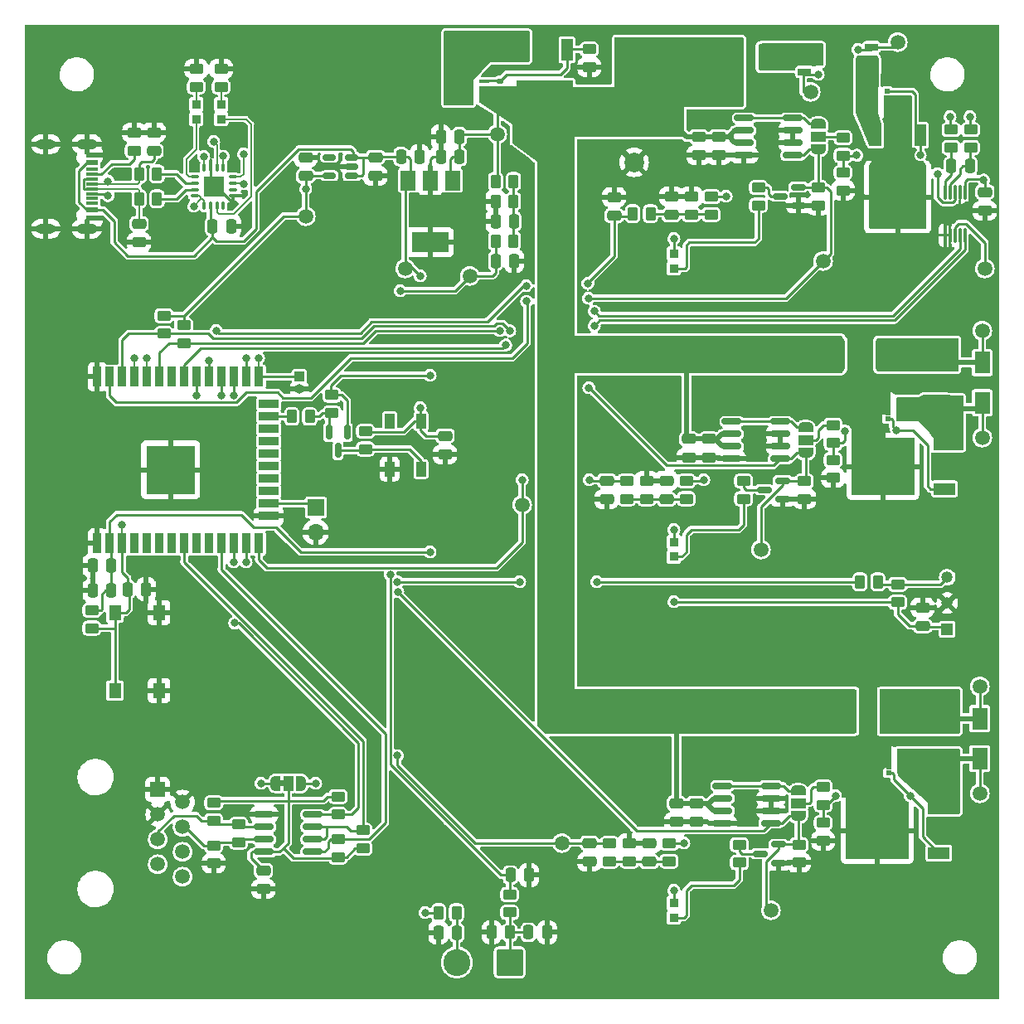
<source format=gtl>
%TF.GenerationSoftware,KiCad,Pcbnew,(6.0.0)*%
%TF.CreationDate,2022-03-08T01:27:21+02:00*%
%TF.ProjectId,CDH_ECU1.2,4344485f-4543-4553-912e-322e6b696361,1.2*%
%TF.SameCoordinates,Original*%
%TF.FileFunction,Copper,L1,Top*%
%TF.FilePolarity,Positive*%
%FSLAX46Y46*%
G04 Gerber Fmt 4.6, Leading zero omitted, Abs format (unit mm)*
G04 Created by KiCad (PCBNEW (6.0.0)) date 2022-03-08 01:27:21*
%MOMM*%
%LPD*%
G01*
G04 APERTURE LIST*
G04 Aperture macros list*
%AMRoundRect*
0 Rectangle with rounded corners*
0 $1 Rounding radius*
0 $2 $3 $4 $5 $6 $7 $8 $9 X,Y pos of 4 corners*
0 Add a 4 corners polygon primitive as box body*
4,1,4,$2,$3,$4,$5,$6,$7,$8,$9,$2,$3,0*
0 Add four circle primitives for the rounded corners*
1,1,$1+$1,$2,$3*
1,1,$1+$1,$4,$5*
1,1,$1+$1,$6,$7*
1,1,$1+$1,$8,$9*
0 Add four rect primitives between the rounded corners*
20,1,$1+$1,$2,$3,$4,$5,0*
20,1,$1+$1,$4,$5,$6,$7,0*
20,1,$1+$1,$6,$7,$8,$9,0*
20,1,$1+$1,$8,$9,$2,$3,0*%
%AMFreePoly0*
4,1,22,0.550000,-0.750000,0.000000,-0.750000,0.000000,-0.745033,-0.079941,-0.743568,-0.215256,-0.701293,-0.333266,-0.622738,-0.424486,-0.514219,-0.481581,-0.384460,-0.499164,-0.250000,-0.500000,-0.250000,-0.500000,0.250000,-0.499164,0.250000,-0.499963,0.256109,-0.478152,0.396186,-0.417904,0.524511,-0.324060,0.630769,-0.204165,0.706417,-0.067858,0.745374,0.000000,0.744959,0.000000,0.750000,
0.550000,0.750000,0.550000,-0.750000,0.550000,-0.750000,$1*%
%AMFreePoly1*
4,1,20,0.000000,0.744959,0.073905,0.744508,0.209726,0.703889,0.328688,0.626782,0.421226,0.519385,0.479903,0.390333,0.500000,0.250000,0.500000,-0.250000,0.499851,-0.262216,0.476331,-0.402017,0.414519,-0.529596,0.319384,-0.634700,0.198574,-0.708877,0.061801,-0.746166,0.000000,-0.745033,0.000000,-0.750000,-0.550000,-0.750000,-0.550000,0.750000,0.000000,0.750000,0.000000,0.744959,
0.000000,0.744959,$1*%
%AMFreePoly2*
4,1,21,1.372500,0.787500,0.862500,0.787500,0.862500,0.532500,1.372500,0.532500,1.372500,0.127500,0.862500,0.127500,0.862500,-0.127500,1.372500,-0.127500,1.372500,-0.532500,0.862500,-0.532500,0.862500,-0.787500,1.372500,-0.787500,1.372500,-1.195000,0.612500,-1.195000,0.612500,-1.117500,-0.862500,-1.117500,-0.862500,1.117500,0.612500,1.117500,0.612500,1.195000,1.372500,1.195000,
1.372500,0.787500,1.372500,0.787500,$1*%
G04 Aperture macros list end*
%TA.AperFunction,SMDPad,CuDef*%
%ADD10RoundRect,0.250000X0.475000X-0.250000X0.475000X0.250000X-0.475000X0.250000X-0.475000X-0.250000X0*%
%TD*%
%TA.AperFunction,ComponentPad*%
%ADD11RoundRect,0.250000X-1.125000X1.125000X-1.125000X-1.125000X1.125000X-1.125000X1.125000X1.125000X0*%
%TD*%
%TA.AperFunction,ComponentPad*%
%ADD12C,2.750000*%
%TD*%
%TA.AperFunction,SMDPad,CuDef*%
%ADD13RoundRect,0.243600X-0.901400X-0.771400X0.901400X-0.771400X0.901400X0.771400X-0.901400X0.771400X0*%
%TD*%
%TA.AperFunction,SMDPad,CuDef*%
%ADD14RoundRect,0.091200X-0.608800X-0.288800X0.608800X-0.288800X0.608800X0.288800X-0.608800X0.288800X0*%
%TD*%
%TA.AperFunction,SMDPad,CuDef*%
%ADD15RoundRect,0.190000X-0.510000X-0.190000X0.510000X-0.190000X0.510000X0.190000X-0.510000X0.190000X0*%
%TD*%
%TA.AperFunction,SMDPad,CuDef*%
%ADD16RoundRect,0.250000X0.450000X-0.262500X0.450000X0.262500X-0.450000X0.262500X-0.450000X-0.262500X0*%
%TD*%
%TA.AperFunction,SMDPad,CuDef*%
%ADD17R,0.630000X0.500000*%
%TD*%
%TA.AperFunction,SMDPad,CuDef*%
%ADD18R,0.950000X1.230000*%
%TD*%
%TA.AperFunction,SMDPad,CuDef*%
%ADD19C,1.500000*%
%TD*%
%TA.AperFunction,SMDPad,CuDef*%
%ADD20RoundRect,0.150000X0.587500X0.150000X-0.587500X0.150000X-0.587500X-0.150000X0.587500X-0.150000X0*%
%TD*%
%TA.AperFunction,SMDPad,CuDef*%
%ADD21RoundRect,0.250000X0.250000X0.475000X-0.250000X0.475000X-0.250000X-0.475000X0.250000X-0.475000X0*%
%TD*%
%TA.AperFunction,SMDPad,CuDef*%
%ADD22RoundRect,0.250000X-0.450000X0.262500X-0.450000X-0.262500X0.450000X-0.262500X0.450000X0.262500X0*%
%TD*%
%TA.AperFunction,SMDPad,CuDef*%
%ADD23RoundRect,0.250000X-0.250000X-0.475000X0.250000X-0.475000X0.250000X0.475000X-0.250000X0.475000X0*%
%TD*%
%TA.AperFunction,SMDPad,CuDef*%
%ADD24R,2.200000X1.200000*%
%TD*%
%TA.AperFunction,SMDPad,CuDef*%
%ADD25R,6.400000X5.800000*%
%TD*%
%TA.AperFunction,ComponentPad*%
%ADD26R,1.500000X1.500000*%
%TD*%
%TA.AperFunction,ComponentPad*%
%ADD27C,1.500000*%
%TD*%
%TA.AperFunction,SMDPad,CuDef*%
%ADD28R,1.200000X2.200000*%
%TD*%
%TA.AperFunction,SMDPad,CuDef*%
%ADD29R,5.800000X6.400000*%
%TD*%
%TA.AperFunction,SMDPad,CuDef*%
%ADD30RoundRect,0.250000X-0.262500X-0.450000X0.262500X-0.450000X0.262500X0.450000X-0.262500X0.450000X0*%
%TD*%
%TA.AperFunction,SMDPad,CuDef*%
%ADD31FreePoly0,270.000000*%
%TD*%
%TA.AperFunction,SMDPad,CuDef*%
%ADD32R,1.500000X1.000000*%
%TD*%
%TA.AperFunction,SMDPad,CuDef*%
%ADD33FreePoly1,270.000000*%
%TD*%
%TA.AperFunction,SMDPad,CuDef*%
%ADD34R,1.600000X2.250000*%
%TD*%
%TA.AperFunction,ComponentPad*%
%ADD35R,2.000000X2.000000*%
%TD*%
%TA.AperFunction,ComponentPad*%
%ADD36C,2.000000*%
%TD*%
%TA.AperFunction,SMDPad,CuDef*%
%ADD37RoundRect,0.250000X-0.475000X0.250000X-0.475000X-0.250000X0.475000X-0.250000X0.475000X0.250000X0*%
%TD*%
%TA.AperFunction,SMDPad,CuDef*%
%ADD38RoundRect,0.250000X0.262500X0.450000X-0.262500X0.450000X-0.262500X-0.450000X0.262500X-0.450000X0*%
%TD*%
%TA.AperFunction,SMDPad,CuDef*%
%ADD39R,0.900000X2.000000*%
%TD*%
%TA.AperFunction,SMDPad,CuDef*%
%ADD40R,2.000000X0.900000*%
%TD*%
%TA.AperFunction,SMDPad,CuDef*%
%ADD41R,5.000000X5.000000*%
%TD*%
%TA.AperFunction,SMDPad,CuDef*%
%ADD42RoundRect,0.250000X0.312500X1.450000X-0.312500X1.450000X-0.312500X-1.450000X0.312500X-1.450000X0*%
%TD*%
%TA.AperFunction,ComponentPad*%
%ADD43R,1.190000X1.190000*%
%TD*%
%TA.AperFunction,ComponentPad*%
%ADD44C,1.190000*%
%TD*%
%TA.AperFunction,SMDPad,CuDef*%
%ADD45R,0.950000X0.950000*%
%TD*%
%TA.AperFunction,SMDPad,CuDef*%
%ADD46FreePoly0,0.000000*%
%TD*%
%TA.AperFunction,SMDPad,CuDef*%
%ADD47R,1.000000X1.500000*%
%TD*%
%TA.AperFunction,SMDPad,CuDef*%
%ADD48FreePoly1,0.000000*%
%TD*%
%TA.AperFunction,SMDPad,CuDef*%
%ADD49R,1.500000X2.000000*%
%TD*%
%TA.AperFunction,SMDPad,CuDef*%
%ADD50R,3.800000X2.000000*%
%TD*%
%TA.AperFunction,SMDPad,CuDef*%
%ADD51R,0.990000X0.405000*%
%TD*%
%TA.AperFunction,SMDPad,CuDef*%
%ADD52FreePoly2,180.000000*%
%TD*%
%TA.AperFunction,SMDPad,CuDef*%
%ADD53RoundRect,0.150000X0.825000X0.150000X-0.825000X0.150000X-0.825000X-0.150000X0.825000X-0.150000X0*%
%TD*%
%TA.AperFunction,ComponentPad*%
%ADD54R,1.700000X1.700000*%
%TD*%
%TA.AperFunction,ComponentPad*%
%ADD55O,1.700000X1.700000*%
%TD*%
%TA.AperFunction,ComponentPad*%
%ADD56RoundRect,0.250000X1.125000X1.125000X-1.125000X1.125000X-1.125000X-1.125000X1.125000X-1.125000X0*%
%TD*%
%TA.AperFunction,SMDPad,CuDef*%
%ADD57RoundRect,0.075000X0.075000X-0.650000X0.075000X0.650000X-0.075000X0.650000X-0.075000X-0.650000X0*%
%TD*%
%TA.AperFunction,SMDPad,CuDef*%
%ADD58R,1.300000X1.550000*%
%TD*%
%TA.AperFunction,SMDPad,CuDef*%
%ADD59RoundRect,0.150000X0.512500X0.150000X-0.512500X0.150000X-0.512500X-0.150000X0.512500X-0.150000X0*%
%TD*%
%TA.AperFunction,SMDPad,CuDef*%
%ADD60RoundRect,0.147500X0.172500X-0.147500X0.172500X0.147500X-0.172500X0.147500X-0.172500X-0.147500X0*%
%TD*%
%TA.AperFunction,SMDPad,CuDef*%
%ADD61RoundRect,0.075000X-0.075000X0.350000X-0.075000X-0.350000X0.075000X-0.350000X0.075000X0.350000X0*%
%TD*%
%TA.AperFunction,SMDPad,CuDef*%
%ADD62RoundRect,0.075000X-0.350000X0.075000X-0.350000X-0.075000X0.350000X-0.075000X0.350000X0.075000X0*%
%TD*%
%TA.AperFunction,SMDPad,CuDef*%
%ADD63R,2.100000X2.100000*%
%TD*%
%TA.AperFunction,ComponentPad*%
%ADD64RoundRect,0.249999X-1.300001X-1.300001X1.300001X-1.300001X1.300001X1.300001X-1.300001X1.300001X0*%
%TD*%
%TA.AperFunction,ComponentPad*%
%ADD65C,3.100000*%
%TD*%
%TA.AperFunction,SMDPad,CuDef*%
%ADD66R,1.150000X0.600000*%
%TD*%
%TA.AperFunction,SMDPad,CuDef*%
%ADD67R,1.150000X0.300000*%
%TD*%
%TA.AperFunction,ComponentPad*%
%ADD68O,2.000000X1.000000*%
%TD*%
%TA.AperFunction,ComponentPad*%
%ADD69O,2.100000X1.050000*%
%TD*%
%TA.AperFunction,ComponentPad*%
%ADD70R,1.000000X1.000000*%
%TD*%
%TA.AperFunction,ComponentPad*%
%ADD71O,1.000000X1.000000*%
%TD*%
%TA.AperFunction,SMDPad,CuDef*%
%ADD72R,1.900000X4.440000*%
%TD*%
%TA.AperFunction,SMDPad,CuDef*%
%ADD73RoundRect,0.150000X-0.150000X0.587500X-0.150000X-0.587500X0.150000X-0.587500X0.150000X0.587500X0*%
%TD*%
%TA.AperFunction,ViaPad*%
%ADD74C,0.800000*%
%TD*%
%TA.AperFunction,Conductor*%
%ADD75C,0.518000*%
%TD*%
%TA.AperFunction,Conductor*%
%ADD76C,0.254000*%
%TD*%
%TA.AperFunction,Conductor*%
%ADD77C,0.200000*%
%TD*%
%TA.AperFunction,Conductor*%
%ADD78C,0.127000*%
%TD*%
%TA.AperFunction,Conductor*%
%ADD79C,0.250000*%
%TD*%
G04 APERTURE END LIST*
G36*
X138030000Y-122220000D02*
G01*
X137530000Y-122220000D01*
X137530000Y-121620000D01*
X138030000Y-121620000D01*
X138030000Y-122220000D01*
G37*
D10*
X177546000Y-63876000D03*
X177546000Y-61976000D03*
D11*
X205486000Y-78232000D03*
D12*
X205486000Y-83632000D03*
D13*
X191579000Y-47371000D03*
D14*
X191134000Y-49276000D03*
D15*
X197994000Y-46736000D03*
D13*
X197549000Y-48641000D03*
D10*
X177038000Y-92898000D03*
X177038000Y-90998000D03*
D16*
X194056000Y-87169000D03*
X194056000Y-85344000D03*
D17*
X199630000Y-82756000D03*
X199630000Y-83396000D03*
X199630000Y-84056000D03*
X199630000Y-84696000D03*
D18*
X200980000Y-83116000D03*
X201930000Y-83116000D03*
D17*
X202510000Y-82756000D03*
D18*
X201930000Y-84336000D03*
D17*
X202510000Y-84056000D03*
D18*
X200980000Y-84336000D03*
D17*
X202510000Y-83396000D03*
X202510000Y-84696000D03*
D10*
X154432000Y-88326000D03*
X154432000Y-86426000D03*
D19*
X191770000Y-51308000D03*
X209296000Y-75692000D03*
D20*
X190500000Y-62926000D03*
X190500000Y-61026000D03*
X188625000Y-61976000D03*
D21*
X155636000Y-137160000D03*
X153736000Y-137160000D03*
D16*
X195072000Y-57808500D03*
X195072000Y-55983500D03*
D22*
X179070000Y-91035500D03*
X179070000Y-92860500D03*
D11*
X205232000Y-114648000D03*
D12*
X205232000Y-120048000D03*
D19*
X186690000Y-98044000D03*
D23*
X159578000Y-68580000D03*
X161478000Y-68580000D03*
D24*
X205436000Y-91848000D03*
D25*
X199136000Y-89568000D03*
D24*
X205436000Y-87288000D03*
D26*
X125095000Y-122555000D03*
D27*
X127635000Y-123825000D03*
X125095000Y-125095000D03*
X127635000Y-126365000D03*
X125095000Y-127635000D03*
X127635000Y-128905000D03*
X125095000Y-130175000D03*
X127635000Y-131445000D03*
D28*
X166872000Y-47040000D03*
D29*
X164592000Y-53340000D03*
D28*
X162312000Y-47040000D03*
D30*
X153773500Y-135128000D03*
X155598500Y-135128000D03*
D22*
X161036000Y-133270000D03*
X161036000Y-135095000D03*
D31*
X192532000Y-54580000D03*
D32*
X192532000Y-55880000D03*
D33*
X192532000Y-57180000D03*
D31*
X190500000Y-122652000D03*
D32*
X190500000Y-123952000D03*
D33*
X190500000Y-125252000D03*
D30*
X123190000Y-59690000D03*
X125015000Y-59690000D03*
D22*
X181610000Y-62013500D03*
X181610000Y-63838500D03*
D24*
X204860000Y-129026000D03*
D25*
X198560000Y-126746000D03*
D24*
X204860000Y-124466000D03*
D34*
X209296000Y-78958000D03*
X209296000Y-83058000D03*
D19*
X150368000Y-69342000D03*
D10*
X123190000Y-66670000D03*
X123190000Y-64770000D03*
D35*
X173736000Y-53512323D03*
D36*
X173736000Y-58512323D03*
D16*
X143510000Y-129460000D03*
X143510000Y-127635000D03*
X172974000Y-92860500D03*
X172974000Y-91035500D03*
D37*
X181356000Y-86746000D03*
X181356000Y-88646000D03*
D16*
X190578500Y-130010500D03*
X190578500Y-128185500D03*
X127762000Y-76962000D03*
X127762000Y-75137000D03*
X208102200Y-56993800D03*
X208102200Y-55168800D03*
D22*
X193040000Y-125937000D03*
X193040000Y-127762000D03*
D38*
X175410500Y-63754000D03*
X173585500Y-63754000D03*
D10*
X140208000Y-59878000D03*
X140208000Y-57978000D03*
D23*
X162946000Y-137127000D03*
X164846000Y-137127000D03*
D34*
X209042000Y-115298000D03*
X209042000Y-119398000D03*
D39*
X118915000Y-97400000D03*
X120185000Y-97400000D03*
X121455000Y-97400000D03*
X122725000Y-97400000D03*
X123995000Y-97400000D03*
X125265000Y-97400000D03*
X126535000Y-97400000D03*
X127805000Y-97400000D03*
X129075000Y-97400000D03*
X130345000Y-97400000D03*
X131615000Y-97400000D03*
X132885000Y-97400000D03*
X134155000Y-97400000D03*
X135425000Y-97400000D03*
D40*
X136425000Y-94615000D03*
X136425000Y-93345000D03*
X136425000Y-92075000D03*
X136425000Y-90805000D03*
X136425000Y-89535000D03*
X136425000Y-88265000D03*
X136425000Y-86995000D03*
X136425000Y-85725000D03*
X136425000Y-84455000D03*
X136425000Y-83185000D03*
D39*
X135425000Y-80400000D03*
X134155000Y-80400000D03*
X132885000Y-80400000D03*
X131615000Y-80400000D03*
X130345000Y-80400000D03*
X129075000Y-80400000D03*
X127805000Y-80400000D03*
X126535000Y-80400000D03*
X125265000Y-80400000D03*
X123995000Y-80400000D03*
X122725000Y-80400000D03*
X121455000Y-80400000D03*
X120185000Y-80400000D03*
X118915000Y-80400000D03*
D41*
X126415000Y-89900000D03*
D42*
X198987500Y-78138000D03*
X194712500Y-78138000D03*
D22*
X175006000Y-91035500D03*
X175006000Y-92860500D03*
D23*
X122023500Y-102108000D03*
X123923500Y-102108000D03*
D37*
X169182750Y-128016000D03*
X169182750Y-129916000D03*
D16*
X133350000Y-127912500D03*
X133350000Y-126087500D03*
D17*
X199728000Y-118918000D03*
X199728000Y-119558000D03*
X199728000Y-120218000D03*
X199728000Y-120858000D03*
X202608000Y-119558000D03*
X202608000Y-118918000D03*
D18*
X202028000Y-120498000D03*
X201078000Y-119278000D03*
D17*
X202608000Y-120858000D03*
D18*
X201078000Y-120498000D03*
D17*
X202608000Y-120218000D03*
D18*
X202028000Y-119278000D03*
D16*
X129032000Y-50800000D03*
X129032000Y-48975000D03*
D43*
X205711000Y-106172000D03*
D44*
X205711000Y-103522000D03*
X205711000Y-100872000D03*
D38*
X161036000Y-137127000D03*
X159211000Y-137127000D03*
D45*
X131572000Y-54090000D03*
X131572000Y-52590000D03*
D46*
X137130000Y-121920000D03*
D47*
X138430000Y-121920000D03*
D48*
X139730000Y-121920000D03*
D23*
X118430000Y-99695000D03*
X120330000Y-99695000D03*
D45*
X177800000Y-98782000D03*
X177800000Y-97282000D03*
D16*
X191135000Y-92860500D03*
X191135000Y-91035500D03*
D30*
X159595500Y-60452000D03*
X161420500Y-60452000D03*
D19*
X156972000Y-70104000D03*
X209042000Y-112014000D03*
D16*
X206095600Y-56993800D03*
X206095600Y-55168800D03*
D19*
X187706000Y-134874000D03*
D16*
X193040000Y-124102500D03*
X193040000Y-122277500D03*
D22*
X142875000Y-82272500D03*
X142875000Y-84097500D03*
D37*
X180086000Y-123952000D03*
X180086000Y-125852000D03*
D10*
X171704000Y-63942000D03*
X171704000Y-62042000D03*
D49*
X155208000Y-60350000D03*
X152908000Y-60350000D03*
X150608000Y-60350000D03*
D50*
X152908000Y-66650000D03*
D22*
X118364000Y-104243500D03*
X118364000Y-106068500D03*
D47*
X151968000Y-84926000D03*
X148768000Y-84926000D03*
X148768000Y-89826000D03*
X151968000Y-89826000D03*
D21*
X161478000Y-64516000D03*
X159578000Y-64516000D03*
D16*
X122682000Y-57300500D03*
X122682000Y-55475500D03*
X171214750Y-129878500D03*
X171214750Y-128053500D03*
D22*
X195072000Y-59539500D03*
X195072000Y-61364500D03*
D51*
X158456500Y-52230000D03*
X158456500Y-51570000D03*
X158456500Y-50910000D03*
X158456500Y-50250000D03*
D52*
X156464000Y-51240000D03*
D28*
X202940000Y-55744000D03*
D29*
X200660000Y-62044000D03*
D28*
X198380000Y-55744000D03*
D53*
X188657000Y-88773000D03*
X188657000Y-87503000D03*
X188657000Y-86233000D03*
X188657000Y-84963000D03*
X183707000Y-84963000D03*
X183707000Y-86233000D03*
X183707000Y-87503000D03*
X183707000Y-88773000D03*
D54*
X141224000Y-93726000D03*
D55*
X141224000Y-96266000D03*
D37*
X147320000Y-57978000D03*
X147320000Y-59878000D03*
D56*
X161036000Y-140208000D03*
D12*
X155636000Y-140208000D03*
D16*
X184482500Y-130010500D03*
X184482500Y-128185500D03*
D19*
X193040000Y-68580000D03*
D57*
X205502000Y-65954000D03*
X206002000Y-65954000D03*
X206502000Y-65954000D03*
X207002000Y-65954000D03*
X207502000Y-65954000D03*
X207502000Y-61554000D03*
X207002000Y-61554000D03*
X206502000Y-61554000D03*
X206002000Y-61554000D03*
X205502000Y-61554000D03*
D37*
X124714000Y-55438000D03*
X124714000Y-57338000D03*
D19*
X159766000Y-55626000D03*
D23*
X149926000Y-57912000D03*
X151826000Y-57912000D03*
D30*
X159595500Y-62484000D03*
X161420500Y-62484000D03*
D16*
X131572000Y-50800000D03*
X131572000Y-48975000D03*
D38*
X198628000Y-101346000D03*
X196803000Y-101346000D03*
D10*
X209550000Y-63434000D03*
X209550000Y-61534000D03*
D23*
X118430000Y-102235000D03*
X120330000Y-102235000D03*
D21*
X208026000Y-58877200D03*
X206126000Y-58877200D03*
D16*
X146050000Y-128547500D03*
X146050000Y-126722500D03*
X200660000Y-103425000D03*
X200660000Y-101600000D03*
D58*
X125223500Y-104478000D03*
X125223500Y-112438000D03*
X120723500Y-112438000D03*
X120723500Y-104478000D03*
D16*
X186436000Y-62888500D03*
X186436000Y-61063500D03*
X192532000Y-62888500D03*
X192532000Y-61063500D03*
X184912000Y-92860500D03*
X184912000Y-91035500D03*
D38*
X125015000Y-62230000D03*
X123190000Y-62230000D03*
D22*
X173246750Y-128053500D03*
X173246750Y-129878500D03*
D37*
X180340000Y-55880000D03*
X180340000Y-57780000D03*
D59*
X144901500Y-59878000D03*
X144901500Y-58928000D03*
X144901500Y-57978000D03*
X142626500Y-57978000D03*
X142626500Y-59878000D03*
D53*
X187706000Y-125984000D03*
X187706000Y-124714000D03*
X187706000Y-123444000D03*
X187706000Y-122174000D03*
X182756000Y-122174000D03*
X182756000Y-123444000D03*
X182756000Y-124714000D03*
X182756000Y-125984000D03*
D20*
X188897500Y-92898000D03*
X188897500Y-90998000D03*
X187022500Y-91948000D03*
D19*
X209550000Y-69342000D03*
D22*
X177310750Y-128053500D03*
X177310750Y-129878500D03*
D12*
X182372000Y-47752000D03*
D56*
X187772000Y-47752000D03*
D19*
X140208000Y-64008000D03*
D37*
X178054000Y-123952000D03*
X178054000Y-125852000D03*
D53*
X189927000Y-57785000D03*
X189927000Y-56515000D03*
X189927000Y-55245000D03*
X189927000Y-53975000D03*
X184977000Y-53975000D03*
X184977000Y-55245000D03*
X184977000Y-56515000D03*
X184977000Y-57785000D03*
D45*
X177800000Y-135624000D03*
X177800000Y-134124000D03*
D37*
X179324000Y-86746000D03*
X179324000Y-88646000D03*
D21*
X132588000Y-65024000D03*
X130688000Y-65024000D03*
D10*
X203200000Y-105852000D03*
X203200000Y-103952000D03*
D22*
X169164000Y-46943000D03*
X169164000Y-48768000D03*
X143510000Y-123270000D03*
X143510000Y-125095000D03*
X130810000Y-128270000D03*
X130810000Y-130095000D03*
D37*
X135890000Y-130810000D03*
X135890000Y-132710000D03*
D19*
X209296000Y-86614000D03*
D23*
X161102000Y-131285000D03*
X163002000Y-131285000D03*
D60*
X160020000Y-51194000D03*
X160020000Y-50224000D03*
D22*
X130810000Y-123905000D03*
X130810000Y-125730000D03*
D45*
X129032000Y-54090000D03*
X129032000Y-52590000D03*
D61*
X131785000Y-59010000D03*
X131135000Y-59010000D03*
X130485000Y-59010000D03*
X129835000Y-59010000D03*
D62*
X128860000Y-59985000D03*
X128860000Y-60635000D03*
X128860000Y-61285000D03*
X128860000Y-61935000D03*
D61*
X129835000Y-62910000D03*
X130485000Y-62910000D03*
X131135000Y-62910000D03*
X131785000Y-62910000D03*
D62*
X132760000Y-61935000D03*
X132760000Y-61285000D03*
X132760000Y-60635000D03*
X132760000Y-59985000D03*
D63*
X130810000Y-60960000D03*
D22*
X194056000Y-88900000D03*
X194056000Y-90725000D03*
D19*
X166370000Y-128016000D03*
D31*
X191262000Y-85568000D03*
D32*
X191262000Y-86868000D03*
D33*
X191262000Y-88168000D03*
D22*
X146304000Y-85955500D03*
X146304000Y-87780500D03*
D37*
X182372000Y-55880000D03*
X182372000Y-57780000D03*
D64*
X150416000Y-47176000D03*
D65*
X156416000Y-47176000D03*
D19*
X162306000Y-93472000D03*
D21*
X155890000Y-55880000D03*
X153990000Y-55880000D03*
D66*
X118420000Y-57760000D03*
X118420000Y-58560000D03*
D67*
X118420000Y-59710000D03*
X118420000Y-60710000D03*
X118420000Y-61210000D03*
X118420000Y-62210000D03*
D66*
X118420000Y-64160000D03*
X118420000Y-63360000D03*
D67*
X118420000Y-62710000D03*
X118420000Y-61710000D03*
X118420000Y-60210000D03*
X118420000Y-59210000D03*
D68*
X113665000Y-56640000D03*
X113665000Y-65280000D03*
D69*
X117845000Y-65280000D03*
X117845000Y-56640000D03*
D16*
X125730000Y-75993000D03*
X125730000Y-74168000D03*
D53*
X140905000Y-128905000D03*
X140905000Y-127635000D03*
X140905000Y-126365000D03*
X140905000Y-125095000D03*
X135955000Y-125095000D03*
X135955000Y-126365000D03*
X135955000Y-127635000D03*
X135955000Y-128905000D03*
D17*
X199560000Y-53192000D03*
X199560000Y-52552000D03*
X199560000Y-51892000D03*
X199560000Y-51252000D03*
X196680000Y-51252000D03*
X196680000Y-51892000D03*
X196680000Y-53192000D03*
D18*
X197260000Y-51612000D03*
X198210000Y-52832000D03*
X198210000Y-51612000D03*
D17*
X196680000Y-52552000D03*
D18*
X197260000Y-52832000D03*
D37*
X170942000Y-90998000D03*
X170942000Y-92898000D03*
D22*
X179578000Y-62013500D03*
X179578000Y-63838500D03*
D19*
X209042000Y-122936000D03*
D10*
X175278750Y-129916000D03*
X175278750Y-128016000D03*
D70*
X139564000Y-80376000D03*
D71*
X139564000Y-81646000D03*
D21*
X155890000Y-57912000D03*
X153990000Y-57912000D03*
D19*
X200660000Y-46228000D03*
D38*
X161420500Y-66548000D03*
X159595500Y-66548000D03*
D72*
X199737000Y-114554000D03*
X195487000Y-114554000D03*
D38*
X140612500Y-84455000D03*
X138787500Y-84455000D03*
D20*
X188468000Y-130048000D03*
X188468000Y-128148000D03*
X186593000Y-129098000D03*
D45*
X177800000Y-69330000D03*
X177800000Y-67830000D03*
D73*
X144460000Y-86057500D03*
X142560000Y-86057500D03*
X143510000Y-87932500D03*
D74*
X193294000Y-113944400D03*
X190500000Y-78740000D03*
X193040000Y-77470000D03*
X193040000Y-78740000D03*
X189230000Y-78740000D03*
X170180000Y-54610000D03*
X171450000Y-54610000D03*
X192024000Y-113944400D03*
X189484000Y-113944400D03*
X176530000Y-54610000D03*
X192024000Y-115214400D03*
X165100000Y-59690000D03*
X187960000Y-77470000D03*
X165100000Y-58420000D03*
X190754000Y-115214400D03*
X166370000Y-60960000D03*
X166370000Y-62230000D03*
X165100000Y-60960000D03*
X168910000Y-53340000D03*
X187960000Y-78740000D03*
X177800000Y-54610000D03*
X165100000Y-57150000D03*
X191770000Y-78740000D03*
X190500000Y-77470000D03*
X168910000Y-54610000D03*
X166370000Y-59690000D03*
X193294000Y-115214400D03*
X190754000Y-113944400D03*
X170180000Y-53340000D03*
X176530000Y-52070000D03*
X165100000Y-62230000D03*
X189484000Y-115214400D03*
X170180000Y-52070000D03*
X188214000Y-115214400D03*
X177800000Y-52070000D03*
X163830000Y-57150000D03*
X188214000Y-113944400D03*
X176530000Y-53340000D03*
X191770000Y-77470000D03*
X166370000Y-57150000D03*
X189230000Y-77470000D03*
X171450000Y-53340000D03*
X168910000Y-52070000D03*
X171450000Y-52070000D03*
X177800000Y-53340000D03*
X166370000Y-58420000D03*
X204724000Y-59690000D03*
X170180000Y-137160000D03*
X193040000Y-109220000D03*
X162560000Y-121920000D03*
X121285000Y-59690000D03*
X197104000Y-83947000D03*
X200660000Y-68580000D03*
X139700000Y-116840000D03*
X139700000Y-68580000D03*
X197358000Y-118872000D03*
X132080000Y-116840000D03*
X147320000Y-137160000D03*
X185420000Y-137160000D03*
X201676000Y-53340000D03*
X132080000Y-109220000D03*
X139700000Y-45720000D03*
X187960000Y-81280000D03*
X200660000Y-57404000D03*
X198120000Y-84963000D03*
X182880000Y-81280000D03*
X121920000Y-45720000D03*
X198374000Y-118872000D03*
X132842000Y-62738000D03*
X114300000Y-114300000D03*
X132080000Y-137160000D03*
X132080000Y-45720000D03*
X138684000Y-102616000D03*
X159512000Y-103886000D03*
X114300000Y-124460000D03*
X199644000Y-57404000D03*
X172720000Y-109220000D03*
X125984000Y-66548000D03*
X197104000Y-82931000D03*
X197358000Y-119888000D03*
X197358000Y-120904000D03*
X200660000Y-54356000D03*
X208280000Y-91440000D03*
X147320000Y-124714000D03*
X200660000Y-55372000D03*
X200660000Y-137160000D03*
X205740000Y-64516000D03*
X198374000Y-120904000D03*
X149352000Y-76454000D03*
X200660000Y-52324000D03*
X193040000Y-137160000D03*
X175260000Y-68580000D03*
X199644000Y-54356000D03*
X208280000Y-127000000D03*
X208280000Y-96520000D03*
X198120000Y-71120000D03*
X134112000Y-64008000D03*
X114300000Y-104140000D03*
X167640000Y-48768000D03*
X198120000Y-83947000D03*
X208280000Y-134620000D03*
X130048000Y-99822000D03*
X198374000Y-121920000D03*
X147320000Y-119888000D03*
X208280000Y-71120000D03*
X114300000Y-71120000D03*
X187452000Y-55880000D03*
X147066000Y-110490000D03*
X177800000Y-137160000D03*
X199644000Y-56388000D03*
X197358000Y-121920000D03*
X200660000Y-53340000D03*
X173990000Y-125222000D03*
X114300000Y-134620000D03*
X139700000Y-137160000D03*
X201676000Y-54356000D03*
X208280000Y-45720000D03*
X198120000Y-82931000D03*
X154940000Y-114300000D03*
X172466000Y-126492000D03*
X157480000Y-93980000D03*
X198374000Y-119888000D03*
X197104000Y-81915000D03*
X127762000Y-66548000D03*
X200660000Y-96520000D03*
X199644000Y-55372000D03*
X128778000Y-58928000D03*
X201676000Y-57404000D03*
X200660000Y-56388000D03*
X195072000Y-62992000D03*
X157226000Y-76454000D03*
X121285000Y-62865000D03*
X170180000Y-45720000D03*
X201676000Y-52324000D03*
X193040000Y-96520000D03*
X160020000Y-81280000D03*
X198120000Y-81915000D03*
X207518000Y-63246000D03*
X121920000Y-137160000D03*
X201676000Y-56388000D03*
X198628000Y-57658000D03*
X133350000Y-55245000D03*
X201676000Y-55372000D03*
X197104000Y-84963000D03*
X182880000Y-109220000D03*
X120015000Y-60434500D03*
X120015000Y-61909500D03*
X152908000Y-98298000D03*
X209423000Y-60325000D03*
X152908000Y-80264000D03*
X152400000Y-135128000D03*
X177800000Y-103378000D03*
X177800000Y-96012000D03*
X177800000Y-132842000D03*
X135636000Y-121920000D03*
X177800000Y-66294000D03*
X140208000Y-61214000D03*
X133858000Y-57658000D03*
X121412000Y-95504000D03*
X132842000Y-82296000D03*
X148844000Y-100619500D03*
X162306000Y-90932000D03*
X169164000Y-90932000D03*
X141224000Y-121920000D03*
X151892000Y-70104000D03*
X151892000Y-83566000D03*
X169011600Y-70866000D03*
X162712400Y-71120000D03*
X131064000Y-75692000D03*
X130302000Y-78740000D03*
X134112000Y-99314000D03*
X149570500Y-119087286D03*
X149860000Y-71628000D03*
X134112000Y-78486000D03*
X203454000Y-82804000D03*
X180848000Y-90932000D03*
X203454000Y-84836000D03*
X203454000Y-83820000D03*
X204470000Y-85598000D03*
X206502000Y-85598000D03*
X205486000Y-85598000D03*
X204216000Y-121920000D03*
X203454000Y-122682000D03*
X178816000Y-128016000D03*
X205486000Y-123190000D03*
X206502000Y-123190000D03*
X205232000Y-122174000D03*
X203200000Y-121666000D03*
X206248000Y-122174000D03*
X202184000Y-121666000D03*
X204470000Y-122936000D03*
X162763200Y-72694800D03*
X169062400Y-72390000D03*
X160629600Y-77165200D03*
X169113200Y-81534000D03*
X129032000Y-82296000D03*
X149606000Y-102362000D03*
X195285347Y-85944538D03*
X200533000Y-85852000D03*
X196469000Y-57785000D03*
X202946000Y-57785000D03*
X197612000Y-54102000D03*
X198120000Y-50292000D03*
X183134000Y-61976000D03*
X196850000Y-50292000D03*
X194310000Y-123190000D03*
X201930000Y-123190000D03*
X161041714Y-75697714D03*
X169672000Y-75184000D03*
X169672000Y-73710800D03*
X160020000Y-75692000D03*
X192532000Y-49530000D03*
X205994000Y-53848000D03*
X208026000Y-53848000D03*
X196596000Y-46990000D03*
X162052000Y-101346000D03*
X169926000Y-101346000D03*
X131572000Y-82296000D03*
X149570500Y-101346000D03*
X132842000Y-99314000D03*
X132963286Y-105542714D03*
X129794000Y-57912000D03*
X135382000Y-78486000D03*
X133858000Y-60706000D03*
X123952000Y-78486000D03*
X130810000Y-56388000D03*
X122682000Y-78486000D03*
X128778000Y-62992000D03*
X131798000Y-57871000D03*
D75*
X180340000Y-55880000D02*
X182372000Y-55880000D01*
X183388000Y-55880000D02*
X183642000Y-55626000D01*
X184023000Y-55245000D02*
X184977000Y-55245000D01*
X181996000Y-86746000D02*
X182753000Y-87503000D01*
D76*
X159766000Y-55626000D02*
X159766000Y-53340000D01*
X155890000Y-55880000D02*
X156144000Y-55626000D01*
D75*
X181102000Y-123952000D02*
X181864000Y-124714000D01*
X182240000Y-86746000D02*
X182753000Y-86233000D01*
D76*
X154940000Y-58166000D02*
X154940000Y-60082000D01*
D75*
X181356000Y-86746000D02*
X182240000Y-86746000D01*
X178054000Y-123952000D02*
X178054000Y-116332000D01*
D76*
X159766000Y-53340000D02*
X160274000Y-52832000D01*
X159595500Y-60452000D02*
X159493500Y-60350000D01*
D75*
X183642000Y-55626000D02*
X184023000Y-55245000D01*
D76*
X155890000Y-55880000D02*
X155890000Y-57912000D01*
X155890000Y-57912000D02*
X155194000Y-57912000D01*
D75*
X180086000Y-123952000D02*
X181102000Y-123952000D01*
X177800000Y-123952000D02*
X180086000Y-123952000D01*
X179324000Y-86746000D02*
X181356000Y-86746000D01*
X184023000Y-56515000D02*
X184977000Y-56515000D01*
D76*
X156144000Y-55626000D02*
X159766000Y-55626000D01*
X159766000Y-60281500D02*
X159766000Y-55626000D01*
X159595500Y-60452000D02*
X159766000Y-60281500D01*
X204724000Y-62068835D02*
X204724000Y-59690000D01*
D75*
X182372000Y-55880000D02*
X183388000Y-55880000D01*
D76*
X155194000Y-57912000D02*
X154940000Y-58166000D01*
D75*
X181864000Y-123444000D02*
X182756000Y-123444000D01*
X181356000Y-123952000D02*
X181864000Y-123444000D01*
X180340000Y-55880000D02*
X179070000Y-55880000D01*
D76*
X154940000Y-60082000D02*
X155208000Y-60350000D01*
X205260685Y-62605520D02*
X204724000Y-62068835D01*
D75*
X180086000Y-123952000D02*
X180848000Y-123952000D01*
D76*
X206502000Y-62346835D02*
X206243315Y-62605520D01*
D75*
X179070000Y-55880000D02*
X177800000Y-54610000D01*
X182753000Y-86233000D02*
X183707000Y-86233000D01*
X179070000Y-86492000D02*
X179070000Y-78740000D01*
X183642000Y-55626000D02*
X183642000Y-56134000D01*
D76*
X206502000Y-61554000D02*
X206502000Y-62346835D01*
D75*
X181102000Y-123952000D02*
X181356000Y-123952000D01*
X181864000Y-124714000D02*
X182756000Y-124714000D01*
X183642000Y-56134000D02*
X184023000Y-56515000D01*
X181356000Y-86746000D02*
X181996000Y-86746000D01*
X179324000Y-86746000D02*
X179070000Y-86492000D01*
D76*
X206243315Y-62605520D02*
X205260685Y-62605520D01*
D75*
X182753000Y-87503000D02*
X183707000Y-87503000D01*
D76*
X132842000Y-62738000D02*
X131064000Y-60960000D01*
X130485000Y-60635000D02*
X130810000Y-60960000D01*
X131064000Y-60960000D02*
X130810000Y-60960000D01*
X153162000Y-57912000D02*
X152908000Y-58166000D01*
X152908000Y-58166000D02*
X152908000Y-60350000D01*
X118420000Y-64160000D02*
X118454231Y-64160000D01*
X130485000Y-59010000D02*
X130485000Y-60635000D01*
X153990000Y-57912000D02*
X153162000Y-57912000D01*
X208026000Y-58877200D02*
X208026000Y-57070000D01*
X206002000Y-61554000D02*
X206002000Y-60761165D01*
X207010000Y-59182000D02*
X207314800Y-58877200D01*
X208026000Y-57070000D02*
X208102200Y-56993800D01*
X206002000Y-60761165D02*
X207010000Y-59753165D01*
X207314800Y-58877200D02*
X208026000Y-58877200D01*
X207010000Y-59753165D02*
X207010000Y-59182000D01*
X206095600Y-58846800D02*
X206126000Y-58877200D01*
X206126000Y-59805165D02*
X206126000Y-58877200D01*
X206095600Y-56993800D02*
X206095600Y-58846800D01*
X205510000Y-61214000D02*
X205510000Y-60421165D01*
X205510000Y-60421165D02*
X206126000Y-59805165D01*
D77*
X123084400Y-61210000D02*
X123190000Y-61315600D01*
D76*
X117518489Y-60233489D02*
X117518489Y-61186511D01*
X118420000Y-60210000D02*
X117541978Y-60210000D01*
X117541978Y-61210000D02*
X118420000Y-61210000D01*
X117518489Y-61186511D02*
X117541978Y-61210000D01*
D77*
X123190000Y-62230000D02*
X123190000Y-64770000D01*
X123190000Y-61315600D02*
X123190000Y-62230000D01*
X118420000Y-61210000D02*
X123084400Y-61210000D01*
D76*
X117541978Y-60210000D02*
X117518489Y-60233489D01*
X124460000Y-58420000D02*
X124714000Y-58166000D01*
X119815500Y-61710000D02*
X120015000Y-61909500D01*
X124714000Y-58166000D02*
X124714000Y-57338000D01*
D77*
X123059000Y-60710000D02*
X123190000Y-60579000D01*
X118420000Y-60710000D02*
X123059000Y-60710000D01*
D76*
X123190000Y-58674000D02*
X123444000Y-58420000D01*
X123190000Y-59690000D02*
X123190000Y-58674000D01*
X123444000Y-58420000D02*
X124460000Y-58420000D01*
X118420000Y-61710000D02*
X119815500Y-61710000D01*
D77*
X123190000Y-60579000D02*
X123190000Y-59690000D01*
D76*
X124526000Y-57338000D02*
X124714000Y-57338000D01*
X120330000Y-97545000D02*
X120185000Y-97400000D01*
X143764000Y-80264000D02*
X142748000Y-81280000D01*
X205486000Y-105918000D02*
X203266000Y-105918000D01*
X118364000Y-104243500D02*
X119276500Y-104243500D01*
X142748000Y-81280000D02*
X142748000Y-82145500D01*
X144460000Y-82865000D02*
X143867500Y-82272500D01*
X120330000Y-102235000D02*
X120330000Y-99695000D01*
X152908000Y-80264000D02*
X143764000Y-80264000D01*
X203266000Y-105918000D02*
X203200000Y-105852000D01*
X201864000Y-105852000D02*
X200660000Y-104648000D01*
X142626500Y-59878000D02*
X140208000Y-59878000D01*
X177847000Y-103425000D02*
X177800000Y-103378000D01*
X125730000Y-74168000D02*
X127762000Y-74168000D01*
X127762000Y-75137000D02*
X127762000Y-74168000D01*
X119380000Y-104140000D02*
X119380000Y-102616000D01*
X119380000Y-102616000D02*
X119761000Y-102235000D01*
X127762000Y-74168000D02*
X137922000Y-64008000D01*
X119761000Y-102235000D02*
X120330000Y-102235000D01*
X143867500Y-82272500D02*
X142875000Y-82272500D01*
X200660000Y-103425000D02*
X177847000Y-103425000D01*
X134874000Y-95758000D02*
X137160000Y-95758000D01*
X207772000Y-60198000D02*
X209296000Y-60198000D01*
X140208000Y-61214000D02*
X140208000Y-59878000D01*
X152400000Y-135128000D02*
X153773500Y-135128000D01*
X207502000Y-61554000D02*
X207502000Y-60468000D01*
X203200000Y-105852000D02*
X201864000Y-105852000D01*
X144460000Y-86057500D02*
X144460000Y-82865000D01*
X137922000Y-64008000D02*
X140208000Y-64008000D01*
X137160000Y-95758000D02*
X139700000Y-98298000D01*
X207502000Y-60468000D02*
X207772000Y-60198000D01*
X120185000Y-97400000D02*
X120185000Y-95207000D01*
X119276500Y-104243500D02*
X119380000Y-104140000D01*
X177800000Y-132842000D02*
X177800000Y-134124000D01*
X120904000Y-94488000D02*
X133604000Y-94488000D01*
X140208000Y-64008000D02*
X140208000Y-61214000D01*
X200660000Y-104648000D02*
X200660000Y-103425000D01*
X209296000Y-60198000D02*
X209423000Y-60325000D01*
X120185000Y-95207000D02*
X120904000Y-94488000D01*
X137130000Y-121920000D02*
X135636000Y-121920000D01*
X177800000Y-66294000D02*
X177800000Y-67830000D01*
X142748000Y-82145500D02*
X142875000Y-82272500D01*
X209550000Y-61534000D02*
X209550000Y-60452000D01*
X209550000Y-60452000D02*
X209423000Y-60325000D01*
X177800000Y-96012000D02*
X177800000Y-97282000D01*
X133604000Y-94488000D02*
X134874000Y-95758000D01*
X205740000Y-106172000D02*
X205486000Y-105918000D01*
X139700000Y-98298000D02*
X152908000Y-98298000D01*
X120330000Y-99695000D02*
X120330000Y-97545000D01*
X122023500Y-100941500D02*
X121455000Y-100373000D01*
D78*
X133563000Y-59985000D02*
X133858000Y-59690000D01*
X133858000Y-59690000D02*
X133858000Y-57658000D01*
D76*
X120723500Y-112438000D02*
X120723500Y-106098500D01*
X120723500Y-106098500D02*
X120723500Y-104478000D01*
X122023500Y-102108000D02*
X122023500Y-100941500D01*
X120693500Y-106068500D02*
X120723500Y-106098500D01*
X122174000Y-102258500D02*
X122023500Y-102108000D01*
X121666000Y-97611000D02*
X121455000Y-97400000D01*
D78*
X121455000Y-95547000D02*
X121455000Y-97400000D01*
D76*
X118364000Y-106068500D02*
X120693500Y-106068500D01*
X121455000Y-100373000D02*
X121455000Y-97400000D01*
D78*
X121412000Y-95504000D02*
X121455000Y-95547000D01*
D76*
X121836000Y-104478000D02*
X122174000Y-104140000D01*
D78*
X132760000Y-59985000D02*
X133563000Y-59985000D01*
D76*
X122174000Y-104140000D02*
X122174000Y-102258500D01*
X120723500Y-104478000D02*
X121836000Y-104478000D01*
X172974000Y-92860500D02*
X179070000Y-92860500D01*
X155636000Y-135165500D02*
X155636000Y-140208000D01*
X155598500Y-135128000D02*
X155636000Y-135165500D01*
X161036000Y-137127000D02*
X162946000Y-137127000D01*
X161036000Y-140429000D02*
X161036000Y-137127000D01*
X161036000Y-137127000D02*
X161036000Y-135095000D01*
X132842000Y-80443000D02*
X132885000Y-80400000D01*
X161036000Y-131351000D02*
X161102000Y-131285000D01*
X132842000Y-82296000D02*
X132842000Y-80443000D01*
X161036000Y-133270000D02*
X161036000Y-131351000D01*
X148844000Y-119982000D02*
X148844000Y-100619500D01*
X160147000Y-131285000D02*
X148844000Y-119982000D01*
X161102000Y-131285000D02*
X160147000Y-131285000D01*
X135425000Y-99017000D02*
X135425000Y-97400000D01*
X136214989Y-99892989D02*
X135382000Y-99060000D01*
X169230000Y-90998000D02*
X169164000Y-90932000D01*
X170942000Y-90998000D02*
X169230000Y-90998000D01*
X162306000Y-90932000D02*
X162306000Y-97282000D01*
X172974000Y-91035500D02*
X170979500Y-91035500D01*
X135382000Y-99060000D02*
X135425000Y-99017000D01*
X170979500Y-91035500D02*
X170942000Y-90998000D01*
X159695011Y-99892989D02*
X136214989Y-99892989D01*
X162306000Y-97282000D02*
X159695011Y-99892989D01*
X181525500Y-63754000D02*
X175410500Y-63754000D01*
X181610000Y-63838500D02*
X181525500Y-63754000D01*
X151892000Y-84850000D02*
X151968000Y-84926000D01*
X117847102Y-58560000D02*
X117064969Y-59342133D01*
X145034000Y-57404000D02*
X145034000Y-57845500D01*
X135128000Y-61517678D02*
X135128000Y-65278000D01*
X131064000Y-66548000D02*
X130688000Y-66172000D01*
X117064969Y-59342133D02*
X117064969Y-62577867D01*
X118420000Y-58560000D02*
X117847102Y-58560000D01*
D79*
X130485000Y-64821000D02*
X130688000Y-65024000D01*
X130485000Y-62910000D02*
X130485000Y-64821000D01*
D76*
X139494198Y-57151480D02*
X135128000Y-61517678D01*
X118420000Y-63360000D02*
X119511511Y-63360000D01*
X144781480Y-57151480D02*
X139494198Y-57151480D01*
X120650000Y-66675000D02*
X122047000Y-68072000D01*
X151892000Y-85852000D02*
X151892000Y-85002000D01*
X144901500Y-59878000D02*
X145862000Y-59878000D01*
X122047000Y-68072000D02*
X128788000Y-68072000D01*
X146304000Y-85955500D02*
X146351011Y-86002511D01*
X130688000Y-66172000D02*
X130688000Y-65024000D01*
X151892000Y-85002000D02*
X151968000Y-84926000D01*
X151892000Y-70104000D02*
X150368000Y-68580000D01*
X150622000Y-57912000D02*
X150876000Y-58166000D01*
X154432000Y-86426000D02*
X152466000Y-86426000D01*
X151892000Y-83566000D02*
X151892000Y-84850000D01*
X146050000Y-58044000D02*
X146116000Y-57978000D01*
X149926000Y-57912000D02*
X147386000Y-57912000D01*
X150368000Y-68580000D02*
X150368000Y-60590000D01*
X117064969Y-62577867D02*
X117847102Y-63360000D01*
X146116000Y-57978000D02*
X147320000Y-57978000D01*
X135128000Y-65278000D02*
X133858000Y-66548000D01*
X139730000Y-121920000D02*
X141224000Y-121920000D01*
X145862000Y-59878000D02*
X146050000Y-59690000D01*
X150876000Y-58166000D02*
X150876000Y-60082000D01*
X146351011Y-86002511D02*
X150217489Y-86002511D01*
X133858000Y-66548000D02*
X131064000Y-66548000D01*
X145034000Y-57404000D02*
X144781480Y-57151480D01*
X149926000Y-57912000D02*
X150622000Y-57912000D01*
X152466000Y-86426000D02*
X151892000Y-85852000D01*
X117847102Y-63360000D02*
X118420000Y-63360000D01*
X145034000Y-57845500D02*
X144901500Y-57978000D01*
X146050000Y-59690000D02*
X146050000Y-58044000D01*
X150217489Y-86002511D02*
X151294000Y-84926000D01*
X150368000Y-60590000D02*
X150608000Y-60350000D01*
X119511511Y-63360000D02*
X120650000Y-64498489D01*
X150876000Y-60082000D02*
X150608000Y-60350000D01*
X128788000Y-68072000D02*
X130688000Y-66172000D01*
X151294000Y-84926000D02*
X151968000Y-84926000D01*
X120650000Y-64498489D02*
X120650000Y-66675000D01*
X144901500Y-57978000D02*
X146116000Y-57978000D01*
X147386000Y-57912000D02*
X147320000Y-57978000D01*
X158742640Y-74784960D02*
X146944292Y-74784960D01*
X130302000Y-78740000D02*
X130302000Y-80357000D01*
X130302000Y-80357000D02*
X130345000Y-80400000D01*
X131318000Y-75946000D02*
X131064000Y-75692000D01*
X171704000Y-68072000D02*
X171704000Y-63942000D01*
X171770000Y-64008000D02*
X171704000Y-63942000D01*
X169011600Y-70764400D02*
X171704000Y-68072000D01*
X173585500Y-63754000D02*
X173331500Y-64008000D01*
X162407600Y-71120000D02*
X158742640Y-74784960D01*
X145783252Y-75946000D02*
X131318000Y-75946000D01*
X169011600Y-70866000D02*
X169011600Y-70764400D01*
X146944292Y-74784960D02*
X145783252Y-75946000D01*
X162712400Y-71120000D02*
X162407600Y-71120000D01*
X173331500Y-64008000D02*
X171770000Y-64008000D01*
X130810000Y-123905000D02*
X131017000Y-123698000D01*
X135955000Y-128905000D02*
X137541000Y-128905000D01*
X135890000Y-130810000D02*
X134620000Y-129540000D01*
X138430000Y-123698000D02*
X138430000Y-121920000D01*
X137922000Y-128524000D02*
X138929520Y-129531520D01*
X134620000Y-129540000D02*
X134620000Y-129032000D01*
X134747000Y-128905000D02*
X135955000Y-128905000D01*
X137541000Y-128905000D02*
X138430000Y-128016000D01*
X134620000Y-129032000D02*
X134747000Y-128905000D01*
X143510000Y-123270000D02*
X142414000Y-123270000D01*
X138929520Y-129531520D02*
X143438480Y-129531520D01*
X145264500Y-128547500D02*
X146050000Y-128547500D01*
X144352000Y-129460000D02*
X145264500Y-128547500D01*
X141986000Y-123698000D02*
X138430000Y-123698000D01*
X131017000Y-123698000D02*
X138430000Y-123698000D01*
X138430000Y-128016000D02*
X138430000Y-123698000D01*
X143438480Y-129531520D02*
X143510000Y-129460000D01*
X143510000Y-129460000D02*
X144352000Y-129460000D01*
X142414000Y-123270000D02*
X141986000Y-123698000D01*
X177310750Y-129878500D02*
X171214750Y-129878500D01*
X134112000Y-97443000D02*
X134155000Y-97400000D01*
X169182750Y-128016000D02*
X171177250Y-128016000D01*
X149570500Y-120067126D02*
X157519374Y-128016000D01*
X149570500Y-119087286D02*
X149570500Y-120067126D01*
X134112000Y-99314000D02*
X134112000Y-97443000D01*
X171177250Y-128016000D02*
X171214750Y-128053500D01*
X157519374Y-128016000D02*
X169182750Y-128016000D01*
X161420500Y-60452000D02*
X161420500Y-66548000D01*
X159578000Y-68580000D02*
X159578000Y-66565500D01*
X159578000Y-66565500D02*
X159595500Y-66548000D01*
X159578000Y-69784000D02*
X159578000Y-68580000D01*
X134155000Y-80400000D02*
X134155000Y-78529000D01*
X156972000Y-70104000D02*
X159258000Y-70104000D01*
X134155000Y-78529000D02*
X134112000Y-78486000D01*
X149860000Y-71628000D02*
X155448000Y-71628000D01*
X159258000Y-70104000D02*
X159578000Y-69784000D01*
X155448000Y-71628000D02*
X156972000Y-70104000D01*
X184416000Y-96000000D02*
X184912000Y-95504000D01*
X184912000Y-95504000D02*
X184912000Y-92860500D01*
X177800000Y-98782000D02*
X178574000Y-98782000D01*
X179578000Y-96000000D02*
X184416000Y-96000000D01*
X179070000Y-98286000D02*
X179070000Y-96508000D01*
X178574000Y-98782000D02*
X179070000Y-98286000D01*
X179070000Y-96508000D02*
X179578000Y-96000000D01*
D75*
X209296000Y-78958000D02*
X206212000Y-78958000D01*
X206212000Y-78958000D02*
X205486000Y-78232000D01*
D76*
X209296000Y-78958000D02*
X209296000Y-75692000D01*
X180744500Y-91035500D02*
X180848000Y-90932000D01*
X209296000Y-86614000D02*
X209296000Y-83058000D01*
D75*
X205486000Y-83632000D02*
X208722000Y-83632000D01*
D76*
X179070000Y-91035500D02*
X180744500Y-91035500D01*
D75*
X208722000Y-83632000D02*
X209296000Y-83058000D01*
D76*
X159961000Y-50165000D02*
X160020000Y-50224000D01*
X158665000Y-50250000D02*
X158750000Y-50165000D01*
X169164000Y-46943000D02*
X166969000Y-46943000D01*
X160714000Y-49530000D02*
X166211250Y-49530000D01*
X158456500Y-50250000D02*
X158665000Y-50250000D01*
X166211250Y-49530000D02*
X166872000Y-48869250D01*
X166872000Y-48869250D02*
X166872000Y-47040000D01*
X158750000Y-50165000D02*
X159961000Y-50165000D01*
X160020000Y-50224000D02*
X160714000Y-49530000D01*
X166969000Y-46943000D02*
X166872000Y-47040000D01*
D78*
X128016000Y-59690000D02*
X128016000Y-58166000D01*
X128016000Y-58166000D02*
X129032000Y-57150000D01*
X129032000Y-57150000D02*
X129032000Y-54090000D01*
X128311000Y-59985000D02*
X128016000Y-59690000D01*
X128860000Y-59985000D02*
X128311000Y-59985000D01*
X129032000Y-52590000D02*
X129032000Y-50800000D01*
X134620000Y-61976000D02*
X134620000Y-61468000D01*
X131572000Y-54090000D02*
X134100000Y-54090000D01*
X131318000Y-63754000D02*
X132842000Y-63754000D01*
X131135000Y-62910000D02*
X131135000Y-63571000D01*
X134620000Y-54610000D02*
X134620000Y-61468000D01*
X134620000Y-61468000D02*
X134620000Y-61722000D01*
X134100000Y-54090000D02*
X134620000Y-54610000D01*
X131135000Y-63571000D02*
X131318000Y-63754000D01*
X132842000Y-63754000D02*
X134620000Y-61976000D01*
X131572000Y-52590000D02*
X131572000Y-50800000D01*
D76*
X179387500Y-66675000D02*
X179070000Y-66992500D01*
X186055000Y-66675000D02*
X179387500Y-66675000D01*
X179070000Y-66992500D02*
X179070000Y-69215000D01*
X186436000Y-66294000D02*
X186055000Y-66675000D01*
X186436000Y-62888500D02*
X186436000Y-66294000D01*
X179070000Y-69215000D02*
X178955000Y-69330000D01*
X178955000Y-69330000D02*
X177800000Y-69330000D01*
X209042000Y-112014000D02*
X209042000Y-115298000D01*
D75*
X209042000Y-115298000D02*
X205882000Y-115298000D01*
X205882000Y-115298000D02*
X205232000Y-114648000D01*
D76*
X177310750Y-128053500D02*
X178778500Y-128053500D01*
D75*
X209042000Y-119398000D02*
X205882000Y-119398000D01*
D76*
X209042000Y-122936000D02*
X209042000Y-119398000D01*
D75*
X205882000Y-119398000D02*
X205232000Y-120048000D01*
D76*
X178778500Y-128053500D02*
X178816000Y-128016000D01*
X178828000Y-135624000D02*
X179070000Y-135382000D01*
X177800000Y-135624000D02*
X178828000Y-135624000D01*
X183896000Y-132334000D02*
X184482500Y-131747500D01*
X179070000Y-135382000D02*
X179070000Y-132842000D01*
X179070000Y-132842000D02*
X179578000Y-132334000D01*
X184482500Y-131747500D02*
X184482500Y-130010500D01*
X179578000Y-132334000D02*
X183896000Y-132334000D01*
X150772500Y-87780500D02*
X151968000Y-88976000D01*
X143510000Y-87932500D02*
X146152000Y-87932500D01*
X151968000Y-88976000D02*
X151968000Y-89826000D01*
X146304000Y-87780500D02*
X150772500Y-87780500D01*
X146152000Y-87932500D02*
X146304000Y-87780500D01*
X127635000Y-126365000D02*
X127889000Y-126365000D01*
X133627500Y-127635000D02*
X133350000Y-127912500D01*
X131167500Y-127912500D02*
X130810000Y-128270000D01*
X127889000Y-126365000D02*
X129794000Y-128270000D01*
X133350000Y-127912500D02*
X131167500Y-127912500D01*
X135955000Y-127635000D02*
X133627500Y-127635000D01*
X129794000Y-128270000D02*
X130810000Y-128270000D01*
X125095000Y-127635000D02*
X125095000Y-126873000D01*
X129540000Y-125730000D02*
X130810000Y-125730000D01*
X133627500Y-126365000D02*
X133350000Y-126087500D01*
X125095000Y-126873000D02*
X126746000Y-125222000D01*
X135955000Y-126365000D02*
X133627500Y-126365000D01*
X130810000Y-125730000D02*
X131167500Y-126087500D01*
X126746000Y-125222000D02*
X129032000Y-125222000D01*
X131167500Y-126087500D02*
X133350000Y-126087500D01*
X129032000Y-125222000D02*
X129540000Y-125730000D01*
X206893165Y-64770000D02*
X207610835Y-64770000D01*
X206502000Y-65161165D02*
X206893165Y-64770000D01*
X206502000Y-65954000D02*
X206502000Y-65161165D01*
X207610835Y-64770000D02*
X209550000Y-66709165D01*
X209550000Y-66709165D02*
X209550000Y-69342000D01*
X140843000Y-93345000D02*
X141224000Y-93726000D01*
X136425000Y-93345000D02*
X140843000Y-93345000D01*
X191613000Y-54580000D02*
X192532000Y-54580000D01*
X184977000Y-53975000D02*
X189927000Y-53975000D01*
X189927000Y-53975000D02*
X191008000Y-53975000D01*
X191008000Y-53975000D02*
X191613000Y-54580000D01*
X162814000Y-72745600D02*
X162814000Y-76962000D01*
X193040000Y-68580000D02*
X193802000Y-67818000D01*
X169062400Y-72390000D02*
X189230000Y-72390000D01*
X189927000Y-57785000D02*
X191008000Y-57785000D01*
X134170375Y-81995068D02*
X133142932Y-83022511D01*
X191613000Y-57180000D02*
X192532000Y-57180000D01*
X140716000Y-82550000D02*
X137893022Y-82550000D01*
X133142932Y-83022511D02*
X120868511Y-83022511D01*
X161290000Y-78486000D02*
X144780000Y-78486000D01*
X162814000Y-76962000D02*
X161290000Y-78486000D01*
X162763200Y-72694800D02*
X162814000Y-72745600D01*
X144780000Y-78486000D02*
X140716000Y-82550000D01*
X137338090Y-81995068D02*
X134170375Y-81995068D01*
X192494500Y-61026000D02*
X192532000Y-61063500D01*
X192532000Y-57180000D02*
X192532000Y-61063500D01*
X137893022Y-82550000D02*
X137338090Y-81995068D01*
X190500000Y-61026000D02*
X192494500Y-61026000D01*
X191008000Y-57785000D02*
X191613000Y-57180000D01*
X120185000Y-82339000D02*
X120185000Y-80400000D01*
X193397500Y-61063500D02*
X192532000Y-61063500D01*
X120868511Y-83022511D02*
X120185000Y-82339000D01*
X189230000Y-72390000D02*
X193040000Y-68580000D01*
X193802000Y-67818000D02*
X193802000Y-61468000D01*
X193802000Y-61468000D02*
X193397500Y-61063500D01*
X194968500Y-55880000D02*
X192532000Y-55880000D01*
X195072000Y-55983500D02*
X194968500Y-55880000D01*
X189738000Y-84963000D02*
X190343000Y-85568000D01*
X183707000Y-84963000D02*
X188657000Y-84963000D01*
X190343000Y-85568000D02*
X191262000Y-85568000D01*
D75*
X191232000Y-85598000D02*
X191262000Y-85568000D01*
D76*
X188657000Y-84963000D02*
X189738000Y-84963000D01*
X191135000Y-91035500D02*
X191262000Y-90908500D01*
X177102520Y-89472520D02*
X187957480Y-89472520D01*
X187957480Y-89472520D02*
X188657000Y-88773000D01*
X169113200Y-81534000D02*
X169164000Y-81534000D01*
X169164000Y-81534000D02*
X177102520Y-89472520D01*
X160629600Y-77165200D02*
X160324800Y-77470000D01*
X188897500Y-90998000D02*
X188897500Y-91484401D01*
X127805000Y-79146000D02*
X127805000Y-80400000D01*
X190343000Y-88168000D02*
X191262000Y-88168000D01*
X188897500Y-91484401D02*
X186690000Y-93691901D01*
X191262000Y-90908500D02*
X191262000Y-88168000D01*
X160324800Y-77470000D02*
X129481000Y-77470000D01*
X129481000Y-77470000D02*
X127805000Y-79146000D01*
X191135000Y-91035500D02*
X188935000Y-91035500D01*
X188657000Y-88773000D02*
X189738000Y-88773000D01*
X188935000Y-91035500D02*
X188897500Y-90998000D01*
X186690000Y-93691901D02*
X186690000Y-98044000D01*
X189738000Y-88773000D02*
X190343000Y-88168000D01*
X191262000Y-86868000D02*
X191442520Y-87048520D01*
X191262000Y-86868000D02*
X192266000Y-86868000D01*
X193040000Y-85344000D02*
X194056000Y-85344000D01*
X192266000Y-86868000D02*
X192532000Y-86602000D01*
X192532000Y-86602000D02*
X192532000Y-85852000D01*
X192532000Y-85852000D02*
X193040000Y-85344000D01*
X188976000Y-122174000D02*
X189484000Y-122682000D01*
X190470000Y-122682000D02*
X190500000Y-122652000D01*
X187706000Y-122174000D02*
X188976000Y-122174000D01*
X189484000Y-122682000D02*
X190470000Y-122682000D01*
X182756000Y-122174000D02*
X187706000Y-122174000D01*
X186944000Y-126746000D02*
X173990000Y-126746000D01*
X187198000Y-129904401D02*
X188468000Y-128634401D01*
X129032000Y-82296000D02*
X129032000Y-80443000D01*
X187198000Y-134366000D02*
X187198000Y-129904401D01*
X188468000Y-128634401D02*
X188468000Y-128148000D01*
X187706000Y-125984000D02*
X188849000Y-125984000D01*
X190541000Y-128148000D02*
X190578500Y-128185500D01*
X173990000Y-126746000D02*
X149606000Y-102362000D01*
X129032000Y-80443000D02*
X129075000Y-80400000D01*
X188468000Y-128148000D02*
X190541000Y-128148000D01*
X190500000Y-125252000D02*
X190500000Y-128107000D01*
X187706000Y-134874000D02*
X187198000Y-134366000D01*
X189581000Y-125252000D02*
X190500000Y-125252000D01*
X187706000Y-125984000D02*
X186944000Y-126746000D01*
X190500000Y-128107000D02*
X190578500Y-128185500D01*
X188849000Y-125984000D02*
X189581000Y-125252000D01*
X191770000Y-123825000D02*
X191770000Y-122555000D01*
X191770000Y-122555000D02*
X192047500Y-122277500D01*
X191643000Y-123952000D02*
X191770000Y-123825000D01*
X192047500Y-122277500D02*
X193040000Y-122277500D01*
X190500000Y-123952000D02*
X191643000Y-123952000D01*
X122682000Y-58166000D02*
X122682000Y-57300500D01*
D79*
X118420000Y-59710000D02*
X119360000Y-59710000D01*
X119360000Y-59710000D02*
X120396000Y-58674000D01*
X120396000Y-58674000D02*
X122174000Y-58674000D01*
D76*
X122174000Y-58674000D02*
X122682000Y-58166000D01*
X195285347Y-85944538D02*
X195285347Y-86868000D01*
X202173022Y-85852000D02*
X203708000Y-87386978D01*
X200152000Y-84836000D02*
X200152000Y-85471000D01*
X203708000Y-87386978D02*
X203708000Y-91567000D01*
X195285347Y-86868000D02*
X194984347Y-87169000D01*
X200152000Y-85471000D02*
X200533000Y-85852000D01*
X200533000Y-85852000D02*
X202173022Y-85852000D01*
X199630000Y-84696000D02*
X200012000Y-84696000D01*
X200012000Y-84696000D02*
X200152000Y-84836000D01*
X203989000Y-91848000D02*
X205436000Y-91848000D01*
X194984347Y-87169000D02*
X194056000Y-87169000D01*
X203708000Y-91567000D02*
X203989000Y-91848000D01*
X194056000Y-88900000D02*
X194056000Y-87169000D01*
X184912000Y-91035500D02*
X184912000Y-91694000D01*
X185166000Y-91948000D02*
X187022500Y-91948000D01*
X184912000Y-91694000D02*
X185166000Y-91948000D01*
X202432000Y-51556000D02*
X202432000Y-55744000D01*
X196445500Y-57808500D02*
X196469000Y-57785000D01*
X195072000Y-59539500D02*
X195072000Y-57808500D01*
X202946000Y-55750000D02*
X202940000Y-55744000D01*
X199560000Y-51252000D02*
X202128000Y-51252000D01*
X202128000Y-51252000D02*
X202432000Y-51556000D01*
X195072000Y-57808500D02*
X196445500Y-57808500D01*
X202946000Y-57785000D02*
X202946000Y-55750000D01*
X181647500Y-61976000D02*
X181610000Y-62013500D01*
X197260000Y-53750000D02*
X197612000Y-54102000D01*
X183134000Y-61976000D02*
X181647500Y-61976000D01*
X197260000Y-52832000D02*
X197260000Y-53750000D01*
X187452000Y-61214000D02*
X187452000Y-61722000D01*
X187452000Y-61722000D02*
X187706000Y-61976000D01*
X186436000Y-61063500D02*
X187301500Y-61063500D01*
X187301500Y-61063500D02*
X187452000Y-61214000D01*
X187706000Y-61976000D02*
X188625000Y-61976000D01*
X203200000Y-124460000D02*
X203200000Y-127366000D01*
X193040000Y-124102500D02*
X193040000Y-125937000D01*
X200276489Y-121028489D02*
X200106000Y-120858000D01*
X193397500Y-124102500D02*
X194310000Y-123190000D01*
X201930000Y-123190000D02*
X200276489Y-121536489D01*
X203200000Y-127366000D02*
X204860000Y-129026000D01*
X193040000Y-124102500D02*
X193397500Y-124102500D01*
X200276489Y-121536489D02*
X200276489Y-121028489D01*
X200106000Y-120858000D02*
X199728000Y-120858000D01*
X201930000Y-123190000D02*
X203200000Y-124460000D01*
X184482500Y-128185500D02*
X184482500Y-128856500D01*
X184724000Y-129098000D02*
X186593000Y-129098000D01*
X184482500Y-128856500D02*
X184724000Y-129098000D01*
X142560000Y-86057500D02*
X142560000Y-84412500D01*
X140612500Y-84455000D02*
X141605000Y-84455000D01*
X141962500Y-84097500D02*
X142875000Y-84097500D01*
X142560000Y-84412500D02*
X142875000Y-84097500D01*
X141605000Y-84455000D02*
X141962500Y-84097500D01*
D79*
X127970400Y-61285000D02*
X128860000Y-61285000D01*
X127025400Y-62230000D02*
X127970400Y-61285000D01*
X125015000Y-62230000D02*
X127025400Y-62230000D01*
X127965200Y-60655200D02*
X128839800Y-60655200D01*
X125015000Y-59690000D02*
X127000000Y-59690000D01*
X128839800Y-60655200D02*
X128860000Y-60635000D01*
X127000000Y-59690000D02*
X127965200Y-60655200D01*
D76*
X136425000Y-84455000D02*
X138787500Y-84455000D01*
X160320932Y-74965489D02*
X159719068Y-74965489D01*
X207502000Y-67459374D02*
X207502000Y-65954000D01*
X130716000Y-76454000D02*
X130255000Y-75993000D01*
X170234480Y-74621520D02*
X200339854Y-74621520D01*
X121455000Y-76665000D02*
X122127000Y-75993000D01*
X161041714Y-75697714D02*
X161041714Y-75686271D01*
X121455000Y-80400000D02*
X121455000Y-76665000D01*
X122127000Y-75993000D02*
X125730000Y-75993000D01*
X130255000Y-75993000D02*
X125730000Y-75993000D01*
X147132146Y-75238480D02*
X145916626Y-76454000D01*
X159719068Y-74965489D02*
X159446077Y-75238480D01*
X159446077Y-75238480D02*
X147132146Y-75238480D01*
X145916626Y-76454000D02*
X130716000Y-76454000D01*
X161041714Y-75686271D02*
X160320932Y-74965489D01*
X169672000Y-75184000D02*
X170234480Y-74621520D01*
X200339854Y-74621520D02*
X207502000Y-67459374D01*
X200152000Y-74168000D02*
X207025480Y-67294520D01*
X126238000Y-76962000D02*
X127762000Y-76962000D01*
X125265000Y-77935000D02*
X126238000Y-76962000D01*
X160020000Y-75692000D02*
X147320000Y-75692000D01*
X146050000Y-76962000D02*
X127762000Y-76962000D01*
X170129200Y-74168000D02*
X200152000Y-74168000D01*
X207025480Y-65977480D02*
X207002000Y-65954000D01*
X169672000Y-73710800D02*
X170129200Y-74168000D01*
X147320000Y-75692000D02*
X146050000Y-76962000D01*
X125265000Y-80400000D02*
X125265000Y-77935000D01*
X207025480Y-67294520D02*
X207025480Y-65977480D01*
X191134000Y-49530000D02*
X192532000Y-49530000D01*
X191008000Y-51308000D02*
X191008000Y-49402000D01*
X191008000Y-49402000D02*
X191134000Y-49276000D01*
X205994000Y-55067200D02*
X206095600Y-55168800D01*
X205994000Y-53848000D02*
X205994000Y-55067200D01*
X197994000Y-46736000D02*
X200152000Y-46736000D01*
X200152000Y-46736000D02*
X200660000Y-46228000D01*
X208026000Y-55092600D02*
X208102200Y-55168800D01*
X208026000Y-53848000D02*
X208026000Y-55092600D01*
X197994000Y-46990000D02*
X196596000Y-46990000D01*
X205740000Y-100872000D02*
X205012000Y-101600000D01*
X200406000Y-101346000D02*
X200660000Y-101600000D01*
X198882000Y-101600000D02*
X198628000Y-101346000D01*
X200660000Y-101600000D02*
X198882000Y-101600000D01*
X205012000Y-101600000D02*
X200660000Y-101600000D01*
X131572000Y-82296000D02*
X131572000Y-80443000D01*
X196803000Y-101346000D02*
X169926000Y-101346000D01*
X149570500Y-101346000D02*
X162052000Y-101346000D01*
X131572000Y-80443000D02*
X131615000Y-80400000D01*
X146665322Y-127635000D02*
X148336000Y-125964322D01*
X131572000Y-100076000D02*
X131615000Y-100033000D01*
X140905000Y-128905000D02*
X142113000Y-128905000D01*
X142113000Y-128905000D02*
X142494000Y-128524000D01*
X142754374Y-127635000D02*
X143510000Y-127635000D01*
X143510000Y-127635000D02*
X146665322Y-127635000D01*
X142494000Y-127895374D02*
X142754374Y-127635000D01*
X131615000Y-100033000D02*
X131615000Y-97400000D01*
X142494000Y-128524000D02*
X142494000Y-127895374D01*
X148336000Y-116840000D02*
X131572000Y-100076000D01*
X148336000Y-125964322D02*
X148336000Y-116840000D01*
X144780000Y-126746000D02*
X146026500Y-126746000D01*
X142113000Y-127635000D02*
X142367000Y-127381000D01*
X146050000Y-117602000D02*
X127762000Y-99314000D01*
X142367000Y-127381000D02*
X142367000Y-126365000D01*
X142367000Y-126365000D02*
X144399000Y-126365000D01*
X144399000Y-126365000D02*
X144780000Y-126746000D01*
X146050000Y-126722500D02*
X146050000Y-117602000D01*
X140905000Y-126365000D02*
X142367000Y-126365000D01*
X146026500Y-126746000D02*
X146050000Y-126722500D01*
X127805000Y-99271000D02*
X127805000Y-97400000D01*
X140905000Y-127635000D02*
X142113000Y-127635000D01*
X127762000Y-99314000D02*
X127805000Y-99271000D01*
X132963286Y-105542714D02*
X133349340Y-105542714D01*
X145596480Y-117789854D02*
X145596480Y-124405520D01*
X132842000Y-97443000D02*
X132885000Y-97400000D01*
X140905000Y-125095000D02*
X143510000Y-125095000D01*
X132842000Y-99314000D02*
X132842000Y-97443000D01*
X144907000Y-125095000D02*
X143510000Y-125095000D01*
X133349340Y-105542714D02*
X145596480Y-117789854D01*
X145596480Y-124405520D02*
X144907000Y-125095000D01*
D78*
X129835000Y-57953000D02*
X129835000Y-59010000D01*
X135425000Y-78529000D02*
X135425000Y-80400000D01*
D76*
X135449000Y-80376000D02*
X135425000Y-80400000D01*
D78*
X135382000Y-78486000D02*
X135425000Y-78529000D01*
D76*
X139564000Y-80376000D02*
X135449000Y-80376000D01*
D78*
X129794000Y-57912000D02*
X129835000Y-57953000D01*
D76*
X139564000Y-80400000D02*
X139700000Y-80264000D01*
D78*
X123995000Y-78529000D02*
X123995000Y-80400000D01*
X132760000Y-60635000D02*
X133787000Y-60635000D01*
X123952000Y-78486000D02*
X123995000Y-78529000D01*
X133787000Y-60635000D02*
X133858000Y-60706000D01*
X122725000Y-78529000D02*
X122725000Y-80400000D01*
X131135000Y-56713000D02*
X130810000Y-56388000D01*
X122682000Y-78486000D02*
X122725000Y-78529000D01*
X131135000Y-59010000D02*
X131135000Y-56713000D01*
X129684611Y-62273011D02*
X129835000Y-62423400D01*
X128860000Y-61935000D02*
X129346600Y-61935000D01*
X129835000Y-62423400D02*
X129835000Y-62910000D01*
X129496989Y-62085389D02*
X129496989Y-62273011D01*
X129496989Y-62273011D02*
X129684611Y-62273011D01*
X131785000Y-57884000D02*
X131798000Y-57871000D01*
X129496989Y-62273011D02*
X128778000Y-62992000D01*
X129346600Y-61935000D02*
X129496989Y-62085389D01*
X131785000Y-59010000D02*
X131785000Y-57884000D01*
%TA.AperFunction,Conductor*%
G36*
X167640000Y-112268000D02*
G01*
X196216000Y-112268000D01*
X196284121Y-112288002D01*
X196330614Y-112341658D01*
X196342000Y-112394000D01*
X196342000Y-116714000D01*
X196321998Y-116782121D01*
X196268342Y-116828614D01*
X196216000Y-116840000D01*
X164675713Y-116840000D01*
X164607592Y-116819998D01*
X164586618Y-116803095D01*
X163866905Y-116083382D01*
X163832879Y-116021070D01*
X163830000Y-115994287D01*
X163830000Y-76200000D01*
X167640000Y-76200000D01*
X167640000Y-112268000D01*
G37*
%TD.AperFunction*%
%TA.AperFunction,Conductor*%
G36*
X200043000Y-120353500D02*
G01*
X199522607Y-120353501D01*
X199387934Y-120353501D01*
X199352182Y-120360612D01*
X199325874Y-120365844D01*
X199325872Y-120365845D01*
X199313699Y-120368266D01*
X199303379Y-120375161D01*
X199303378Y-120375162D01*
X199242985Y-120415516D01*
X199229516Y-120424516D01*
X199173266Y-120508699D01*
X199158500Y-120582933D01*
X199158501Y-121133066D01*
X199173266Y-121207301D01*
X199229516Y-121291484D01*
X199313699Y-121347734D01*
X199387933Y-121362500D01*
X199411431Y-121362500D01*
X199767667Y-121362499D01*
X199835786Y-121382501D01*
X199882279Y-121436156D01*
X199891115Y-121497606D01*
X199892826Y-121497687D01*
X199892336Y-121508089D01*
X199890144Y-121518269D01*
X199891368Y-121528609D01*
X199894116Y-121551831D01*
X199894468Y-121557809D01*
X199894561Y-121557801D01*
X199894989Y-121562979D01*
X199894989Y-121568181D01*
X199895843Y-121573311D01*
X199898175Y-121587321D01*
X199899011Y-121593193D01*
X199905071Y-121644396D01*
X199909056Y-121652695D01*
X199910567Y-121661772D01*
X199935047Y-121707140D01*
X199937728Y-121712403D01*
X199956616Y-121751739D01*
X199956619Y-121751743D01*
X199960049Y-121758887D01*
X199963659Y-121763181D01*
X199965591Y-121765113D01*
X199967378Y-121767062D01*
X199967407Y-121767115D01*
X199967277Y-121767234D01*
X199967778Y-121767802D01*
X199970877Y-121773546D01*
X199978522Y-121780613D01*
X200010698Y-121810356D01*
X200014264Y-121813786D01*
X201239920Y-123039442D01*
X201273946Y-123101754D01*
X201275747Y-123144981D01*
X201270729Y-123183096D01*
X201288113Y-123340553D01*
X201342553Y-123489319D01*
X201430908Y-123620805D01*
X201548076Y-123727419D01*
X201687293Y-123803008D01*
X201711924Y-123809470D01*
X201742048Y-123817373D01*
X201760000Y-123846000D01*
X201760000Y-129646000D01*
X195360000Y-129646000D01*
X195360000Y-118110000D01*
X200043000Y-118110000D01*
X200043000Y-120353500D01*
G37*
%TD.AperFunction*%
%TA.AperFunction,Conductor*%
G36*
X202104500Y-51790777D02*
G01*
X202104500Y-55772652D01*
X202119503Y-55857739D01*
X202125015Y-55867286D01*
X202128785Y-55877644D01*
X202126709Y-55878400D01*
X202139500Y-55926136D01*
X202139500Y-56863748D01*
X202151133Y-56922231D01*
X202195448Y-56988552D01*
X202261769Y-57032867D01*
X202273938Y-57035288D01*
X202273939Y-57035288D01*
X202314184Y-57043293D01*
X202320252Y-57044500D01*
X202462305Y-57044500D01*
X202601987Y-57273487D01*
X202598498Y-57285370D01*
X202569204Y-57317211D01*
X202524271Y-57351689D01*
X202524268Y-57351692D01*
X202517718Y-57356718D01*
X202421464Y-57482159D01*
X202360956Y-57628238D01*
X202340318Y-57785000D01*
X202360956Y-57941762D01*
X202421464Y-58087841D01*
X202517718Y-58213282D01*
X202643159Y-58309536D01*
X202789238Y-58370044D01*
X202946000Y-58390682D01*
X202954188Y-58389604D01*
X203094574Y-58371122D01*
X203102762Y-58370044D01*
X203236975Y-58314451D01*
X203560000Y-58844000D01*
X203560000Y-65244000D01*
X197760000Y-65244000D01*
X197760000Y-58844000D01*
X198755000Y-57150000D01*
X199263000Y-57150000D01*
X199245000Y-53442000D01*
X199245000Y-51702500D01*
X199894748Y-51702500D01*
X199900816Y-51701293D01*
X199941061Y-51693288D01*
X199941062Y-51693288D01*
X199953231Y-51690867D01*
X200019552Y-51646552D01*
X200022594Y-51642000D01*
X201930000Y-51642000D01*
X202104500Y-51790777D01*
G37*
%TD.AperFunction*%
%TA.AperFunction,Conductor*%
G36*
X153416000Y-49784000D02*
G01*
X147320000Y-49784000D01*
X147320000Y-44704000D01*
X153416000Y-44704000D01*
X153416000Y-49784000D01*
G37*
%TD.AperFunction*%
%TA.AperFunction,Conductor*%
G36*
X210978121Y-44470002D02*
G01*
X211024614Y-44523658D01*
X211036000Y-44576000D01*
X211036000Y-143816000D01*
X211015998Y-143884121D01*
X210962342Y-143930614D01*
X210910000Y-143942000D01*
X111670000Y-143942000D01*
X111601879Y-143921998D01*
X111555386Y-143868342D01*
X111544000Y-143816000D01*
X111544000Y-139807410D01*
X113813862Y-139807410D01*
X113849028Y-140065804D01*
X113922000Y-140316162D01*
X114031177Y-140552984D01*
X114033737Y-140556889D01*
X114033740Y-140556894D01*
X114171592Y-140767154D01*
X114171596Y-140767159D01*
X114174158Y-140771067D01*
X114347804Y-140965621D01*
X114548300Y-141132371D01*
X114771240Y-141267655D01*
X114775548Y-141269462D01*
X114775549Y-141269462D01*
X115007413Y-141366691D01*
X115007418Y-141366693D01*
X115011728Y-141368500D01*
X115016260Y-141369651D01*
X115016263Y-141369652D01*
X115141765Y-141401525D01*
X115264480Y-141432690D01*
X115481072Y-141454500D01*
X115636206Y-141454500D01*
X115638531Y-141454327D01*
X115638537Y-141454327D01*
X115825407Y-141440440D01*
X115825411Y-141440439D01*
X115830059Y-141440094D01*
X116084405Y-141382542D01*
X116097785Y-141377339D01*
X116323091Y-141289722D01*
X116327450Y-141288027D01*
X116331504Y-141285710D01*
X116331508Y-141285708D01*
X116422295Y-141233818D01*
X116553855Y-141158625D01*
X116758647Y-140997180D01*
X116937326Y-140807239D01*
X117085968Y-140592973D01*
X117103760Y-140556894D01*
X117199241Y-140363278D01*
X117199242Y-140363275D01*
X117201306Y-140359090D01*
X117216488Y-140311663D01*
X117279382Y-140115179D01*
X117280807Y-140110728D01*
X117287393Y-140070292D01*
X117321974Y-139857955D01*
X117322725Y-139853344D01*
X117326138Y-139592590D01*
X117290972Y-139334196D01*
X117218000Y-139083838D01*
X117108823Y-138847016D01*
X117098358Y-138831054D01*
X116968408Y-138632846D01*
X116968404Y-138632841D01*
X116965842Y-138628933D01*
X116792196Y-138434379D01*
X116591700Y-138267629D01*
X116368760Y-138132345D01*
X116350126Y-138124531D01*
X116132587Y-138033309D01*
X116132582Y-138033307D01*
X116128272Y-138031500D01*
X116123740Y-138030349D01*
X116123737Y-138030348D01*
X115957870Y-137988224D01*
X115875520Y-137967310D01*
X115658928Y-137945500D01*
X115503794Y-137945500D01*
X115501469Y-137945673D01*
X115501463Y-137945673D01*
X115314593Y-137959560D01*
X115314589Y-137959561D01*
X115309941Y-137959906D01*
X115055595Y-138017458D01*
X115051243Y-138019150D01*
X115051241Y-138019151D01*
X114923672Y-138068760D01*
X114812550Y-138111973D01*
X114808496Y-138114290D01*
X114808492Y-138114292D01*
X114772669Y-138134767D01*
X114586145Y-138241375D01*
X114381353Y-138402820D01*
X114202674Y-138592761D01*
X114054032Y-138807027D01*
X114051966Y-138811217D01*
X114051964Y-138811220D01*
X113968040Y-138981403D01*
X113938694Y-139040910D01*
X113937272Y-139045353D01*
X113937271Y-139045355D01*
X113906977Y-139139993D01*
X113859193Y-139289272D01*
X113858443Y-139293879D01*
X113858442Y-139293882D01*
X113851122Y-139338827D01*
X113817275Y-139546656D01*
X113813862Y-139807410D01*
X111544000Y-139807410D01*
X111544000Y-137682095D01*
X152728001Y-137682095D01*
X152728338Y-137688614D01*
X152738257Y-137784206D01*
X152741149Y-137797600D01*
X152792588Y-137951784D01*
X152798761Y-137964962D01*
X152884063Y-138102807D01*
X152893099Y-138114208D01*
X153007829Y-138228739D01*
X153019240Y-138237751D01*
X153157243Y-138322816D01*
X153170424Y-138328963D01*
X153324710Y-138380138D01*
X153338086Y-138383005D01*
X153432438Y-138392672D01*
X153438854Y-138393000D01*
X153463885Y-138393000D01*
X153479124Y-138388525D01*
X153480329Y-138387135D01*
X153482000Y-138379452D01*
X153482000Y-137432115D01*
X153477525Y-137416876D01*
X153476135Y-137415671D01*
X153468452Y-137414000D01*
X152746116Y-137414000D01*
X152730877Y-137418475D01*
X152729672Y-137419865D01*
X152728001Y-137427548D01*
X152728001Y-137682095D01*
X111544000Y-137682095D01*
X111544000Y-135121096D01*
X151740729Y-135121096D01*
X151749421Y-135199824D01*
X151754472Y-135245570D01*
X151758113Y-135278553D01*
X151760723Y-135285684D01*
X151760723Y-135285686D01*
X151803229Y-135401839D01*
X151812553Y-135427319D01*
X151816789Y-135433622D01*
X151816789Y-135433623D01*
X151895919Y-135551380D01*
X151900908Y-135558805D01*
X151906527Y-135563918D01*
X151906528Y-135563919D01*
X151986899Y-135637050D01*
X152018076Y-135665419D01*
X152157293Y-135741008D01*
X152310522Y-135781207D01*
X152394477Y-135782526D01*
X152461319Y-135783576D01*
X152461322Y-135783576D01*
X152468916Y-135783695D01*
X152623332Y-135748329D01*
X152721727Y-135698842D01*
X152758072Y-135680563D01*
X152758077Y-135680560D01*
X152764855Y-135677151D01*
X152813356Y-135635727D01*
X152878146Y-135606696D01*
X152948346Y-135617301D01*
X153001668Y-135664176D01*
X153011705Y-135688009D01*
X153013202Y-135687448D01*
X153063929Y-135822764D01*
X153100104Y-135871032D01*
X153124950Y-135937537D01*
X153109897Y-136006919D01*
X153065580Y-136053739D01*
X153018190Y-136083065D01*
X153006792Y-136092099D01*
X152892261Y-136206829D01*
X152883249Y-136218240D01*
X152798184Y-136356243D01*
X152792037Y-136369424D01*
X152740862Y-136523710D01*
X152737995Y-136537086D01*
X152728328Y-136631438D01*
X152728000Y-136637855D01*
X152728000Y-136887885D01*
X152732475Y-136903124D01*
X152733865Y-136904329D01*
X152741548Y-136906000D01*
X153864000Y-136906000D01*
X153932121Y-136926002D01*
X153978614Y-136979658D01*
X153990000Y-137032000D01*
X153990000Y-138374884D01*
X153994475Y-138390123D01*
X153995865Y-138391328D01*
X154003548Y-138392999D01*
X154033095Y-138392999D01*
X154039614Y-138392662D01*
X154135206Y-138382743D01*
X154148600Y-138379851D01*
X154302784Y-138328412D01*
X154315962Y-138322239D01*
X154453807Y-138236937D01*
X154465208Y-138227901D01*
X154579739Y-138113171D01*
X154588751Y-138101760D01*
X154673816Y-137963757D01*
X154679964Y-137950574D01*
X154701717Y-137884990D01*
X154742147Y-137826630D01*
X154807712Y-137799393D01*
X154877593Y-137811926D01*
X154931830Y-137864147D01*
X154935777Y-137871357D01*
X154938929Y-137879764D01*
X154944312Y-137886946D01*
X154944315Y-137886951D01*
X154998992Y-137959906D01*
X155025596Y-137995404D01*
X155032776Y-138000785D01*
X155134054Y-138076689D01*
X155134057Y-138076691D01*
X155141236Y-138082071D01*
X155149640Y-138085221D01*
X155149639Y-138085221D01*
X155172729Y-138093877D01*
X155229494Y-138136518D01*
X155254194Y-138203079D01*
X155254500Y-138211859D01*
X155254500Y-138524456D01*
X155234498Y-138592577D01*
X155180842Y-138639070D01*
X155157916Y-138646974D01*
X155135719Y-138652303D01*
X155135707Y-138652307D01*
X155130900Y-138653461D01*
X155126329Y-138655354D01*
X155126327Y-138655355D01*
X154898509Y-138749720D01*
X154898505Y-138749722D01*
X154893935Y-138751615D01*
X154675242Y-138885630D01*
X154480206Y-139052206D01*
X154313630Y-139247242D01*
X154179615Y-139465935D01*
X154177722Y-139470505D01*
X154177720Y-139470509D01*
X154083355Y-139698327D01*
X154081461Y-139702900D01*
X154080306Y-139707712D01*
X154044236Y-139857955D01*
X154021585Y-139952302D01*
X154001461Y-140208000D01*
X154021585Y-140463698D01*
X154022739Y-140468505D01*
X154022740Y-140468511D01*
X154043959Y-140556894D01*
X154081461Y-140713100D01*
X154083354Y-140717671D01*
X154083355Y-140717673D01*
X154120455Y-140807239D01*
X154179615Y-140950065D01*
X154313630Y-141168758D01*
X154480206Y-141363794D01*
X154675242Y-141530370D01*
X154893935Y-141664385D01*
X154898505Y-141666278D01*
X154898509Y-141666280D01*
X155126327Y-141760645D01*
X155130900Y-141762539D01*
X155203926Y-141780071D01*
X155375489Y-141821260D01*
X155375495Y-141821261D01*
X155380302Y-141822415D01*
X155636000Y-141842539D01*
X155891698Y-141822415D01*
X155896505Y-141821261D01*
X155896511Y-141821260D01*
X156068074Y-141780071D01*
X156141100Y-141762539D01*
X156145673Y-141760645D01*
X156373491Y-141666280D01*
X156373495Y-141666278D01*
X156378065Y-141664385D01*
X156596758Y-141530370D01*
X156771934Y-141380756D01*
X159406500Y-141380756D01*
X159413202Y-141442448D01*
X159415974Y-141449841D01*
X159415974Y-141449843D01*
X159417655Y-141454327D01*
X159463929Y-141577764D01*
X159469309Y-141584943D01*
X159469311Y-141584946D01*
X159526909Y-141661799D01*
X159550596Y-141693404D01*
X159557776Y-141698785D01*
X159659054Y-141774689D01*
X159659057Y-141774691D01*
X159666236Y-141780071D01*
X159755954Y-141813704D01*
X159794157Y-141828026D01*
X159794159Y-141828026D01*
X159801552Y-141830798D01*
X159809402Y-141831651D01*
X159809403Y-141831651D01*
X159859847Y-141837131D01*
X159863244Y-141837500D01*
X162208756Y-141837500D01*
X162212153Y-141837131D01*
X162262597Y-141831651D01*
X162262598Y-141831651D01*
X162270448Y-141830798D01*
X162277841Y-141828026D01*
X162277843Y-141828026D01*
X162316046Y-141813704D01*
X162405764Y-141780071D01*
X162412943Y-141774691D01*
X162412946Y-141774689D01*
X162514224Y-141698785D01*
X162521404Y-141693404D01*
X162545091Y-141661799D01*
X162602689Y-141584946D01*
X162602691Y-141584943D01*
X162608071Y-141577764D01*
X162654345Y-141454327D01*
X162656026Y-141449843D01*
X162656026Y-141449841D01*
X162658798Y-141442448D01*
X162665500Y-141380756D01*
X162665500Y-139807410D01*
X205253862Y-139807410D01*
X205289028Y-140065804D01*
X205362000Y-140316162D01*
X205471177Y-140552984D01*
X205473737Y-140556889D01*
X205473740Y-140556894D01*
X205611592Y-140767154D01*
X205611596Y-140767159D01*
X205614158Y-140771067D01*
X205787804Y-140965621D01*
X205988300Y-141132371D01*
X206211240Y-141267655D01*
X206215548Y-141269462D01*
X206215549Y-141269462D01*
X206447413Y-141366691D01*
X206447418Y-141366693D01*
X206451728Y-141368500D01*
X206456260Y-141369651D01*
X206456263Y-141369652D01*
X206581765Y-141401525D01*
X206704480Y-141432690D01*
X206921072Y-141454500D01*
X207076206Y-141454500D01*
X207078531Y-141454327D01*
X207078537Y-141454327D01*
X207265407Y-141440440D01*
X207265411Y-141440439D01*
X207270059Y-141440094D01*
X207524405Y-141382542D01*
X207537785Y-141377339D01*
X207763091Y-141289722D01*
X207767450Y-141288027D01*
X207771504Y-141285710D01*
X207771508Y-141285708D01*
X207862295Y-141233818D01*
X207993855Y-141158625D01*
X208198647Y-140997180D01*
X208377326Y-140807239D01*
X208525968Y-140592973D01*
X208543760Y-140556894D01*
X208639241Y-140363278D01*
X208639242Y-140363275D01*
X208641306Y-140359090D01*
X208656488Y-140311663D01*
X208719382Y-140115179D01*
X208720807Y-140110728D01*
X208727393Y-140070292D01*
X208761974Y-139857955D01*
X208762725Y-139853344D01*
X208766138Y-139592590D01*
X208730972Y-139334196D01*
X208658000Y-139083838D01*
X208548823Y-138847016D01*
X208538358Y-138831054D01*
X208408408Y-138632846D01*
X208408404Y-138632841D01*
X208405842Y-138628933D01*
X208232196Y-138434379D01*
X208031700Y-138267629D01*
X207808760Y-138132345D01*
X207790126Y-138124531D01*
X207572587Y-138033309D01*
X207572582Y-138033307D01*
X207568272Y-138031500D01*
X207563740Y-138030349D01*
X207563737Y-138030348D01*
X207397870Y-137988224D01*
X207315520Y-137967310D01*
X207098928Y-137945500D01*
X206943794Y-137945500D01*
X206941469Y-137945673D01*
X206941463Y-137945673D01*
X206754593Y-137959560D01*
X206754589Y-137959561D01*
X206749941Y-137959906D01*
X206495595Y-138017458D01*
X206491243Y-138019150D01*
X206491241Y-138019151D01*
X206363672Y-138068760D01*
X206252550Y-138111973D01*
X206248496Y-138114290D01*
X206248492Y-138114292D01*
X206212669Y-138134767D01*
X206026145Y-138241375D01*
X205821353Y-138402820D01*
X205642674Y-138592761D01*
X205494032Y-138807027D01*
X205491966Y-138811217D01*
X205491964Y-138811220D01*
X205408040Y-138981403D01*
X205378694Y-139040910D01*
X205377272Y-139045353D01*
X205377271Y-139045355D01*
X205346977Y-139139993D01*
X205299193Y-139289272D01*
X205298443Y-139293879D01*
X205298442Y-139293882D01*
X205291122Y-139338827D01*
X205257275Y-139546656D01*
X205253862Y-139807410D01*
X162665500Y-139807410D01*
X162665500Y-139035244D01*
X162658798Y-138973552D01*
X162608071Y-138838236D01*
X162602691Y-138831057D01*
X162602689Y-138831054D01*
X162526785Y-138729776D01*
X162521404Y-138722596D01*
X162500977Y-138707287D01*
X162412946Y-138641311D01*
X162412943Y-138641309D01*
X162405764Y-138635929D01*
X162281521Y-138589353D01*
X162277843Y-138587974D01*
X162277841Y-138587974D01*
X162270448Y-138585202D01*
X162262598Y-138584349D01*
X162262597Y-138584349D01*
X162212153Y-138578869D01*
X162212152Y-138578869D01*
X162208756Y-138578500D01*
X161543500Y-138578500D01*
X161475379Y-138558498D01*
X161428886Y-138504842D01*
X161417500Y-138452500D01*
X161417500Y-138158545D01*
X161437502Y-138090424D01*
X161491158Y-138043931D01*
X161499271Y-138040563D01*
X161518621Y-138033309D01*
X161543264Y-138024071D01*
X161550443Y-138018691D01*
X161550446Y-138018689D01*
X161651724Y-137942785D01*
X161658904Y-137937404D01*
X161713807Y-137864147D01*
X161740189Y-137828946D01*
X161740191Y-137828943D01*
X161745571Y-137821764D01*
X161796298Y-137686448D01*
X161803000Y-137624756D01*
X161803669Y-137624829D01*
X161826308Y-137560754D01*
X161882396Y-137517227D01*
X161928472Y-137508500D01*
X162065500Y-137508500D01*
X162133621Y-137528502D01*
X162180114Y-137582158D01*
X162191500Y-137634500D01*
X162191500Y-137649756D01*
X162198202Y-137711448D01*
X162200974Y-137718841D01*
X162200974Y-137718843D01*
X162210573Y-137744448D01*
X162248929Y-137846764D01*
X162254309Y-137853943D01*
X162254311Y-137853946D01*
X162311878Y-137930757D01*
X162335596Y-137962404D01*
X162342776Y-137967785D01*
X162444054Y-138043689D01*
X162444057Y-138043691D01*
X162451236Y-138049071D01*
X162524908Y-138076689D01*
X162579157Y-138097026D01*
X162579159Y-138097026D01*
X162586552Y-138099798D01*
X162594402Y-138100651D01*
X162594403Y-138100651D01*
X162644847Y-138106131D01*
X162648244Y-138106500D01*
X163243756Y-138106500D01*
X163247153Y-138106131D01*
X163297597Y-138100651D01*
X163297598Y-138100651D01*
X163305448Y-138099798D01*
X163312841Y-138097026D01*
X163312843Y-138097026D01*
X163367092Y-138076689D01*
X163440764Y-138049071D01*
X163447943Y-138043691D01*
X163447946Y-138043689D01*
X163549224Y-137967785D01*
X163556404Y-137962404D01*
X163643071Y-137846764D01*
X163646223Y-137838355D01*
X163650181Y-137831126D01*
X163700438Y-137780979D01*
X163769829Y-137765964D01*
X163836322Y-137790848D01*
X163880226Y-137851757D01*
X163902588Y-137918784D01*
X163908761Y-137931962D01*
X163994063Y-138069807D01*
X164003099Y-138081208D01*
X164117829Y-138195739D01*
X164129240Y-138204751D01*
X164267243Y-138289816D01*
X164280424Y-138295963D01*
X164434710Y-138347138D01*
X164448086Y-138350005D01*
X164542438Y-138359672D01*
X164548854Y-138360000D01*
X164573885Y-138360000D01*
X164589124Y-138355525D01*
X164590329Y-138354135D01*
X164592000Y-138346452D01*
X164592000Y-138341884D01*
X165100000Y-138341884D01*
X165104475Y-138357123D01*
X165105865Y-138358328D01*
X165113548Y-138359999D01*
X165143095Y-138359999D01*
X165149614Y-138359662D01*
X165245206Y-138349743D01*
X165258600Y-138346851D01*
X165412784Y-138295412D01*
X165425962Y-138289239D01*
X165563807Y-138203937D01*
X165575208Y-138194901D01*
X165689739Y-138080171D01*
X165698751Y-138068760D01*
X165783816Y-137930757D01*
X165789963Y-137917576D01*
X165841138Y-137763290D01*
X165844005Y-137749914D01*
X165853672Y-137655562D01*
X165854000Y-137649146D01*
X165854000Y-137399115D01*
X165849525Y-137383876D01*
X165848135Y-137382671D01*
X165840452Y-137381000D01*
X165118115Y-137381000D01*
X165102876Y-137385475D01*
X165101671Y-137386865D01*
X165100000Y-137394548D01*
X165100000Y-138341884D01*
X164592000Y-138341884D01*
X164592000Y-136854885D01*
X165100000Y-136854885D01*
X165104475Y-136870124D01*
X165105865Y-136871329D01*
X165113548Y-136873000D01*
X165835884Y-136873000D01*
X165851123Y-136868525D01*
X165852328Y-136867135D01*
X165853999Y-136859452D01*
X165853999Y-136604905D01*
X165853662Y-136598386D01*
X165843743Y-136502794D01*
X165840851Y-136489400D01*
X165789412Y-136335216D01*
X165783239Y-136322038D01*
X165697937Y-136184193D01*
X165688901Y-136172792D01*
X165574171Y-136058261D01*
X165562760Y-136049249D01*
X165424757Y-135964184D01*
X165411576Y-135958037D01*
X165257290Y-135906862D01*
X165243914Y-135903995D01*
X165149562Y-135894328D01*
X165143145Y-135894000D01*
X165118115Y-135894000D01*
X165102876Y-135898475D01*
X165101671Y-135899865D01*
X165100000Y-135907548D01*
X165100000Y-136854885D01*
X164592000Y-136854885D01*
X164592000Y-135912116D01*
X164587525Y-135896877D01*
X164586135Y-135895672D01*
X164578452Y-135894001D01*
X164548905Y-135894001D01*
X164542386Y-135894338D01*
X164446794Y-135904257D01*
X164433400Y-135907149D01*
X164279216Y-135958588D01*
X164266038Y-135964761D01*
X164128193Y-136050063D01*
X164116792Y-136059099D01*
X164002261Y-136173829D01*
X163993249Y-136185240D01*
X163908184Y-136323243D01*
X163902036Y-136336426D01*
X163880283Y-136402010D01*
X163839853Y-136460370D01*
X163774288Y-136487607D01*
X163704407Y-136475074D01*
X163650170Y-136422853D01*
X163646221Y-136415640D01*
X163643071Y-136407236D01*
X163602625Y-136353268D01*
X163561785Y-136298776D01*
X163556404Y-136291596D01*
X163481303Y-136235311D01*
X163447946Y-136210311D01*
X163447943Y-136210309D01*
X163440764Y-136204929D01*
X163349713Y-136170796D01*
X163312843Y-136156974D01*
X163312841Y-136156974D01*
X163305448Y-136154202D01*
X163297598Y-136153349D01*
X163297597Y-136153349D01*
X163247153Y-136147869D01*
X163247152Y-136147869D01*
X163243756Y-136147500D01*
X162648244Y-136147500D01*
X162644848Y-136147869D01*
X162644847Y-136147869D01*
X162594403Y-136153349D01*
X162594402Y-136153349D01*
X162586552Y-136154202D01*
X162579159Y-136156974D01*
X162579157Y-136156974D01*
X162542287Y-136170796D01*
X162451236Y-136204929D01*
X162444057Y-136210309D01*
X162444054Y-136210311D01*
X162410697Y-136235311D01*
X162335596Y-136291596D01*
X162330215Y-136298776D01*
X162254311Y-136400054D01*
X162254309Y-136400057D01*
X162248929Y-136407236D01*
X162198202Y-136542552D01*
X162191500Y-136604244D01*
X162191500Y-136619500D01*
X162171498Y-136687621D01*
X162117842Y-136734114D01*
X162065500Y-136745500D01*
X161928472Y-136745500D01*
X161860351Y-136725498D01*
X161813858Y-136671842D01*
X161803369Y-136629204D01*
X161803000Y-136629244D01*
X161802700Y-136626485D01*
X161796298Y-136567552D01*
X161745571Y-136432236D01*
X161740191Y-136425057D01*
X161740189Y-136425054D01*
X161664285Y-136323776D01*
X161658904Y-136316596D01*
X161635127Y-136298776D01*
X161550446Y-136235311D01*
X161550443Y-136235309D01*
X161543264Y-136229929D01*
X161499271Y-136213437D01*
X161442506Y-136170796D01*
X161417806Y-136104235D01*
X161417500Y-136095455D01*
X161417500Y-135987472D01*
X161437502Y-135919351D01*
X161491158Y-135872858D01*
X161533796Y-135862369D01*
X161533756Y-135862000D01*
X161579596Y-135857020D01*
X161587597Y-135856151D01*
X161587598Y-135856151D01*
X161595448Y-135855298D01*
X161602841Y-135852526D01*
X161602843Y-135852526D01*
X161663075Y-135829946D01*
X161730764Y-135804571D01*
X161737943Y-135799191D01*
X161737946Y-135799189D01*
X161839224Y-135723285D01*
X161846404Y-135717904D01*
X161869229Y-135687448D01*
X161927689Y-135609446D01*
X161927691Y-135609443D01*
X161933071Y-135602264D01*
X161971430Y-135499939D01*
X161981026Y-135474343D01*
X161981026Y-135474341D01*
X161983798Y-135466948D01*
X161990500Y-135405256D01*
X161990500Y-134784744D01*
X161986345Y-134746500D01*
X161984651Y-134730903D01*
X161984651Y-134730902D01*
X161983798Y-134723052D01*
X161974520Y-134698301D01*
X161947733Y-134626847D01*
X161933071Y-134587736D01*
X161927691Y-134580557D01*
X161927689Y-134580554D01*
X161851785Y-134479276D01*
X161846404Y-134472096D01*
X161825977Y-134456787D01*
X161737946Y-134390811D01*
X161737943Y-134390809D01*
X161730764Y-134385429D01*
X161630334Y-134347780D01*
X161602843Y-134337474D01*
X161602841Y-134337474D01*
X161595448Y-134334702D01*
X161587598Y-134333849D01*
X161587597Y-134333849D01*
X161537153Y-134328369D01*
X161537152Y-134328369D01*
X161533756Y-134328000D01*
X160538244Y-134328000D01*
X160534848Y-134328369D01*
X160534847Y-134328369D01*
X160484403Y-134333849D01*
X160484402Y-134333849D01*
X160476552Y-134334702D01*
X160469159Y-134337474D01*
X160469157Y-134337474D01*
X160441666Y-134347780D01*
X160341236Y-134385429D01*
X160334057Y-134390809D01*
X160334054Y-134390811D01*
X160246023Y-134456787D01*
X160225596Y-134472096D01*
X160220215Y-134479276D01*
X160144311Y-134580554D01*
X160144309Y-134580557D01*
X160138929Y-134587736D01*
X160124267Y-134626847D01*
X160097481Y-134698301D01*
X160088202Y-134723052D01*
X160087349Y-134730902D01*
X160087349Y-134730903D01*
X160085655Y-134746500D01*
X160081500Y-134784744D01*
X160081500Y-135405256D01*
X160088202Y-135466948D01*
X160090974Y-135474341D01*
X160090974Y-135474343D01*
X160100570Y-135499939D01*
X160138929Y-135602264D01*
X160144309Y-135609443D01*
X160144311Y-135609446D01*
X160202771Y-135687448D01*
X160225596Y-135717904D01*
X160232776Y-135723285D01*
X160334054Y-135799189D01*
X160334057Y-135799191D01*
X160341236Y-135804571D01*
X160408925Y-135829946D01*
X160469157Y-135852526D01*
X160469159Y-135852526D01*
X160476552Y-135855298D01*
X160484402Y-135856151D01*
X160484403Y-135856151D01*
X160492404Y-135857020D01*
X160535405Y-135861692D01*
X160535406Y-135861692D01*
X160538244Y-135862000D01*
X160538171Y-135862669D01*
X160602246Y-135885308D01*
X160645773Y-135941396D01*
X160654500Y-135987472D01*
X160654500Y-136095455D01*
X160634498Y-136163576D01*
X160580842Y-136210069D01*
X160572728Y-136213437D01*
X160528736Y-136229929D01*
X160521557Y-136235309D01*
X160521554Y-136235311D01*
X160436873Y-136298776D01*
X160413096Y-136316596D01*
X160374911Y-136367546D01*
X160318054Y-136410059D01*
X160247236Y-136415085D01*
X160184942Y-136381025D01*
X160165213Y-136352885D01*
X160164594Y-136353268D01*
X160075437Y-136209193D01*
X160066401Y-136197792D01*
X159951671Y-136083261D01*
X159940260Y-136074249D01*
X159802257Y-135989184D01*
X159789076Y-135983037D01*
X159634790Y-135931862D01*
X159621414Y-135928995D01*
X159527062Y-135919328D01*
X159520645Y-135919000D01*
X159483115Y-135919000D01*
X159467876Y-135923475D01*
X159466671Y-135924865D01*
X159465000Y-135932548D01*
X159465000Y-138316884D01*
X159469475Y-138332123D01*
X159470865Y-138333328D01*
X159478548Y-138334999D01*
X159520595Y-138334999D01*
X159527114Y-138334662D01*
X159622706Y-138324743D01*
X159636100Y-138321851D01*
X159790284Y-138270412D01*
X159803462Y-138264239D01*
X159941307Y-138178937D01*
X159952708Y-138169901D01*
X160067239Y-138055171D01*
X160076251Y-138043760D01*
X160165158Y-137899525D01*
X160167036Y-137900683D01*
X160206832Y-137855495D01*
X160275111Y-137836041D01*
X160343069Y-137856590D01*
X160374922Y-137886468D01*
X160413096Y-137937404D01*
X160420276Y-137942785D01*
X160521554Y-138018689D01*
X160521557Y-138018691D01*
X160528736Y-138024071D01*
X160553379Y-138033309D01*
X160572729Y-138040563D01*
X160629494Y-138083204D01*
X160654194Y-138149765D01*
X160654500Y-138158545D01*
X160654500Y-138452500D01*
X160634498Y-138520621D01*
X160580842Y-138567114D01*
X160528500Y-138578500D01*
X159863244Y-138578500D01*
X159859848Y-138578869D01*
X159859847Y-138578869D01*
X159809403Y-138584349D01*
X159809402Y-138584349D01*
X159801552Y-138585202D01*
X159794159Y-138587974D01*
X159794157Y-138587974D01*
X159790479Y-138589353D01*
X159666236Y-138635929D01*
X159659057Y-138641309D01*
X159659054Y-138641311D01*
X159571023Y-138707287D01*
X159550596Y-138722596D01*
X159545215Y-138729776D01*
X159469311Y-138831054D01*
X159469309Y-138831057D01*
X159463929Y-138838236D01*
X159413202Y-138973552D01*
X159406500Y-139035244D01*
X159406500Y-141380756D01*
X156771934Y-141380756D01*
X156791794Y-141363794D01*
X156958370Y-141168758D01*
X157092385Y-140950065D01*
X157151546Y-140807239D01*
X157188645Y-140717673D01*
X157188646Y-140717671D01*
X157190539Y-140713100D01*
X157228041Y-140556894D01*
X157249260Y-140468511D01*
X157249261Y-140468505D01*
X157250415Y-140463698D01*
X157270539Y-140208000D01*
X157250415Y-139952302D01*
X157227765Y-139857955D01*
X157191694Y-139707712D01*
X157190539Y-139702900D01*
X157188645Y-139698327D01*
X157094280Y-139470509D01*
X157094278Y-139470505D01*
X157092385Y-139465935D01*
X156958370Y-139247242D01*
X156791794Y-139052206D01*
X156596758Y-138885630D01*
X156378065Y-138751615D01*
X156373495Y-138749722D01*
X156373491Y-138749720D01*
X156145673Y-138655355D01*
X156145671Y-138655354D01*
X156141100Y-138653461D01*
X156136293Y-138652307D01*
X156136281Y-138652303D01*
X156114084Y-138646974D01*
X156052515Y-138611621D01*
X156019834Y-138548594D01*
X156017500Y-138524456D01*
X156017500Y-138211859D01*
X156037502Y-138143738D01*
X156091158Y-138097245D01*
X156099271Y-138093877D01*
X156122361Y-138085221D01*
X156122360Y-138085221D01*
X156130764Y-138082071D01*
X156137943Y-138076691D01*
X156137946Y-138076689D01*
X156239224Y-138000785D01*
X156246404Y-137995404D01*
X156271136Y-137962404D01*
X156327689Y-137886946D01*
X156327691Y-137886943D01*
X156333071Y-137879764D01*
X156383798Y-137744448D01*
X156390500Y-137682756D01*
X156390500Y-137624095D01*
X158190501Y-137624095D01*
X158190838Y-137630614D01*
X158200757Y-137726206D01*
X158203649Y-137739600D01*
X158255088Y-137893784D01*
X158261261Y-137906962D01*
X158346563Y-138044807D01*
X158355599Y-138056208D01*
X158470329Y-138170739D01*
X158481740Y-138179751D01*
X158619743Y-138264816D01*
X158632924Y-138270963D01*
X158787210Y-138322138D01*
X158800586Y-138325005D01*
X158894938Y-138334672D01*
X158901354Y-138335000D01*
X158938885Y-138335000D01*
X158954124Y-138330525D01*
X158955329Y-138329135D01*
X158957000Y-138321452D01*
X158957000Y-137399115D01*
X158952525Y-137383876D01*
X158951135Y-137382671D01*
X158943452Y-137381000D01*
X158208616Y-137381000D01*
X158193377Y-137385475D01*
X158192172Y-137386865D01*
X158190501Y-137394548D01*
X158190501Y-137624095D01*
X156390500Y-137624095D01*
X156390500Y-136854885D01*
X158190500Y-136854885D01*
X158194975Y-136870124D01*
X158196365Y-136871329D01*
X158204048Y-136873000D01*
X158938885Y-136873000D01*
X158954124Y-136868525D01*
X158955329Y-136867135D01*
X158957000Y-136859452D01*
X158957000Y-135937116D01*
X158952525Y-135921877D01*
X158951135Y-135920672D01*
X158943452Y-135919001D01*
X158901405Y-135919001D01*
X158894886Y-135919338D01*
X158799294Y-135929257D01*
X158785900Y-135932149D01*
X158631716Y-135983588D01*
X158618538Y-135989761D01*
X158480693Y-136075063D01*
X158469292Y-136084099D01*
X158354761Y-136198829D01*
X158345749Y-136210240D01*
X158260684Y-136348243D01*
X158254537Y-136361424D01*
X158203362Y-136515710D01*
X158200495Y-136529086D01*
X158190828Y-136623438D01*
X158190500Y-136629855D01*
X158190500Y-136854885D01*
X156390500Y-136854885D01*
X156390500Y-136637244D01*
X156383798Y-136575552D01*
X156333071Y-136440236D01*
X156327691Y-136433057D01*
X156327689Y-136433054D01*
X156251832Y-136331839D01*
X156246404Y-136324596D01*
X156130764Y-136237929D01*
X156122630Y-136234880D01*
X156072587Y-136184725D01*
X156057573Y-136115334D01*
X156082458Y-136048841D01*
X156107677Y-136023637D01*
X156122794Y-136012308D01*
X156221404Y-135938404D01*
X156253430Y-135895672D01*
X156302689Y-135829946D01*
X156302692Y-135829941D01*
X156308071Y-135822764D01*
X156344259Y-135726231D01*
X156356026Y-135694843D01*
X156356026Y-135694841D01*
X156358798Y-135687448D01*
X156364421Y-135635693D01*
X156365131Y-135629153D01*
X156365131Y-135629152D01*
X156365500Y-135625756D01*
X156365500Y-134630244D01*
X156364173Y-134618031D01*
X156359651Y-134576403D01*
X156359651Y-134576402D01*
X156358798Y-134568552D01*
X156308071Y-134433236D01*
X156302691Y-134426057D01*
X156302689Y-134426054D01*
X156226785Y-134324776D01*
X156221404Y-134317596D01*
X156200977Y-134302287D01*
X156112946Y-134236311D01*
X156112943Y-134236309D01*
X156105764Y-134230929D01*
X156016046Y-134197296D01*
X155977843Y-134182974D01*
X155977841Y-134182974D01*
X155970448Y-134180202D01*
X155962598Y-134179349D01*
X155962597Y-134179349D01*
X155912153Y-134173869D01*
X155912152Y-134173869D01*
X155908756Y-134173500D01*
X155288244Y-134173500D01*
X155284848Y-134173869D01*
X155284847Y-134173869D01*
X155234403Y-134179349D01*
X155234402Y-134179349D01*
X155226552Y-134180202D01*
X155219159Y-134182974D01*
X155219157Y-134182974D01*
X155180954Y-134197296D01*
X155091236Y-134230929D01*
X155084057Y-134236309D01*
X155084054Y-134236311D01*
X154996023Y-134302287D01*
X154975596Y-134317596D01*
X154970215Y-134324776D01*
X154894311Y-134426054D01*
X154894309Y-134426057D01*
X154888929Y-134433236D01*
X154838202Y-134568552D01*
X154837349Y-134576402D01*
X154837349Y-134576403D01*
X154832827Y-134618031D01*
X154831500Y-134630244D01*
X154831500Y-135625756D01*
X154831869Y-135629152D01*
X154831869Y-135629153D01*
X154832580Y-135635693D01*
X154838202Y-135687448D01*
X154840974Y-135694841D01*
X154840974Y-135694843D01*
X154852741Y-135726231D01*
X154888929Y-135822764D01*
X154894308Y-135829941D01*
X154894311Y-135829946D01*
X154943570Y-135895672D01*
X154975596Y-135938404D01*
X154982776Y-135943785D01*
X155084054Y-136019689D01*
X155084057Y-136019691D01*
X155091236Y-136025071D01*
X155099638Y-136028221D01*
X155107515Y-136032533D01*
X155106710Y-136034004D01*
X155155150Y-136070392D01*
X155179850Y-136136953D01*
X155164643Y-136206302D01*
X155129721Y-136246559D01*
X155025596Y-136324596D01*
X154938929Y-136440236D01*
X154935779Y-136448640D01*
X154931819Y-136455874D01*
X154881562Y-136506021D01*
X154812171Y-136521036D01*
X154745678Y-136496152D01*
X154701774Y-136435243D01*
X154679412Y-136368216D01*
X154673239Y-136355038D01*
X154587937Y-136217193D01*
X154578901Y-136205792D01*
X154464169Y-136091259D01*
X154447016Y-136077713D01*
X154448867Y-136075369D01*
X154410431Y-136032644D01*
X154399023Y-135962570D01*
X154423226Y-135902615D01*
X154427527Y-135896877D01*
X154446898Y-135871030D01*
X154477689Y-135829946D01*
X154477692Y-135829941D01*
X154483071Y-135822764D01*
X154519259Y-135726231D01*
X154531026Y-135694843D01*
X154531026Y-135694841D01*
X154533798Y-135687448D01*
X154539421Y-135635693D01*
X154540131Y-135629153D01*
X154540131Y-135629152D01*
X154540500Y-135625756D01*
X154540500Y-134630244D01*
X154539173Y-134618031D01*
X154534651Y-134576403D01*
X154534651Y-134576402D01*
X154533798Y-134568552D01*
X154483071Y-134433236D01*
X154477691Y-134426057D01*
X154477689Y-134426054D01*
X154401785Y-134324776D01*
X154396404Y-134317596D01*
X154375977Y-134302287D01*
X154287946Y-134236311D01*
X154287943Y-134236309D01*
X154280764Y-134230929D01*
X154191046Y-134197296D01*
X154152843Y-134182974D01*
X154152841Y-134182974D01*
X154145448Y-134180202D01*
X154137598Y-134179349D01*
X154137597Y-134179349D01*
X154087153Y-134173869D01*
X154087152Y-134173869D01*
X154083756Y-134173500D01*
X153463244Y-134173500D01*
X153459848Y-134173869D01*
X153459847Y-134173869D01*
X153409403Y-134179349D01*
X153409402Y-134179349D01*
X153401552Y-134180202D01*
X153394159Y-134182974D01*
X153394157Y-134182974D01*
X153355954Y-134197296D01*
X153266236Y-134230929D01*
X153259057Y-134236309D01*
X153259054Y-134236311D01*
X153171023Y-134302287D01*
X153150596Y-134317596D01*
X153145215Y-134324776D01*
X153069311Y-134426054D01*
X153069309Y-134426057D01*
X153063929Y-134433236D01*
X153014434Y-134565267D01*
X153013341Y-134568182D01*
X152970700Y-134624947D01*
X152904139Y-134649647D01*
X152834790Y-134634440D01*
X152811541Y-134618031D01*
X152781946Y-134591664D01*
X152776275Y-134586611D01*
X152768889Y-134582700D01*
X152642988Y-134516039D01*
X152642989Y-134516039D01*
X152636274Y-134512484D01*
X152482633Y-134473892D01*
X152475034Y-134473852D01*
X152475033Y-134473852D01*
X152409181Y-134473507D01*
X152324221Y-134473062D01*
X152316841Y-134474834D01*
X152316839Y-134474834D01*
X152177563Y-134508271D01*
X152177560Y-134508272D01*
X152170184Y-134510043D01*
X152029414Y-134582700D01*
X151910039Y-134686838D01*
X151818950Y-134816444D01*
X151804393Y-134853782D01*
X151779343Y-134918032D01*
X151761406Y-134964037D01*
X151760414Y-134971570D01*
X151760414Y-134971571D01*
X151744624Y-135091511D01*
X151740729Y-135121096D01*
X111544000Y-135121096D01*
X111544000Y-132757186D01*
X116886018Y-132757186D01*
X116911579Y-133025100D01*
X116912664Y-133029534D01*
X116912665Y-133029540D01*
X116973165Y-133276784D01*
X116975547Y-133286518D01*
X117076583Y-133535963D01*
X117212569Y-133768210D01*
X117380658Y-133978395D01*
X117577327Y-134162113D01*
X117798457Y-134315516D01*
X118039416Y-134435391D01*
X118043750Y-134436812D01*
X118043753Y-134436813D01*
X118290823Y-134517807D01*
X118290829Y-134517808D01*
X118295156Y-134519227D01*
X118299647Y-134520007D01*
X118299648Y-134520007D01*
X118556538Y-134564611D01*
X118556546Y-134564612D01*
X118560319Y-134565267D01*
X118564156Y-134565458D01*
X118643777Y-134569422D01*
X118643785Y-134569422D01*
X118645348Y-134569500D01*
X118813374Y-134569500D01*
X118815642Y-134569335D01*
X118815654Y-134569335D01*
X118946457Y-134559844D01*
X119013425Y-134554985D01*
X119017880Y-134554001D01*
X119017883Y-134554001D01*
X119271770Y-134497947D01*
X119271772Y-134497946D01*
X119276226Y-134496963D01*
X119527900Y-134401613D01*
X119547348Y-134390811D01*
X119759179Y-134273149D01*
X119759180Y-134273148D01*
X119763172Y-134270931D01*
X119878423Y-134182974D01*
X119973491Y-134110421D01*
X119973495Y-134110417D01*
X119977116Y-134107654D01*
X120165249Y-133915203D01*
X120201639Y-133865208D01*
X120320942Y-133701304D01*
X120320947Y-133701297D01*
X120323630Y-133697610D01*
X120448941Y-133459433D01*
X120538557Y-133205662D01*
X120568802Y-133052213D01*
X120577695Y-133007095D01*
X134657001Y-133007095D01*
X134657338Y-133013614D01*
X134667257Y-133109206D01*
X134670149Y-133122600D01*
X134721588Y-133276784D01*
X134727761Y-133289962D01*
X134813063Y-133427807D01*
X134822099Y-133439208D01*
X134936829Y-133553739D01*
X134948240Y-133562751D01*
X135086243Y-133647816D01*
X135099424Y-133653963D01*
X135253710Y-133705138D01*
X135267086Y-133708005D01*
X135361438Y-133717672D01*
X135367854Y-133718000D01*
X135617885Y-133718000D01*
X135633124Y-133713525D01*
X135634329Y-133712135D01*
X135636000Y-133704452D01*
X135636000Y-133699884D01*
X136144000Y-133699884D01*
X136148475Y-133715123D01*
X136149865Y-133716328D01*
X136157548Y-133717999D01*
X136412095Y-133717999D01*
X136418614Y-133717662D01*
X136514206Y-133707743D01*
X136527600Y-133704851D01*
X136681784Y-133653412D01*
X136694962Y-133647239D01*
X136832807Y-133561937D01*
X136844208Y-133552901D01*
X136958739Y-133438171D01*
X136967751Y-133426760D01*
X137052816Y-133288757D01*
X137058963Y-133275576D01*
X137110138Y-133121290D01*
X137113005Y-133107914D01*
X137122672Y-133013562D01*
X137123000Y-133007146D01*
X137123000Y-132982115D01*
X137118525Y-132966876D01*
X137117135Y-132965671D01*
X137109452Y-132964000D01*
X136162115Y-132964000D01*
X136146876Y-132968475D01*
X136145671Y-132969865D01*
X136144000Y-132977548D01*
X136144000Y-133699884D01*
X135636000Y-133699884D01*
X135636000Y-132982115D01*
X135631525Y-132966876D01*
X135630135Y-132965671D01*
X135622452Y-132964000D01*
X134675116Y-132964000D01*
X134659877Y-132968475D01*
X134658672Y-132969865D01*
X134657001Y-132977548D01*
X134657001Y-133007095D01*
X120577695Y-133007095D01*
X120589720Y-132946083D01*
X120589721Y-132946077D01*
X120590601Y-132941611D01*
X120592522Y-132903018D01*
X120603755Y-132677383D01*
X120603755Y-132677377D01*
X120603982Y-132672814D01*
X120578421Y-132404900D01*
X120574215Y-132387708D01*
X120515539Y-132147920D01*
X120514453Y-132143482D01*
X120413417Y-131894037D01*
X120299992Y-131700322D01*
X120279741Y-131665735D01*
X120279740Y-131665734D01*
X120277431Y-131661790D01*
X120149392Y-131501685D01*
X120112194Y-131455171D01*
X120112193Y-131455169D01*
X120109342Y-131451605D01*
X120087185Y-131430907D01*
X126625738Y-131430907D01*
X126626254Y-131437051D01*
X126641406Y-131617488D01*
X126642222Y-131627209D01*
X126659224Y-131686502D01*
X126694181Y-131808409D01*
X126696521Y-131816570D01*
X126719307Y-131860907D01*
X126780021Y-131979043D01*
X126786566Y-131991779D01*
X126790389Y-131996603D01*
X126790392Y-131996607D01*
X126853940Y-132076784D01*
X126908927Y-132146160D01*
X126913620Y-132150154D01*
X126913621Y-132150155D01*
X127044514Y-132261553D01*
X127058945Y-132273835D01*
X127064323Y-132276841D01*
X127064325Y-132276842D01*
X127218041Y-132362751D01*
X127230904Y-132369940D01*
X127418255Y-132430814D01*
X127613862Y-132454139D01*
X127619997Y-132453667D01*
X127619999Y-132453667D01*
X127679801Y-132449065D01*
X127810274Y-132439026D01*
X128000009Y-132386050D01*
X128016880Y-132377528D01*
X128170341Y-132300010D01*
X128170343Y-132300009D01*
X128175842Y-132297231D01*
X128331074Y-132175950D01*
X128335100Y-132171286D01*
X128335103Y-132171283D01*
X128455764Y-132031496D01*
X128455765Y-132031494D01*
X128459793Y-132026828D01*
X128468246Y-132011949D01*
X128489634Y-131974298D01*
X128557096Y-131855544D01*
X128619277Y-131668622D01*
X128643966Y-131473183D01*
X128644360Y-131445000D01*
X128625137Y-131248948D01*
X128568200Y-131060363D01*
X128547134Y-131020743D01*
X128478611Y-130891871D01*
X128478609Y-130891868D01*
X128475717Y-130886429D01*
X128351212Y-130733770D01*
X128277845Y-130673076D01*
X128204177Y-130612132D01*
X128204174Y-130612130D01*
X128199427Y-130608203D01*
X128026143Y-130514508D01*
X127837960Y-130456256D01*
X127831835Y-130455612D01*
X127831834Y-130455612D01*
X127648176Y-130436309D01*
X127648174Y-130436309D01*
X127642047Y-130435665D01*
X127560018Y-130443130D01*
X127452004Y-130452960D01*
X127452001Y-130452961D01*
X127445865Y-130453519D01*
X127439959Y-130455257D01*
X127439955Y-130455258D01*
X127307561Y-130494224D01*
X127256887Y-130509138D01*
X127251427Y-130511992D01*
X127251428Y-130511992D01*
X127087772Y-130597549D01*
X127087768Y-130597552D01*
X127082312Y-130600404D01*
X127077512Y-130604264D01*
X127077511Y-130604264D01*
X126938163Y-130716302D01*
X126928788Y-130723840D01*
X126802163Y-130874745D01*
X126795740Y-130886429D01*
X126716448Y-131030662D01*
X126707262Y-131047371D01*
X126705398Y-131053246D01*
X126705397Y-131053249D01*
X126672533Y-131156851D01*
X126647697Y-131235142D01*
X126639082Y-131311946D01*
X126627722Y-131413224D01*
X126625738Y-131430907D01*
X120087185Y-131430907D01*
X119912673Y-131267887D01*
X119691543Y-131114484D01*
X119450584Y-130994609D01*
X119446250Y-130993188D01*
X119446247Y-130993187D01*
X119199177Y-130912193D01*
X119199171Y-130912192D01*
X119194844Y-130910773D01*
X119188918Y-130909744D01*
X118933462Y-130865389D01*
X118933454Y-130865388D01*
X118929681Y-130864733D01*
X118919718Y-130864237D01*
X118846223Y-130860578D01*
X118846215Y-130860578D01*
X118844652Y-130860500D01*
X118676626Y-130860500D01*
X118674358Y-130860665D01*
X118674346Y-130860665D01*
X118545363Y-130870024D01*
X118476575Y-130875015D01*
X118472120Y-130875999D01*
X118472117Y-130875999D01*
X118218230Y-130932053D01*
X118218228Y-130932054D01*
X118213774Y-130933037D01*
X117962100Y-131028387D01*
X117958114Y-131030601D01*
X117958112Y-131030602D01*
X117805269Y-131115499D01*
X117726828Y-131159069D01*
X117676057Y-131197816D01*
X117516509Y-131319579D01*
X117516505Y-131319583D01*
X117512884Y-131322346D01*
X117324751Y-131514797D01*
X117322066Y-131518486D01*
X117169058Y-131728696D01*
X117169053Y-131728703D01*
X117166370Y-131732390D01*
X117041059Y-131970567D01*
X116951443Y-132224338D01*
X116936528Y-132300010D01*
X116905783Y-132456000D01*
X116899399Y-132488389D01*
X116899172Y-132492942D01*
X116899172Y-132492945D01*
X116886750Y-132742485D01*
X116886018Y-132757186D01*
X111544000Y-132757186D01*
X111544000Y-130160907D01*
X124085738Y-130160907D01*
X124086254Y-130167051D01*
X124101673Y-130350671D01*
X124102222Y-130357209D01*
X124127171Y-130444215D01*
X124151116Y-130527719D01*
X124156521Y-130546570D01*
X124182721Y-130597549D01*
X124235041Y-130699353D01*
X124246566Y-130721779D01*
X124250389Y-130726603D01*
X124250392Y-130726607D01*
X124355653Y-130859412D01*
X124368927Y-130876160D01*
X124373620Y-130880154D01*
X124373621Y-130880155D01*
X124506434Y-130993187D01*
X124518945Y-131003835D01*
X124524323Y-131006841D01*
X124524325Y-131006842D01*
X124620090Y-131060363D01*
X124690904Y-131099940D01*
X124878255Y-131160814D01*
X125073862Y-131184139D01*
X125079997Y-131183667D01*
X125079999Y-131183667D01*
X125139801Y-131179065D01*
X125270274Y-131169026D01*
X125460009Y-131116050D01*
X125465513Y-131113270D01*
X125630341Y-131030010D01*
X125630343Y-131030009D01*
X125635842Y-131027231D01*
X125791074Y-130905950D01*
X125795100Y-130901286D01*
X125795103Y-130901283D01*
X125915764Y-130761496D01*
X125915765Y-130761494D01*
X125919793Y-130756828D01*
X126017096Y-130585544D01*
X126077290Y-130404595D01*
X129602001Y-130404595D01*
X129602338Y-130411114D01*
X129612257Y-130506706D01*
X129615149Y-130520100D01*
X129666588Y-130674284D01*
X129672761Y-130687462D01*
X129758063Y-130825307D01*
X129767099Y-130836708D01*
X129881829Y-130951239D01*
X129893240Y-130960251D01*
X130031243Y-131045316D01*
X130044424Y-131051463D01*
X130198710Y-131102638D01*
X130212086Y-131105505D01*
X130306438Y-131115172D01*
X130312854Y-131115500D01*
X130537885Y-131115500D01*
X130553124Y-131111025D01*
X130554329Y-131109635D01*
X130556000Y-131101952D01*
X130556000Y-131097384D01*
X131064000Y-131097384D01*
X131068475Y-131112623D01*
X131069865Y-131113828D01*
X131077548Y-131115499D01*
X131307095Y-131115499D01*
X131313614Y-131115162D01*
X131409206Y-131105243D01*
X131422600Y-131102351D01*
X131576784Y-131050912D01*
X131589962Y-131044739D01*
X131727807Y-130959437D01*
X131739208Y-130950401D01*
X131853739Y-130835671D01*
X131862751Y-130824260D01*
X131947816Y-130686257D01*
X131953963Y-130673076D01*
X132005138Y-130518790D01*
X132008005Y-130505414D01*
X132017672Y-130411062D01*
X132018000Y-130404646D01*
X132018000Y-130367115D01*
X132013525Y-130351876D01*
X132012135Y-130350671D01*
X132004452Y-130349000D01*
X131082115Y-130349000D01*
X131066876Y-130353475D01*
X131065671Y-130354865D01*
X131064000Y-130362548D01*
X131064000Y-131097384D01*
X130556000Y-131097384D01*
X130556000Y-130367115D01*
X130551525Y-130351876D01*
X130550135Y-130350671D01*
X130542452Y-130349000D01*
X129620116Y-130349000D01*
X129604877Y-130353475D01*
X129603672Y-130354865D01*
X129602001Y-130362548D01*
X129602001Y-130404595D01*
X126077290Y-130404595D01*
X126079277Y-130398622D01*
X126103966Y-130203183D01*
X126104177Y-130188115D01*
X126104311Y-130178522D01*
X126104311Y-130178518D01*
X126104360Y-130175000D01*
X126085137Y-129978948D01*
X126028200Y-129790363D01*
X126020797Y-129776440D01*
X125938611Y-129621871D01*
X125938609Y-129621868D01*
X125935717Y-129616429D01*
X125811212Y-129463770D01*
X125717246Y-129386035D01*
X125664177Y-129342132D01*
X125664174Y-129342130D01*
X125659427Y-129338203D01*
X125486143Y-129244508D01*
X125297960Y-129186256D01*
X125291835Y-129185612D01*
X125291834Y-129185612D01*
X125108176Y-129166309D01*
X125108174Y-129166309D01*
X125102047Y-129165665D01*
X125020018Y-129173130D01*
X124912004Y-129182960D01*
X124912001Y-129182961D01*
X124905865Y-129183519D01*
X124899959Y-129185257D01*
X124899955Y-129185258D01*
X124759775Y-129226516D01*
X124716887Y-129239138D01*
X124706615Y-129244508D01*
X124547772Y-129327549D01*
X124547768Y-129327552D01*
X124542312Y-129330404D01*
X124537512Y-129334264D01*
X124537511Y-129334264D01*
X124467162Y-129390826D01*
X124388788Y-129453840D01*
X124262163Y-129604745D01*
X124245008Y-129635950D01*
X124170905Y-129770745D01*
X124167262Y-129777371D01*
X124165398Y-129783246D01*
X124165397Y-129783249D01*
X124135069Y-129878854D01*
X124107697Y-129965142D01*
X124085738Y-130160907D01*
X111544000Y-130160907D01*
X111544000Y-128890907D01*
X126625738Y-128890907D01*
X126626254Y-128897051D01*
X126640967Y-129072261D01*
X126642222Y-129087209D01*
X126666078Y-129170404D01*
X126694291Y-129268792D01*
X126696521Y-129276570D01*
X126715825Y-129314131D01*
X126782899Y-129444643D01*
X126786566Y-129451779D01*
X126790389Y-129456603D01*
X126790392Y-129456607D01*
X126868649Y-129555342D01*
X126908927Y-129606160D01*
X126913620Y-129610154D01*
X126913621Y-129610155D01*
X127050630Y-129726758D01*
X127058945Y-129733835D01*
X127064323Y-129736841D01*
X127064325Y-129736842D01*
X127223715Y-129825922D01*
X127230904Y-129829940D01*
X127418255Y-129890814D01*
X127613862Y-129914139D01*
X127619997Y-129913667D01*
X127619999Y-129913667D01*
X127679801Y-129909065D01*
X127810274Y-129899026D01*
X128000009Y-129846050D01*
X128005513Y-129843270D01*
X128170341Y-129760010D01*
X128170343Y-129760009D01*
X128175842Y-129757231D01*
X128331074Y-129635950D01*
X128335100Y-129631286D01*
X128335103Y-129631283D01*
X128455764Y-129491496D01*
X128455765Y-129491494D01*
X128459793Y-129486828D01*
X128475318Y-129459500D01*
X128517677Y-129384934D01*
X128557096Y-129315544D01*
X128619277Y-129128622D01*
X128643966Y-128933183D01*
X128644204Y-128916166D01*
X128644311Y-128908522D01*
X128644311Y-128908518D01*
X128644360Y-128905000D01*
X128625137Y-128708948D01*
X128568200Y-128520363D01*
X128546775Y-128480069D01*
X128478611Y-128351871D01*
X128478609Y-128351868D01*
X128475717Y-128346429D01*
X128351212Y-128193770D01*
X128235773Y-128098271D01*
X128204177Y-128072132D01*
X128204174Y-128072130D01*
X128199427Y-128068203D01*
X128026143Y-127974508D01*
X127837960Y-127916256D01*
X127831835Y-127915612D01*
X127831834Y-127915612D01*
X127648176Y-127896309D01*
X127648174Y-127896309D01*
X127642047Y-127895665D01*
X127560018Y-127903130D01*
X127452004Y-127912960D01*
X127452001Y-127912961D01*
X127445865Y-127913519D01*
X127439959Y-127915257D01*
X127439955Y-127915258D01*
X127317020Y-127951440D01*
X127256887Y-127969138D01*
X127251427Y-127971992D01*
X127251428Y-127971992D01*
X127087772Y-128057549D01*
X127087768Y-128057552D01*
X127082312Y-128060404D01*
X127077512Y-128064264D01*
X127077511Y-128064264D01*
X126969012Y-128151499D01*
X126928788Y-128183840D01*
X126802163Y-128334745D01*
X126793502Y-128350500D01*
X126710503Y-128501476D01*
X126707262Y-128507371D01*
X126705398Y-128513246D01*
X126705397Y-128513249D01*
X126674016Y-128612174D01*
X126647697Y-128695142D01*
X126625738Y-128890907D01*
X111544000Y-128890907D01*
X111544000Y-125100475D01*
X123832674Y-125100475D01*
X123850901Y-125308804D01*
X123852804Y-125319599D01*
X123906928Y-125521595D01*
X123910674Y-125531887D01*
X123999054Y-125721417D01*
X124004534Y-125730907D01*
X124033411Y-125772149D01*
X124043887Y-125780523D01*
X124057334Y-125773455D01*
X124722979Y-125107811D01*
X124730592Y-125093868D01*
X124730461Y-125092034D01*
X124726210Y-125085420D01*
X124056609Y-124415820D01*
X124044839Y-124409393D01*
X124032824Y-124418689D01*
X124004534Y-124459093D01*
X123999054Y-124468583D01*
X123910674Y-124658113D01*
X123906928Y-124668405D01*
X123852804Y-124870401D01*
X123850901Y-124881196D01*
X123832674Y-125089525D01*
X123832674Y-125100475D01*
X111544000Y-125100475D01*
X111544000Y-121327186D01*
X116886018Y-121327186D01*
X116911579Y-121595100D01*
X116912664Y-121599534D01*
X116912665Y-121599540D01*
X116970139Y-121834419D01*
X116975547Y-121856518D01*
X117076583Y-122105963D01*
X117140333Y-122214840D01*
X117207983Y-122330377D01*
X117212569Y-122338210D01*
X117303816Y-122452309D01*
X117372642Y-122538371D01*
X117380658Y-122548395D01*
X117577327Y-122732113D01*
X117798457Y-122885516D01*
X118039416Y-123005391D01*
X118043750Y-123006812D01*
X118043753Y-123006813D01*
X118290823Y-123087807D01*
X118290829Y-123087808D01*
X118295156Y-123089227D01*
X118299647Y-123090007D01*
X118299648Y-123090007D01*
X118556538Y-123134611D01*
X118556546Y-123134612D01*
X118560319Y-123135267D01*
X118564156Y-123135458D01*
X118643777Y-123139422D01*
X118643785Y-123139422D01*
X118645348Y-123139500D01*
X118813374Y-123139500D01*
X118815642Y-123139335D01*
X118815654Y-123139335D01*
X118961286Y-123128768D01*
X119013425Y-123124985D01*
X119017880Y-123124001D01*
X119017883Y-123124001D01*
X119271770Y-123067947D01*
X119271772Y-123067946D01*
X119276226Y-123066963D01*
X119527900Y-122971613D01*
X119534452Y-122967974D01*
X119759179Y-122843149D01*
X119759180Y-122843148D01*
X119763172Y-122840931D01*
X119851021Y-122773887D01*
X126949477Y-122773887D01*
X126956545Y-122787334D01*
X127622189Y-123452979D01*
X127636132Y-123460592D01*
X127637966Y-123460461D01*
X127644580Y-123456210D01*
X128314180Y-122786609D01*
X128320607Y-122774839D01*
X128311313Y-122762825D01*
X128270912Y-122734536D01*
X128261416Y-122729053D01*
X128071887Y-122640674D01*
X128061595Y-122636928D01*
X127859599Y-122582804D01*
X127848804Y-122580901D01*
X127640475Y-122562674D01*
X127629525Y-122562674D01*
X127421196Y-122580901D01*
X127410401Y-122582804D01*
X127208405Y-122636928D01*
X127198113Y-122640674D01*
X127008583Y-122729054D01*
X126999093Y-122734534D01*
X126957851Y-122763411D01*
X126949477Y-122773887D01*
X119851021Y-122773887D01*
X119863960Y-122764012D01*
X119973491Y-122680421D01*
X119973495Y-122680417D01*
X119977116Y-122677654D01*
X119999970Y-122654276D01*
X120141300Y-122509702D01*
X120165249Y-122485203D01*
X120239734Y-122382871D01*
X120312512Y-122282885D01*
X123837000Y-122282885D01*
X123841475Y-122298124D01*
X123842865Y-122299329D01*
X123850548Y-122301000D01*
X124822885Y-122301000D01*
X124838124Y-122296525D01*
X124839329Y-122295135D01*
X124841000Y-122287452D01*
X124841000Y-122282885D01*
X125349000Y-122282885D01*
X125353475Y-122298124D01*
X125354865Y-122299329D01*
X125362548Y-122301000D01*
X126334884Y-122301000D01*
X126350123Y-122296525D01*
X126351328Y-122295135D01*
X126352999Y-122287452D01*
X126352999Y-121760331D01*
X126352629Y-121753510D01*
X126347105Y-121702648D01*
X126343479Y-121687396D01*
X126298324Y-121566946D01*
X126289786Y-121551351D01*
X126213285Y-121449276D01*
X126200724Y-121436715D01*
X126098649Y-121360214D01*
X126083054Y-121351676D01*
X125962606Y-121306522D01*
X125947351Y-121302895D01*
X125896486Y-121297369D01*
X125889672Y-121297000D01*
X125367115Y-121297000D01*
X125351876Y-121301475D01*
X125350671Y-121302865D01*
X125349000Y-121310548D01*
X125349000Y-122282885D01*
X124841000Y-122282885D01*
X124841000Y-121315116D01*
X124836525Y-121299877D01*
X124835135Y-121298672D01*
X124827452Y-121297001D01*
X124300331Y-121297001D01*
X124293510Y-121297371D01*
X124242648Y-121302895D01*
X124227396Y-121306521D01*
X124106946Y-121351676D01*
X124091351Y-121360214D01*
X123989276Y-121436715D01*
X123976715Y-121449276D01*
X123900214Y-121551351D01*
X123891676Y-121566946D01*
X123846522Y-121687394D01*
X123842895Y-121702649D01*
X123837369Y-121753514D01*
X123837000Y-121760328D01*
X123837000Y-122282885D01*
X120312512Y-122282885D01*
X120320942Y-122271304D01*
X120320947Y-122271297D01*
X120323630Y-122267610D01*
X120448941Y-122029433D01*
X120525759Y-121811902D01*
X120537034Y-121779975D01*
X120537034Y-121779974D01*
X120538557Y-121775662D01*
X120570313Y-121614546D01*
X120589720Y-121516083D01*
X120589721Y-121516077D01*
X120590601Y-121511611D01*
X120591642Y-121490696D01*
X120603755Y-121247383D01*
X120603755Y-121247377D01*
X120603982Y-121242814D01*
X120578421Y-120974900D01*
X120575155Y-120961550D01*
X120515539Y-120717920D01*
X120514453Y-120713482D01*
X120413417Y-120464037D01*
X120277431Y-120231790D01*
X120109342Y-120021605D01*
X119912673Y-119837887D01*
X119691543Y-119684484D01*
X119450584Y-119564609D01*
X119446250Y-119563188D01*
X119446247Y-119563187D01*
X119199177Y-119482193D01*
X119199171Y-119482192D01*
X119194844Y-119480773D01*
X119190352Y-119479993D01*
X118933462Y-119435389D01*
X118933454Y-119435388D01*
X118929681Y-119434733D01*
X118919718Y-119434237D01*
X118846223Y-119430578D01*
X118846215Y-119430578D01*
X118844652Y-119430500D01*
X118676626Y-119430500D01*
X118674358Y-119430665D01*
X118674346Y-119430665D01*
X118543543Y-119440156D01*
X118476575Y-119445015D01*
X118472120Y-119445999D01*
X118472117Y-119445999D01*
X118218230Y-119502053D01*
X118218228Y-119502054D01*
X118213774Y-119503037D01*
X117962100Y-119598387D01*
X117958114Y-119600601D01*
X117958112Y-119600602D01*
X117814614Y-119680308D01*
X117726828Y-119729069D01*
X117723196Y-119731841D01*
X117516509Y-119889579D01*
X117516505Y-119889583D01*
X117512884Y-119892346D01*
X117509699Y-119895604D01*
X117509698Y-119895605D01*
X117460426Y-119946008D01*
X117324751Y-120084797D01*
X117322066Y-120088486D01*
X117169058Y-120298696D01*
X117169053Y-120298703D01*
X117166370Y-120302390D01*
X117041059Y-120540567D01*
X116951443Y-120794338D01*
X116950560Y-120798820D01*
X116912521Y-120991815D01*
X116899399Y-121058389D01*
X116899172Y-121062942D01*
X116899172Y-121062945D01*
X116886619Y-121315116D01*
X116886018Y-121327186D01*
X111544000Y-121327186D01*
X111544000Y-101962885D01*
X117422000Y-101962885D01*
X117426475Y-101978124D01*
X117427865Y-101979329D01*
X117435548Y-101981000D01*
X118157885Y-101981000D01*
X118173124Y-101976525D01*
X118174329Y-101975135D01*
X118176000Y-101967452D01*
X118176000Y-101020118D01*
X118171857Y-101006008D01*
X118169632Y-100943727D01*
X118176000Y-100914453D01*
X118176000Y-99967115D01*
X118171525Y-99951876D01*
X118170135Y-99950671D01*
X118162452Y-99949000D01*
X117440116Y-99949000D01*
X117424877Y-99953475D01*
X117423672Y-99954865D01*
X117422001Y-99962548D01*
X117422001Y-100217095D01*
X117422338Y-100223614D01*
X117432257Y-100319206D01*
X117435149Y-100332600D01*
X117486588Y-100486784D01*
X117492761Y-100499962D01*
X117578063Y-100637807D01*
X117587099Y-100649208D01*
X117701829Y-100763739D01*
X117713240Y-100772751D01*
X117850983Y-100857657D01*
X117898476Y-100910429D01*
X117909900Y-100980501D01*
X117881626Y-101045625D01*
X117851170Y-101072061D01*
X117712193Y-101158063D01*
X117700792Y-101167099D01*
X117586261Y-101281829D01*
X117577249Y-101293240D01*
X117492184Y-101431243D01*
X117486037Y-101444424D01*
X117434862Y-101598710D01*
X117431995Y-101612086D01*
X117422328Y-101706438D01*
X117422000Y-101712855D01*
X117422000Y-101962885D01*
X111544000Y-101962885D01*
X111544000Y-97127885D01*
X117957000Y-97127885D01*
X117961475Y-97143124D01*
X117962865Y-97144329D01*
X117970548Y-97146000D01*
X118642885Y-97146000D01*
X118658124Y-97141525D01*
X118659329Y-97140135D01*
X118661000Y-97132452D01*
X118661000Y-95910116D01*
X118656525Y-95894877D01*
X118655135Y-95893672D01*
X118647452Y-95892001D01*
X118420331Y-95892001D01*
X118413510Y-95892371D01*
X118362648Y-95897895D01*
X118347396Y-95901521D01*
X118226946Y-95946676D01*
X118211351Y-95955214D01*
X118109276Y-96031715D01*
X118096715Y-96044276D01*
X118020214Y-96146351D01*
X118011676Y-96161946D01*
X117966522Y-96282394D01*
X117962895Y-96297649D01*
X117957369Y-96348514D01*
X117957000Y-96355328D01*
X117957000Y-97127885D01*
X111544000Y-97127885D01*
X111544000Y-92444669D01*
X123407001Y-92444669D01*
X123407371Y-92451490D01*
X123412895Y-92502352D01*
X123416521Y-92517604D01*
X123461676Y-92638054D01*
X123470214Y-92653649D01*
X123546715Y-92755724D01*
X123559276Y-92768285D01*
X123661351Y-92844786D01*
X123676946Y-92853324D01*
X123797394Y-92898478D01*
X123812649Y-92902105D01*
X123863514Y-92907631D01*
X123870328Y-92908000D01*
X126142885Y-92908000D01*
X126158124Y-92903525D01*
X126159329Y-92902135D01*
X126161000Y-92894452D01*
X126161000Y-92889884D01*
X126669000Y-92889884D01*
X126673475Y-92905123D01*
X126674865Y-92906328D01*
X126682548Y-92907999D01*
X128959669Y-92907999D01*
X128966490Y-92907629D01*
X129017352Y-92902105D01*
X129032604Y-92898479D01*
X129153054Y-92853324D01*
X129168649Y-92844786D01*
X129270724Y-92768285D01*
X129283285Y-92755724D01*
X129359786Y-92653649D01*
X129368324Y-92638054D01*
X129413478Y-92517606D01*
X129417105Y-92502351D01*
X129422631Y-92451486D01*
X129423000Y-92444672D01*
X129423000Y-90172115D01*
X129418525Y-90156876D01*
X129417135Y-90155671D01*
X129409452Y-90154000D01*
X126687115Y-90154000D01*
X126671876Y-90158475D01*
X126670671Y-90159865D01*
X126669000Y-90167548D01*
X126669000Y-92889884D01*
X126161000Y-92889884D01*
X126161000Y-90172115D01*
X126156525Y-90156876D01*
X126155135Y-90155671D01*
X126147452Y-90154000D01*
X123425116Y-90154000D01*
X123409877Y-90158475D01*
X123408672Y-90159865D01*
X123407001Y-90167548D01*
X123407001Y-92444669D01*
X111544000Y-92444669D01*
X111544000Y-89627885D01*
X123407000Y-89627885D01*
X123411475Y-89643124D01*
X123412865Y-89644329D01*
X123420548Y-89646000D01*
X126142885Y-89646000D01*
X126158124Y-89641525D01*
X126159329Y-89640135D01*
X126161000Y-89632452D01*
X126161000Y-89627885D01*
X126669000Y-89627885D01*
X126673475Y-89643124D01*
X126674865Y-89644329D01*
X126682548Y-89646000D01*
X129404884Y-89646000D01*
X129420123Y-89641525D01*
X129421328Y-89640135D01*
X129422999Y-89632452D01*
X129422999Y-87355331D01*
X129422629Y-87348510D01*
X129417105Y-87297648D01*
X129413479Y-87282396D01*
X129368324Y-87161946D01*
X129359786Y-87146351D01*
X129283285Y-87044276D01*
X129270724Y-87031715D01*
X129168649Y-86955214D01*
X129153054Y-86946676D01*
X129032606Y-86901522D01*
X129017351Y-86897895D01*
X128966486Y-86892369D01*
X128959672Y-86892000D01*
X126687115Y-86892000D01*
X126671876Y-86896475D01*
X126670671Y-86897865D01*
X126669000Y-86905548D01*
X126669000Y-89627885D01*
X126161000Y-89627885D01*
X126161000Y-86910116D01*
X126156525Y-86894877D01*
X126155135Y-86893672D01*
X126147452Y-86892001D01*
X123870331Y-86892001D01*
X123863510Y-86892371D01*
X123812648Y-86897895D01*
X123797396Y-86901521D01*
X123676946Y-86946676D01*
X123661351Y-86955214D01*
X123559276Y-87031715D01*
X123546715Y-87044276D01*
X123470214Y-87146351D01*
X123461676Y-87161946D01*
X123416522Y-87282394D01*
X123412895Y-87297649D01*
X123407369Y-87348514D01*
X123407000Y-87355328D01*
X123407000Y-89627885D01*
X111544000Y-89627885D01*
X111544000Y-81444669D01*
X117957001Y-81444669D01*
X117957371Y-81451490D01*
X117962895Y-81502352D01*
X117966521Y-81517604D01*
X118011676Y-81638054D01*
X118020214Y-81653649D01*
X118096715Y-81755724D01*
X118109276Y-81768285D01*
X118211351Y-81844786D01*
X118226946Y-81853324D01*
X118347394Y-81898478D01*
X118362649Y-81902105D01*
X118413514Y-81907631D01*
X118420328Y-81908000D01*
X118642885Y-81908000D01*
X118658124Y-81903525D01*
X118659329Y-81902135D01*
X118661000Y-81894452D01*
X118661000Y-80672115D01*
X118656525Y-80656876D01*
X118655135Y-80655671D01*
X118647452Y-80654000D01*
X117975116Y-80654000D01*
X117959877Y-80658475D01*
X117958672Y-80659865D01*
X117957001Y-80667548D01*
X117957001Y-81444669D01*
X111544000Y-81444669D01*
X111544000Y-80127885D01*
X117957000Y-80127885D01*
X117961475Y-80143124D01*
X117962865Y-80144329D01*
X117970548Y-80146000D01*
X118642885Y-80146000D01*
X118658124Y-80141525D01*
X118659329Y-80140135D01*
X118661000Y-80132452D01*
X118661000Y-78910116D01*
X118656525Y-78894877D01*
X118655135Y-78893672D01*
X118647452Y-78892001D01*
X118420331Y-78892001D01*
X118413510Y-78892371D01*
X118362648Y-78897895D01*
X118347396Y-78901521D01*
X118226946Y-78946676D01*
X118211351Y-78955214D01*
X118109276Y-79031715D01*
X118096715Y-79044276D01*
X118020214Y-79146351D01*
X118011676Y-79161946D01*
X117966522Y-79282394D01*
X117962895Y-79297649D01*
X117957369Y-79348514D01*
X117957000Y-79355328D01*
X117957000Y-80127885D01*
X111544000Y-80127885D01*
X111544000Y-65545768D01*
X112192425Y-65545768D01*
X112224138Y-65653521D01*
X112228731Y-65664889D01*
X112314607Y-65829154D01*
X112321321Y-65839415D01*
X112437468Y-65983873D01*
X112446046Y-65992632D01*
X112588039Y-66111778D01*
X112598159Y-66118708D01*
X112760585Y-66208002D01*
X112771858Y-66212834D01*
X112948538Y-66268880D01*
X112960532Y-66271430D01*
X113104761Y-66287607D01*
X113111785Y-66288000D01*
X113392885Y-66288000D01*
X113408124Y-66283525D01*
X113409329Y-66282135D01*
X113411000Y-66274452D01*
X113411000Y-66269885D01*
X113919000Y-66269885D01*
X113923475Y-66285124D01*
X113924865Y-66286329D01*
X113932548Y-66288000D01*
X114211657Y-66288000D01*
X114217805Y-66287699D01*
X114355603Y-66274188D01*
X114367638Y-66271805D01*
X114545076Y-66218233D01*
X114556416Y-66213559D01*
X114720077Y-66126540D01*
X114730294Y-66119751D01*
X114873933Y-66002603D01*
X114882637Y-65993959D01*
X115000784Y-65851144D01*
X115007644Y-65840973D01*
X115095804Y-65677924D01*
X115100556Y-65666619D01*
X115136250Y-65551308D01*
X115136331Y-65545768D01*
X116321363Y-65545768D01*
X116355846Y-65662932D01*
X116360439Y-65674300D01*
X116448586Y-65842911D01*
X116455302Y-65853173D01*
X116574515Y-66001443D01*
X116583103Y-66010213D01*
X116728838Y-66132499D01*
X116738969Y-66139437D01*
X116905692Y-66231094D01*
X116916962Y-66235924D01*
X117098315Y-66293452D01*
X117110309Y-66296002D01*
X117258350Y-66312607D01*
X117265374Y-66313000D01*
X117572885Y-66313000D01*
X117588124Y-66308525D01*
X117589329Y-66307135D01*
X117591000Y-66299451D01*
X117591000Y-66294885D01*
X118099000Y-66294885D01*
X118103475Y-66310124D01*
X118104865Y-66311329D01*
X118112548Y-66313000D01*
X118417890Y-66313000D01*
X118424035Y-66312700D01*
X118565481Y-66298830D01*
X118577519Y-66296447D01*
X118759651Y-66241458D01*
X118770993Y-66236783D01*
X118938977Y-66147465D01*
X118949193Y-66140678D01*
X119096634Y-66020428D01*
X119105338Y-66011784D01*
X119226610Y-65865191D01*
X119233470Y-65855020D01*
X119323962Y-65687658D01*
X119328714Y-65676353D01*
X119367422Y-65551308D01*
X119367628Y-65537205D01*
X119360873Y-65534000D01*
X118117115Y-65534000D01*
X118101876Y-65538475D01*
X118100671Y-65539865D01*
X118099000Y-65547548D01*
X118099000Y-66294885D01*
X117591000Y-66294885D01*
X117591000Y-65552115D01*
X117586525Y-65536876D01*
X117585135Y-65535671D01*
X117577452Y-65534000D01*
X116336014Y-65534000D01*
X116322483Y-65537973D01*
X116321363Y-65545768D01*
X115136331Y-65545768D01*
X115136456Y-65537205D01*
X115129701Y-65534000D01*
X113937115Y-65534000D01*
X113921876Y-65538475D01*
X113920671Y-65539865D01*
X113919000Y-65547548D01*
X113919000Y-66269885D01*
X113411000Y-66269885D01*
X113411000Y-65552115D01*
X113406525Y-65536876D01*
X113405135Y-65535671D01*
X113397452Y-65534000D01*
X112207076Y-65534000D01*
X112193545Y-65537973D01*
X112192425Y-65545768D01*
X111544000Y-65545768D01*
X111544000Y-65022795D01*
X112193544Y-65022795D01*
X112200299Y-65026000D01*
X113392885Y-65026000D01*
X113408124Y-65021525D01*
X113409329Y-65020135D01*
X113411000Y-65012452D01*
X113411000Y-65007885D01*
X113919000Y-65007885D01*
X113923475Y-65023124D01*
X113924865Y-65024329D01*
X113932548Y-65026000D01*
X115122924Y-65026000D01*
X115136455Y-65022027D01*
X115137575Y-65014232D01*
X115105862Y-64906479D01*
X115101269Y-64895111D01*
X115015393Y-64730846D01*
X115008679Y-64720585D01*
X114892532Y-64576127D01*
X114883954Y-64567368D01*
X114741961Y-64448222D01*
X114731841Y-64441292D01*
X114569415Y-64351998D01*
X114558142Y-64347166D01*
X114381462Y-64291120D01*
X114369468Y-64288570D01*
X114225239Y-64272393D01*
X114218215Y-64272000D01*
X113937115Y-64272000D01*
X113921876Y-64276475D01*
X113920671Y-64277865D01*
X113919000Y-64285548D01*
X113919000Y-65007885D01*
X113411000Y-65007885D01*
X113411000Y-64290115D01*
X113406525Y-64274876D01*
X113405135Y-64273671D01*
X113397452Y-64272000D01*
X113118343Y-64272000D01*
X113112195Y-64272301D01*
X112974397Y-64285812D01*
X112962362Y-64288195D01*
X112784924Y-64341767D01*
X112773584Y-64346441D01*
X112609923Y-64433460D01*
X112599706Y-64440249D01*
X112456067Y-64557397D01*
X112447363Y-64566041D01*
X112329216Y-64708856D01*
X112322356Y-64719027D01*
X112234196Y-64882076D01*
X112229444Y-64893381D01*
X112193750Y-65008692D01*
X112193544Y-65022795D01*
X111544000Y-65022795D01*
X111544000Y-56905768D01*
X112192425Y-56905768D01*
X112224138Y-57013521D01*
X112228731Y-57024889D01*
X112314607Y-57189154D01*
X112321321Y-57199415D01*
X112437468Y-57343873D01*
X112446046Y-57352632D01*
X112588039Y-57471778D01*
X112598159Y-57478708D01*
X112760585Y-57568002D01*
X112771858Y-57572834D01*
X112948538Y-57628880D01*
X112960532Y-57631430D01*
X113104761Y-57647607D01*
X113111785Y-57648000D01*
X113392885Y-57648000D01*
X113408124Y-57643525D01*
X113409329Y-57642135D01*
X113411000Y-57634452D01*
X113411000Y-57629885D01*
X113919000Y-57629885D01*
X113923475Y-57645124D01*
X113924865Y-57646329D01*
X113932548Y-57648000D01*
X114211657Y-57648000D01*
X114217805Y-57647699D01*
X114355603Y-57634188D01*
X114367638Y-57631805D01*
X114545076Y-57578233D01*
X114556416Y-57573559D01*
X114720077Y-57486540D01*
X114730294Y-57479751D01*
X114873933Y-57362603D01*
X114882637Y-57353959D01*
X115000784Y-57211144D01*
X115007644Y-57200973D01*
X115095804Y-57037924D01*
X115100556Y-57026619D01*
X115136250Y-56911308D01*
X115136331Y-56905768D01*
X116321363Y-56905768D01*
X116355846Y-57022932D01*
X116360439Y-57034300D01*
X116448586Y-57202911D01*
X116455302Y-57213173D01*
X116574515Y-57361443D01*
X116583103Y-57370213D01*
X116728838Y-57492499D01*
X116738969Y-57499437D01*
X116830788Y-57549915D01*
X116880847Y-57600261D01*
X116895740Y-57669678D01*
X116870050Y-57737033D01*
X116843837Y-57771195D01*
X116843834Y-57771199D01*
X116838808Y-57777750D01*
X116810262Y-57846666D01*
X116784062Y-57909919D01*
X116780416Y-57918720D01*
X116760500Y-58070000D01*
X116780416Y-58221280D01*
X116783576Y-58228909D01*
X116784554Y-58231269D01*
X116838808Y-58362250D01*
X116931696Y-58483304D01*
X116938242Y-58488327D01*
X117041944Y-58567900D01*
X117052750Y-58576192D01*
X117060371Y-58579349D01*
X117062623Y-58580649D01*
X117111616Y-58632032D01*
X117125051Y-58701746D01*
X117098664Y-58767656D01*
X117088717Y-58778862D01*
X116833489Y-59034090D01*
X116814473Y-59049449D01*
X116813413Y-59050413D01*
X116804665Y-59056062D01*
X116798221Y-59064237D01*
X116798218Y-59064239D01*
X116783740Y-59082605D01*
X116779763Y-59087080D01*
X116779834Y-59087141D01*
X116776481Y-59091098D01*
X116772798Y-59094781D01*
X116761733Y-59110266D01*
X116761516Y-59110569D01*
X116757953Y-59115315D01*
X116726035Y-59155803D01*
X116722984Y-59164490D01*
X116717635Y-59171976D01*
X116714652Y-59181952D01*
X116714651Y-59181953D01*
X116702871Y-59221344D01*
X116701041Y-59226976D01*
X116683953Y-59275635D01*
X116683469Y-59281224D01*
X116683469Y-59283935D01*
X116683354Y-59286602D01*
X116683335Y-59286665D01*
X116683161Y-59286658D01*
X116683114Y-59287404D01*
X116681244Y-59293657D01*
X116682235Y-59318865D01*
X116683372Y-59347811D01*
X116683469Y-59352758D01*
X116683469Y-62523732D01*
X116680883Y-62548031D01*
X116680815Y-62549469D01*
X116678624Y-62559647D01*
X116680557Y-62575978D01*
X116682596Y-62593209D01*
X116682948Y-62599187D01*
X116683041Y-62599179D01*
X116683469Y-62604357D01*
X116683469Y-62609559D01*
X116686419Y-62627279D01*
X116686655Y-62628699D01*
X116687492Y-62634578D01*
X116692185Y-62674228D01*
X116693551Y-62685774D01*
X116697536Y-62694073D01*
X116699047Y-62703150D01*
X116723527Y-62748518D01*
X116726208Y-62753781D01*
X116745096Y-62793117D01*
X116745099Y-62793121D01*
X116748529Y-62800265D01*
X116752139Y-62804559D01*
X116754071Y-62806491D01*
X116755858Y-62808440D01*
X116755887Y-62808493D01*
X116755757Y-62808612D01*
X116756258Y-62809180D01*
X116759357Y-62814924D01*
X116767002Y-62821991D01*
X116799164Y-62851721D01*
X116802731Y-62855151D01*
X117088718Y-63141139D01*
X117122743Y-63203451D01*
X117117678Y-63274267D01*
X117075131Y-63331102D01*
X117062620Y-63339354D01*
X117060378Y-63340648D01*
X117052750Y-63343808D01*
X116931696Y-63436696D01*
X116838808Y-63557750D01*
X116780416Y-63698720D01*
X116779338Y-63706908D01*
X116774456Y-63743994D01*
X116760500Y-63850000D01*
X116780416Y-64001280D01*
X116838808Y-64142250D01*
X116843834Y-64148801D01*
X116843837Y-64148805D01*
X116870064Y-64182985D01*
X116895664Y-64249205D01*
X116881399Y-64318754D01*
X116829255Y-64370939D01*
X116751019Y-64412538D01*
X116740807Y-64419322D01*
X116593366Y-64539572D01*
X116584662Y-64548216D01*
X116463390Y-64694809D01*
X116456530Y-64704980D01*
X116366038Y-64872342D01*
X116361286Y-64883647D01*
X116322578Y-65008692D01*
X116322372Y-65022795D01*
X116329127Y-65026000D01*
X117572885Y-65026000D01*
X117588124Y-65021525D01*
X117589329Y-65020135D01*
X117591000Y-65012452D01*
X117591000Y-64453818D01*
X117611002Y-64385697D01*
X117640296Y-64353856D01*
X117751749Y-64268335D01*
X117751754Y-64268330D01*
X117758304Y-64263304D01*
X117763679Y-64256299D01*
X117764068Y-64256015D01*
X117769169Y-64250914D01*
X117769964Y-64251709D01*
X117821014Y-64214430D01*
X117863643Y-64207000D01*
X117973000Y-64207000D01*
X118041121Y-64227002D01*
X118087614Y-64280658D01*
X118099000Y-64333000D01*
X118099000Y-65007885D01*
X118103475Y-65023124D01*
X118104865Y-65024329D01*
X118112548Y-65026000D01*
X119353986Y-65026000D01*
X119367517Y-65022027D01*
X119368637Y-65014232D01*
X119343012Y-64927164D01*
X119342967Y-64856167D01*
X119363060Y-64816024D01*
X119439786Y-64713649D01*
X119448324Y-64698054D01*
X119493478Y-64577606D01*
X119497105Y-64562351D01*
X119502631Y-64511486D01*
X119503000Y-64504672D01*
X119503000Y-64432115D01*
X119498525Y-64416876D01*
X119497135Y-64415671D01*
X119489452Y-64414000D01*
X118292000Y-64414000D01*
X118223879Y-64393998D01*
X118177386Y-64340342D01*
X118166000Y-64288000D01*
X118166000Y-64040500D01*
X118186002Y-63972379D01*
X118239658Y-63925886D01*
X118292000Y-63914500D01*
X119002032Y-63914499D01*
X119020066Y-63914499D01*
X119050625Y-63908421D01*
X119075204Y-63906000D01*
X119465799Y-63906000D01*
X119533920Y-63926002D01*
X119554894Y-63942905D01*
X120231595Y-64619606D01*
X120265621Y-64681918D01*
X120268500Y-64708701D01*
X120268500Y-66620865D01*
X120265914Y-66645164D01*
X120265846Y-66646602D01*
X120263655Y-66656780D01*
X120264879Y-66667120D01*
X120267627Y-66690342D01*
X120267979Y-66696320D01*
X120268072Y-66696312D01*
X120268500Y-66701490D01*
X120268500Y-66706692D01*
X120270466Y-66718500D01*
X120271686Y-66725832D01*
X120272523Y-66731711D01*
X120276890Y-66768607D01*
X120278582Y-66782907D01*
X120282567Y-66791206D01*
X120284078Y-66800283D01*
X120308558Y-66845651D01*
X120311239Y-66850914D01*
X120330127Y-66890250D01*
X120330130Y-66890254D01*
X120333560Y-66897398D01*
X120337170Y-66901692D01*
X120339102Y-66903624D01*
X120340889Y-66905573D01*
X120340918Y-66905626D01*
X120340788Y-66905745D01*
X120341289Y-66906313D01*
X120344388Y-66912057D01*
X120352033Y-66919124D01*
X120384208Y-66948866D01*
X120387774Y-66952296D01*
X121738958Y-68303480D01*
X121754311Y-68322489D01*
X121755278Y-68323552D01*
X121760929Y-68332304D01*
X121783237Y-68349890D01*
X121787472Y-68353229D01*
X121791950Y-68357208D01*
X121792010Y-68357137D01*
X121795967Y-68360490D01*
X121799648Y-68364171D01*
X121803880Y-68367195D01*
X121803882Y-68367197D01*
X121815457Y-68375469D01*
X121820202Y-68379032D01*
X121860670Y-68410934D01*
X121869355Y-68413984D01*
X121876842Y-68419334D01*
X121926247Y-68434109D01*
X121931842Y-68435927D01*
X121980502Y-68453016D01*
X121986091Y-68453500D01*
X121988804Y-68453500D01*
X121991469Y-68453615D01*
X121991532Y-68453634D01*
X121991525Y-68453808D01*
X121992271Y-68453855D01*
X121998524Y-68455725D01*
X122048383Y-68453766D01*
X122052678Y-68453597D01*
X122057625Y-68453500D01*
X128733865Y-68453500D01*
X128758164Y-68456086D01*
X128759602Y-68456154D01*
X128769780Y-68458345D01*
X128803341Y-68454373D01*
X128809320Y-68454021D01*
X128809312Y-68453928D01*
X128814490Y-68453500D01*
X128819692Y-68453500D01*
X128838846Y-68450312D01*
X128844704Y-68449478D01*
X128861318Y-68447512D01*
X128885567Y-68444642D01*
X128885568Y-68444642D01*
X128895907Y-68443418D01*
X128904206Y-68439433D01*
X128913283Y-68437922D01*
X128958651Y-68413442D01*
X128963914Y-68410761D01*
X129003250Y-68391873D01*
X129003254Y-68391870D01*
X129010398Y-68388440D01*
X129014692Y-68384830D01*
X129016624Y-68382898D01*
X129018573Y-68381111D01*
X129018626Y-68381082D01*
X129018745Y-68381212D01*
X129019313Y-68380711D01*
X129025057Y-68377612D01*
X129034685Y-68367197D01*
X129061867Y-68337791D01*
X129065297Y-68334225D01*
X130596790Y-66802732D01*
X130659102Y-66768706D01*
X130729917Y-66773771D01*
X130775573Y-66804656D01*
X130777929Y-66808304D01*
X130786103Y-66814748D01*
X130786105Y-66814750D01*
X130804472Y-66829229D01*
X130808950Y-66833208D01*
X130809010Y-66833137D01*
X130812967Y-66836490D01*
X130816648Y-66840171D01*
X130820880Y-66843195D01*
X130820882Y-66843197D01*
X130832457Y-66851469D01*
X130837202Y-66855032D01*
X130877670Y-66886934D01*
X130886355Y-66889984D01*
X130893842Y-66895334D01*
X130943247Y-66910109D01*
X130948842Y-66911927D01*
X130997502Y-66929016D01*
X131003091Y-66929500D01*
X131005804Y-66929500D01*
X131008469Y-66929615D01*
X131008532Y-66929634D01*
X131008525Y-66929808D01*
X131009271Y-66929855D01*
X131015524Y-66931725D01*
X131065402Y-66929765D01*
X131069678Y-66929597D01*
X131074625Y-66929500D01*
X133803865Y-66929500D01*
X133828164Y-66932086D01*
X133829602Y-66932154D01*
X133839780Y-66934345D01*
X133873341Y-66930373D01*
X133879320Y-66930021D01*
X133879312Y-66929928D01*
X133884490Y-66929500D01*
X133889692Y-66929500D01*
X133908846Y-66926312D01*
X133914704Y-66925478D01*
X133931318Y-66923512D01*
X133955567Y-66920642D01*
X133955568Y-66920642D01*
X133965907Y-66919418D01*
X133974206Y-66915433D01*
X133983283Y-66913922D01*
X134028651Y-66889442D01*
X134033914Y-66886761D01*
X134073250Y-66867873D01*
X134073254Y-66867870D01*
X134080398Y-66864440D01*
X134084692Y-66860830D01*
X134086624Y-66858898D01*
X134088573Y-66857111D01*
X134088626Y-66857082D01*
X134088745Y-66857212D01*
X134089313Y-66856711D01*
X134095057Y-66853612D01*
X134104685Y-66843197D01*
X134131866Y-66813792D01*
X134135296Y-66810226D01*
X135359480Y-65586042D01*
X135378489Y-65570689D01*
X135379552Y-65569722D01*
X135388304Y-65564071D01*
X135409229Y-65537528D01*
X135413208Y-65533050D01*
X135413137Y-65532990D01*
X135416490Y-65529033D01*
X135420171Y-65525352D01*
X135423197Y-65521118D01*
X135431469Y-65509543D01*
X135435032Y-65504798D01*
X135447645Y-65488798D01*
X135466934Y-65464330D01*
X135469984Y-65455645D01*
X135475334Y-65448158D01*
X135490109Y-65398753D01*
X135491930Y-65393150D01*
X135494517Y-65385785D01*
X135509016Y-65344498D01*
X135509500Y-65338909D01*
X135509500Y-65336196D01*
X135509615Y-65333531D01*
X135509634Y-65333468D01*
X135509808Y-65333475D01*
X135509855Y-65332729D01*
X135511725Y-65326476D01*
X135509597Y-65272322D01*
X135509500Y-65267375D01*
X135509500Y-61727890D01*
X135529502Y-61659769D01*
X135546405Y-61638795D01*
X138795613Y-58389588D01*
X138857925Y-58355562D01*
X138928741Y-58360627D01*
X138985576Y-58403174D01*
X139004232Y-58438808D01*
X139039587Y-58544782D01*
X139045761Y-58557962D01*
X139131063Y-58695807D01*
X139140099Y-58707208D01*
X139254829Y-58821739D01*
X139266240Y-58830751D01*
X139404243Y-58915816D01*
X139417426Y-58921964D01*
X139483010Y-58943717D01*
X139541370Y-58984147D01*
X139568607Y-59049712D01*
X139556074Y-59119593D01*
X139503853Y-59173830D01*
X139496643Y-59177777D01*
X139488236Y-59180929D01*
X139481051Y-59186314D01*
X139481049Y-59186315D01*
X139434310Y-59221344D01*
X139372596Y-59267596D01*
X139367215Y-59274776D01*
X139291311Y-59376054D01*
X139291309Y-59376057D01*
X139285929Y-59383236D01*
X139268001Y-59431060D01*
X139240582Y-59504202D01*
X139235202Y-59518552D01*
X139228500Y-59580244D01*
X139228500Y-60175756D01*
X139228869Y-60179152D01*
X139228869Y-60179153D01*
X139232688Y-60214302D01*
X139235202Y-60237448D01*
X139237974Y-60244841D01*
X139237974Y-60244843D01*
X139250967Y-60279502D01*
X139285929Y-60372764D01*
X139291309Y-60379943D01*
X139291311Y-60379946D01*
X139330698Y-60432500D01*
X139372596Y-60488404D01*
X139379776Y-60493785D01*
X139481054Y-60569689D01*
X139481057Y-60569691D01*
X139488236Y-60575071D01*
X139573963Y-60607208D01*
X139623552Y-60625798D01*
X139622766Y-60627896D01*
X139674523Y-60657471D01*
X139707336Y-60720430D01*
X139700902Y-60791134D01*
X139686808Y-60817275D01*
X139626950Y-60902444D01*
X139604982Y-60958789D01*
X139573914Y-61038475D01*
X139569406Y-61050037D01*
X139568414Y-61057570D01*
X139568414Y-61057571D01*
X139549771Y-61199183D01*
X139548729Y-61207096D01*
X139554486Y-61259240D01*
X139565228Y-61356533D01*
X139566113Y-61364553D01*
X139568723Y-61371684D01*
X139568723Y-61371686D01*
X139611753Y-61489271D01*
X139620553Y-61513319D01*
X139624789Y-61519622D01*
X139624789Y-61519623D01*
X139703405Y-61636615D01*
X139708908Y-61644805D01*
X139714527Y-61649918D01*
X139714528Y-61649919D01*
X139785299Y-61714315D01*
X139822222Y-61774955D01*
X139826500Y-61807509D01*
X139826500Y-62997601D01*
X139806498Y-63065722D01*
X139758876Y-63109262D01*
X139655312Y-63163404D01*
X139650512Y-63167264D01*
X139650511Y-63167264D01*
X139524525Y-63268559D01*
X139501788Y-63286840D01*
X139375163Y-63437745D01*
X139309191Y-63557750D01*
X139307294Y-63561200D01*
X139256949Y-63611259D01*
X139196879Y-63626500D01*
X137976140Y-63626500D01*
X137951824Y-63623913D01*
X137950401Y-63623846D01*
X137940220Y-63621654D01*
X137906681Y-63625624D01*
X137906652Y-63625627D01*
X137900678Y-63625979D01*
X137900686Y-63626072D01*
X137895508Y-63626500D01*
X137890308Y-63626500D01*
X137885179Y-63627354D01*
X137885176Y-63627354D01*
X137871165Y-63629686D01*
X137865286Y-63630523D01*
X137824433Y-63635358D01*
X137824432Y-63635358D01*
X137814093Y-63636582D01*
X137805794Y-63640567D01*
X137796717Y-63642078D01*
X137751349Y-63666558D01*
X137746086Y-63669239D01*
X137709321Y-63686893D01*
X137699602Y-63691560D01*
X137695308Y-63695169D01*
X137693382Y-63697095D01*
X137691424Y-63698891D01*
X137691367Y-63698921D01*
X137691249Y-63698792D01*
X137690684Y-63699290D01*
X137684943Y-63702388D01*
X137677874Y-63710035D01*
X137677873Y-63710036D01*
X137648146Y-63742195D01*
X137644716Y-63745761D01*
X127640882Y-73749595D01*
X127578570Y-73783621D01*
X127551787Y-73786500D01*
X126761545Y-73786500D01*
X126693424Y-73766498D01*
X126646931Y-73712842D01*
X126643563Y-73704729D01*
X126630221Y-73669140D01*
X126627071Y-73660736D01*
X126621691Y-73653557D01*
X126621689Y-73653554D01*
X126545785Y-73552276D01*
X126540404Y-73545096D01*
X126519977Y-73529787D01*
X126431946Y-73463811D01*
X126431943Y-73463809D01*
X126424764Y-73458429D01*
X126302111Y-73412449D01*
X126296843Y-73410474D01*
X126296841Y-73410474D01*
X126289448Y-73407702D01*
X126281598Y-73406849D01*
X126281597Y-73406849D01*
X126231153Y-73401369D01*
X126231152Y-73401369D01*
X126227756Y-73401000D01*
X125232244Y-73401000D01*
X125228848Y-73401369D01*
X125228847Y-73401369D01*
X125178403Y-73406849D01*
X125178402Y-73406849D01*
X125170552Y-73407702D01*
X125163159Y-73410474D01*
X125163157Y-73410474D01*
X125157889Y-73412449D01*
X125035236Y-73458429D01*
X125028057Y-73463809D01*
X125028054Y-73463811D01*
X124940023Y-73529787D01*
X124919596Y-73545096D01*
X124914215Y-73552276D01*
X124838311Y-73653554D01*
X124838309Y-73653557D01*
X124832929Y-73660736D01*
X124782202Y-73796052D01*
X124775500Y-73857744D01*
X124775500Y-74478256D01*
X124775869Y-74481652D01*
X124775869Y-74481653D01*
X124781110Y-74529892D01*
X124782202Y-74539948D01*
X124832929Y-74675264D01*
X124838309Y-74682443D01*
X124838311Y-74682446D01*
X124897565Y-74761508D01*
X124919596Y-74790904D01*
X124926776Y-74796285D01*
X125028054Y-74872189D01*
X125028057Y-74872191D01*
X125035236Y-74877571D01*
X125124954Y-74911204D01*
X125163157Y-74925526D01*
X125163159Y-74925526D01*
X125170552Y-74928298D01*
X125178402Y-74929151D01*
X125178403Y-74929151D01*
X125228847Y-74934631D01*
X125232244Y-74935000D01*
X126227756Y-74935000D01*
X126231153Y-74934631D01*
X126281597Y-74929151D01*
X126281598Y-74929151D01*
X126289448Y-74928298D01*
X126296841Y-74925526D01*
X126296843Y-74925526D01*
X126335046Y-74911204D01*
X126424764Y-74877571D01*
X126431943Y-74872191D01*
X126431946Y-74872189D01*
X126533224Y-74796285D01*
X126540404Y-74790904D01*
X126562435Y-74761508D01*
X126581587Y-74735954D01*
X126638447Y-74693439D01*
X126709265Y-74688413D01*
X126771558Y-74722473D01*
X126805548Y-74784805D01*
X126807397Y-74819914D01*
X126808053Y-74819950D01*
X126807869Y-74823347D01*
X126807500Y-74826744D01*
X126807500Y-75348263D01*
X126787498Y-75416384D01*
X126733842Y-75462877D01*
X126663568Y-75472981D01*
X126598988Y-75443487D01*
X126580674Y-75423828D01*
X126554320Y-75388664D01*
X126540404Y-75370096D01*
X126509740Y-75347115D01*
X126431946Y-75288811D01*
X126431943Y-75288809D01*
X126424764Y-75283429D01*
X126324510Y-75245846D01*
X126296843Y-75235474D01*
X126296841Y-75235474D01*
X126289448Y-75232702D01*
X126281598Y-75231849D01*
X126281597Y-75231849D01*
X126231153Y-75226369D01*
X126231152Y-75226369D01*
X126227756Y-75226000D01*
X125232244Y-75226000D01*
X125228848Y-75226369D01*
X125228847Y-75226369D01*
X125178403Y-75231849D01*
X125178402Y-75231849D01*
X125170552Y-75232702D01*
X125163159Y-75235474D01*
X125163157Y-75235474D01*
X125135490Y-75245846D01*
X125035236Y-75283429D01*
X125028057Y-75288809D01*
X125028054Y-75288811D01*
X124950260Y-75347115D01*
X124919596Y-75370096D01*
X124904287Y-75390523D01*
X124838311Y-75478554D01*
X124838309Y-75478557D01*
X124832929Y-75485736D01*
X124817663Y-75526458D01*
X124816437Y-75529729D01*
X124773796Y-75586494D01*
X124707235Y-75611194D01*
X124698455Y-75611500D01*
X122181140Y-75611500D01*
X122156824Y-75608913D01*
X122155401Y-75608846D01*
X122145220Y-75606654D01*
X122111681Y-75610624D01*
X122111652Y-75610627D01*
X122105678Y-75610979D01*
X122105686Y-75611072D01*
X122100508Y-75611500D01*
X122095308Y-75611500D01*
X122090179Y-75612354D01*
X122090176Y-75612354D01*
X122076165Y-75614686D01*
X122070286Y-75615523D01*
X122029433Y-75620358D01*
X122029432Y-75620358D01*
X122019093Y-75621582D01*
X122010794Y-75625567D01*
X122001717Y-75627078D01*
X121975393Y-75641282D01*
X121956376Y-75651543D01*
X121951083Y-75654240D01*
X121911749Y-75673127D01*
X121911745Y-75673129D01*
X121904603Y-75676559D01*
X121900308Y-75680169D01*
X121898381Y-75682096D01*
X121896424Y-75683891D01*
X121896366Y-75683922D01*
X121896248Y-75683793D01*
X121895684Y-75684290D01*
X121889943Y-75687388D01*
X121882874Y-75695035D01*
X121882873Y-75695036D01*
X121853146Y-75727195D01*
X121849716Y-75730761D01*
X121223521Y-76356956D01*
X121204505Y-76372315D01*
X121203444Y-76373281D01*
X121194696Y-76378929D01*
X121188250Y-76387106D01*
X121173771Y-76405472D01*
X121169794Y-76409947D01*
X121169865Y-76410008D01*
X121166512Y-76413965D01*
X121162829Y-76417648D01*
X121159803Y-76421883D01*
X121159801Y-76421885D01*
X121151547Y-76433436D01*
X121147982Y-76438185D01*
X121122664Y-76470301D01*
X121116066Y-76478670D01*
X121113015Y-76487357D01*
X121107666Y-76494843D01*
X121104683Y-76504819D01*
X121104682Y-76504820D01*
X121092902Y-76544211D01*
X121091072Y-76549843D01*
X121073984Y-76598502D01*
X121073500Y-76604091D01*
X121073500Y-76606802D01*
X121073385Y-76609469D01*
X121073366Y-76609532D01*
X121073192Y-76609525D01*
X121073145Y-76610271D01*
X121071275Y-76616524D01*
X121073234Y-76666383D01*
X121073403Y-76670678D01*
X121073500Y-76675625D01*
X121073500Y-79023484D01*
X121053498Y-79091605D01*
X120999842Y-79138098D01*
X120972080Y-79147063D01*
X120971145Y-79147249D01*
X120905699Y-79160266D01*
X120890004Y-79170753D01*
X120822252Y-79191970D01*
X120749996Y-79170753D01*
X120734301Y-79160266D01*
X120660067Y-79145500D01*
X120625165Y-79145500D01*
X119872175Y-79145501D01*
X119804055Y-79125499D01*
X119771350Y-79095066D01*
X119733285Y-79044276D01*
X119720724Y-79031715D01*
X119618649Y-78955214D01*
X119603054Y-78946676D01*
X119482606Y-78901522D01*
X119467351Y-78897895D01*
X119416486Y-78892369D01*
X119409672Y-78892000D01*
X119187115Y-78892000D01*
X119171876Y-78896475D01*
X119170671Y-78897865D01*
X119169000Y-78905548D01*
X119169000Y-81889884D01*
X119173475Y-81905123D01*
X119174865Y-81906328D01*
X119182548Y-81907999D01*
X119409669Y-81907999D01*
X119416490Y-81907629D01*
X119467352Y-81902105D01*
X119482604Y-81898479D01*
X119603060Y-81853322D01*
X119616990Y-81845695D01*
X119686347Y-81830525D01*
X119752895Y-81855261D01*
X119795506Y-81912048D01*
X119803500Y-81956214D01*
X119803500Y-82284865D01*
X119800914Y-82309164D01*
X119800846Y-82310602D01*
X119798655Y-82320780D01*
X119799879Y-82331120D01*
X119802627Y-82354342D01*
X119802979Y-82360320D01*
X119803072Y-82360312D01*
X119803500Y-82365490D01*
X119803500Y-82370692D01*
X119806447Y-82388394D01*
X119806686Y-82389832D01*
X119807523Y-82395711D01*
X119810887Y-82424132D01*
X119813582Y-82446907D01*
X119817567Y-82455206D01*
X119819078Y-82464283D01*
X119843558Y-82509651D01*
X119846239Y-82514914D01*
X119865127Y-82554250D01*
X119865130Y-82554254D01*
X119868560Y-82561398D01*
X119872170Y-82565692D01*
X119874102Y-82567624D01*
X119875889Y-82569573D01*
X119875918Y-82569626D01*
X119875788Y-82569745D01*
X119876289Y-82570313D01*
X119879388Y-82576057D01*
X119887033Y-82583124D01*
X119919209Y-82612867D01*
X119922775Y-82616297D01*
X120560465Y-83253987D01*
X120575829Y-83273010D01*
X120576793Y-83274069D01*
X120582440Y-83282815D01*
X120590619Y-83289263D01*
X120590621Y-83289265D01*
X120608988Y-83303745D01*
X120613461Y-83307720D01*
X120613522Y-83307648D01*
X120617479Y-83311001D01*
X120621160Y-83314682D01*
X120634903Y-83324503D01*
X120636950Y-83325966D01*
X120641696Y-83329529D01*
X120682181Y-83361445D01*
X120690866Y-83364495D01*
X120698354Y-83369846D01*
X120747761Y-83384621D01*
X120753348Y-83386437D01*
X120802013Y-83403527D01*
X120807602Y-83404011D01*
X120810313Y-83404011D01*
X120812982Y-83404126D01*
X120813043Y-83404145D01*
X120813036Y-83404319D01*
X120813783Y-83404366D01*
X120820036Y-83406236D01*
X120874200Y-83404108D01*
X120879146Y-83404011D01*
X133088797Y-83404011D01*
X133113096Y-83406597D01*
X133114534Y-83406665D01*
X133124712Y-83408856D01*
X133158273Y-83404884D01*
X133164252Y-83404532D01*
X133164244Y-83404439D01*
X133169422Y-83404011D01*
X133174624Y-83404011D01*
X133193778Y-83400823D01*
X133199636Y-83399989D01*
X133216250Y-83398023D01*
X133240499Y-83395153D01*
X133240500Y-83395153D01*
X133250839Y-83393929D01*
X133259138Y-83389944D01*
X133268215Y-83388433D01*
X133313583Y-83363953D01*
X133318846Y-83361272D01*
X133358182Y-83342384D01*
X133358186Y-83342381D01*
X133365330Y-83338951D01*
X133369624Y-83335341D01*
X133371556Y-83333409D01*
X133373505Y-83331622D01*
X133373558Y-83331593D01*
X133373677Y-83331723D01*
X133374245Y-83331222D01*
X133379989Y-83328123D01*
X133416800Y-83288301D01*
X133420229Y-83284736D01*
X134291492Y-82413473D01*
X134353804Y-82379447D01*
X134380587Y-82376568D01*
X135122683Y-82376568D01*
X135190804Y-82396570D01*
X135237297Y-82450226D01*
X135247401Y-82520500D01*
X135227448Y-82572570D01*
X135185266Y-82635699D01*
X135170500Y-82709933D01*
X135170501Y-83660066D01*
X135176588Y-83690670D01*
X135181627Y-83716004D01*
X135185266Y-83734301D01*
X135195753Y-83749995D01*
X135216970Y-83817748D01*
X135195753Y-83890004D01*
X135185266Y-83905699D01*
X135170500Y-83979933D01*
X135170501Y-84930066D01*
X135185266Y-85004301D01*
X135195753Y-85019995D01*
X135216970Y-85087748D01*
X135195753Y-85160004D01*
X135185266Y-85175699D01*
X135170500Y-85249933D01*
X135170501Y-86200066D01*
X135185266Y-86274301D01*
X135195753Y-86289995D01*
X135216970Y-86357748D01*
X135195753Y-86430004D01*
X135185266Y-86445699D01*
X135170500Y-86519933D01*
X135170501Y-87470066D01*
X135175221Y-87493798D01*
X135182424Y-87530011D01*
X135185266Y-87544301D01*
X135195753Y-87559995D01*
X135216970Y-87627748D01*
X135195753Y-87700004D01*
X135185266Y-87715699D01*
X135170500Y-87789933D01*
X135170501Y-88740066D01*
X135174610Y-88760723D01*
X135182720Y-88801498D01*
X135185266Y-88814301D01*
X135195605Y-88829774D01*
X135195753Y-88829995D01*
X135216970Y-88897748D01*
X135195753Y-88970004D01*
X135185266Y-88985699D01*
X135170500Y-89059933D01*
X135170501Y-90010066D01*
X135177612Y-90045818D01*
X135182193Y-90068850D01*
X135185266Y-90084301D01*
X135195753Y-90099995D01*
X135216970Y-90167748D01*
X135195753Y-90240004D01*
X135185266Y-90255699D01*
X135170500Y-90329933D01*
X135170501Y-91280066D01*
X135185266Y-91354301D01*
X135195753Y-91369995D01*
X135216970Y-91437748D01*
X135195753Y-91510004D01*
X135185266Y-91525699D01*
X135170500Y-91599933D01*
X135170501Y-92550066D01*
X135175115Y-92573263D01*
X135182741Y-92611604D01*
X135185266Y-92624301D01*
X135195176Y-92639132D01*
X135195753Y-92639995D01*
X135216970Y-92707748D01*
X135195753Y-92780004D01*
X135185266Y-92795699D01*
X135170500Y-92869933D01*
X135170501Y-93344458D01*
X135170501Y-93657824D01*
X135150499Y-93725945D01*
X135120066Y-93758650D01*
X135069276Y-93796715D01*
X135056715Y-93809276D01*
X134980214Y-93911351D01*
X134971676Y-93926946D01*
X134926522Y-94047394D01*
X134922895Y-94062649D01*
X134917369Y-94113514D01*
X134917000Y-94120328D01*
X134917000Y-94342885D01*
X134921475Y-94358124D01*
X134922865Y-94359329D01*
X134930548Y-94361000D01*
X137914884Y-94361000D01*
X137930123Y-94356525D01*
X137931328Y-94355135D01*
X137932999Y-94347452D01*
X137932999Y-94120331D01*
X137932629Y-94113510D01*
X137927105Y-94062648D01*
X137923479Y-94047396D01*
X137878322Y-93926940D01*
X137870695Y-93913010D01*
X137855525Y-93843653D01*
X137880261Y-93777105D01*
X137937048Y-93734494D01*
X137981214Y-93726500D01*
X139993501Y-93726500D01*
X140061622Y-93746502D01*
X140108115Y-93800158D01*
X140119501Y-93852500D01*
X140119501Y-94601066D01*
X140134266Y-94675301D01*
X140190516Y-94759484D01*
X140274699Y-94815734D01*
X140348933Y-94830500D01*
X140525500Y-94830500D01*
X140593621Y-94850502D01*
X140640114Y-94904158D01*
X140650218Y-94974432D01*
X140620724Y-95039012D01*
X140583681Y-95068263D01*
X140502458Y-95110545D01*
X140493738Y-95116036D01*
X140323433Y-95243905D01*
X140315726Y-95250748D01*
X140168590Y-95404717D01*
X140162104Y-95412727D01*
X140042098Y-95588649D01*
X140037000Y-95597623D01*
X139947338Y-95790783D01*
X139943775Y-95800470D01*
X139888389Y-96000183D01*
X139889912Y-96008607D01*
X139902292Y-96012000D01*
X142542344Y-96012000D01*
X142555875Y-96008027D01*
X142557180Y-95998947D01*
X142515214Y-95831875D01*
X142511894Y-95822124D01*
X142426972Y-95626814D01*
X142422105Y-95617739D01*
X142306426Y-95438926D01*
X142300136Y-95430757D01*
X142156806Y-95273240D01*
X142149273Y-95266215D01*
X141982139Y-95134222D01*
X141973552Y-95128517D01*
X141861765Y-95066807D01*
X141811795Y-95016375D01*
X141797023Y-94946932D01*
X141822139Y-94880527D01*
X141879170Y-94838242D01*
X141922658Y-94830499D01*
X142099066Y-94830499D01*
X142134818Y-94823388D01*
X142161126Y-94818156D01*
X142161128Y-94818155D01*
X142173301Y-94815734D01*
X142183621Y-94808839D01*
X142183622Y-94808838D01*
X142247168Y-94766377D01*
X142257484Y-94759484D01*
X142313734Y-94675301D01*
X142328500Y-94601067D01*
X142328499Y-92850934D01*
X142313734Y-92776699D01*
X142306281Y-92765544D01*
X142264377Y-92702832D01*
X142257484Y-92692516D01*
X142173301Y-92636266D01*
X142099067Y-92621500D01*
X141224142Y-92621500D01*
X140348934Y-92621501D01*
X140313182Y-92628612D01*
X140286874Y-92633844D01*
X140286872Y-92633845D01*
X140274699Y-92636266D01*
X140264379Y-92643161D01*
X140264378Y-92643162D01*
X140207993Y-92680838D01*
X140190516Y-92692516D01*
X140134266Y-92776699D01*
X140119500Y-92850933D01*
X140119500Y-92851623D01*
X140093633Y-92915682D01*
X140035679Y-92956692D01*
X139994823Y-92963500D01*
X137801516Y-92963500D01*
X137733395Y-92943498D01*
X137686902Y-92889842D01*
X137677937Y-92862080D01*
X137670308Y-92823724D01*
X137664734Y-92795699D01*
X137654247Y-92780004D01*
X137633030Y-92712252D01*
X137654247Y-92639995D01*
X137654824Y-92639132D01*
X137664734Y-92624301D01*
X137679500Y-92550067D01*
X137679499Y-91599934D01*
X137670031Y-91552329D01*
X137667156Y-91537874D01*
X137667155Y-91537872D01*
X137664734Y-91525699D01*
X137654247Y-91510004D01*
X137633030Y-91442252D01*
X137654247Y-91369995D01*
X137664734Y-91354301D01*
X137679500Y-91280067D01*
X137679499Y-90620669D01*
X147760001Y-90620669D01*
X147760371Y-90627490D01*
X147765895Y-90678352D01*
X147769521Y-90693604D01*
X147814676Y-90814054D01*
X147823214Y-90829649D01*
X147899715Y-90931724D01*
X147912276Y-90944285D01*
X148014351Y-91020786D01*
X148029946Y-91029324D01*
X148150394Y-91074478D01*
X148165649Y-91078105D01*
X148216514Y-91083631D01*
X148223328Y-91084000D01*
X148495885Y-91084000D01*
X148511124Y-91079525D01*
X148512329Y-91078135D01*
X148514000Y-91070452D01*
X148514000Y-91065884D01*
X149022000Y-91065884D01*
X149026475Y-91081123D01*
X149027865Y-91082328D01*
X149035548Y-91083999D01*
X149312669Y-91083999D01*
X149319490Y-91083629D01*
X149370352Y-91078105D01*
X149385604Y-91074479D01*
X149506054Y-91029324D01*
X149521649Y-91020786D01*
X149623724Y-90944285D01*
X149636285Y-90931724D01*
X149712786Y-90829649D01*
X149721324Y-90814054D01*
X149766478Y-90693606D01*
X149770105Y-90678351D01*
X149775631Y-90627486D01*
X149776000Y-90620672D01*
X149776000Y-90098115D01*
X149771525Y-90082876D01*
X149770135Y-90081671D01*
X149762452Y-90080000D01*
X149040115Y-90080000D01*
X149024876Y-90084475D01*
X149023671Y-90085865D01*
X149022000Y-90093548D01*
X149022000Y-91065884D01*
X148514000Y-91065884D01*
X148514000Y-90098115D01*
X148509525Y-90082876D01*
X148508135Y-90081671D01*
X148500452Y-90080000D01*
X147778116Y-90080000D01*
X147762877Y-90084475D01*
X147761672Y-90085865D01*
X147760001Y-90093548D01*
X147760001Y-90620669D01*
X137679499Y-90620669D01*
X137679499Y-90329934D01*
X137669516Y-90279743D01*
X137667156Y-90267874D01*
X137667155Y-90267872D01*
X137664734Y-90255699D01*
X137654247Y-90240004D01*
X137633030Y-90172252D01*
X137654247Y-90099995D01*
X137664734Y-90084301D01*
X137679500Y-90010067D01*
X137679500Y-89553885D01*
X147760000Y-89553885D01*
X147764475Y-89569124D01*
X147765865Y-89570329D01*
X147773548Y-89572000D01*
X148495885Y-89572000D01*
X148511124Y-89567525D01*
X148512329Y-89566135D01*
X148514000Y-89558452D01*
X148514000Y-89553885D01*
X149022000Y-89553885D01*
X149026475Y-89569124D01*
X149027865Y-89570329D01*
X149035548Y-89572000D01*
X149757884Y-89572000D01*
X149773123Y-89567525D01*
X149774328Y-89566135D01*
X149775999Y-89558452D01*
X149775999Y-89031331D01*
X149775629Y-89024510D01*
X149770105Y-88973648D01*
X149766479Y-88958396D01*
X149721324Y-88837946D01*
X149712786Y-88822351D01*
X149636285Y-88720276D01*
X149623724Y-88707715D01*
X149521649Y-88631214D01*
X149506054Y-88622676D01*
X149385606Y-88577522D01*
X149370351Y-88573895D01*
X149319486Y-88568369D01*
X149312672Y-88568000D01*
X149040115Y-88568000D01*
X149024876Y-88572475D01*
X149023671Y-88573865D01*
X149022000Y-88581548D01*
X149022000Y-89553885D01*
X148514000Y-89553885D01*
X148514000Y-88586116D01*
X148509525Y-88570877D01*
X148508135Y-88569672D01*
X148500452Y-88568001D01*
X148223331Y-88568001D01*
X148216510Y-88568371D01*
X148165648Y-88573895D01*
X148150396Y-88577521D01*
X148029946Y-88622676D01*
X148014351Y-88631214D01*
X147912276Y-88707715D01*
X147899715Y-88720276D01*
X147823214Y-88822351D01*
X147814676Y-88837946D01*
X147769522Y-88958394D01*
X147765895Y-88973649D01*
X147760369Y-89024514D01*
X147760000Y-89031328D01*
X147760000Y-89553885D01*
X137679500Y-89553885D01*
X137679499Y-89059934D01*
X137671138Y-89017898D01*
X137667156Y-88997874D01*
X137667155Y-88997872D01*
X137664734Y-88985699D01*
X137654247Y-88970004D01*
X137633030Y-88902252D01*
X137654247Y-88829995D01*
X137656010Y-88827357D01*
X137664734Y-88814301D01*
X137679500Y-88740067D01*
X137679499Y-87789934D01*
X137664734Y-87715699D01*
X137654247Y-87700004D01*
X137633030Y-87632252D01*
X137654247Y-87559995D01*
X137664734Y-87544301D01*
X137679500Y-87470067D01*
X137679499Y-86519934D01*
X137671946Y-86481957D01*
X137667156Y-86457874D01*
X137667155Y-86457872D01*
X137664734Y-86445699D01*
X137654247Y-86430004D01*
X137633030Y-86362252D01*
X137654247Y-86289995D01*
X137664734Y-86274301D01*
X137679500Y-86200067D01*
X137679499Y-85249934D01*
X137670421Y-85204292D01*
X137667156Y-85187874D01*
X137667155Y-85187872D01*
X137664734Y-85175699D01*
X137654247Y-85160004D01*
X137633030Y-85092252D01*
X137654247Y-85019995D01*
X137664734Y-85004301D01*
X137677938Y-84937919D01*
X137710845Y-84875009D01*
X137772540Y-84839877D01*
X137801517Y-84836500D01*
X137895028Y-84836500D01*
X137963149Y-84856502D01*
X138009642Y-84910158D01*
X138020131Y-84952796D01*
X138020500Y-84952756D01*
X138027202Y-85014448D01*
X138029974Y-85021841D01*
X138029974Y-85021843D01*
X138039072Y-85046112D01*
X138077929Y-85149764D01*
X138083309Y-85156943D01*
X138083311Y-85156946D01*
X138130175Y-85219476D01*
X138164596Y-85265404D01*
X138171776Y-85270785D01*
X138273054Y-85346689D01*
X138273057Y-85346691D01*
X138280236Y-85352071D01*
X138363295Y-85383208D01*
X138408157Y-85400026D01*
X138408159Y-85400026D01*
X138415552Y-85402798D01*
X138423402Y-85403651D01*
X138423403Y-85403651D01*
X138473847Y-85409131D01*
X138477244Y-85409500D01*
X139097756Y-85409500D01*
X139101153Y-85409131D01*
X139151597Y-85403651D01*
X139151598Y-85403651D01*
X139159448Y-85402798D01*
X139166841Y-85400026D01*
X139166843Y-85400026D01*
X139211705Y-85383208D01*
X139294764Y-85352071D01*
X139301943Y-85346691D01*
X139301946Y-85346689D01*
X139403224Y-85270785D01*
X139410404Y-85265404D01*
X139444825Y-85219476D01*
X139491689Y-85156946D01*
X139491691Y-85156943D01*
X139497071Y-85149764D01*
X139535928Y-85046112D01*
X139545026Y-85021843D01*
X139545026Y-85021841D01*
X139547798Y-85014448D01*
X139554500Y-84952756D01*
X139554500Y-83957244D01*
X139547798Y-83895552D01*
X139543327Y-83883624D01*
X139520319Y-83822252D01*
X139497071Y-83760236D01*
X139491691Y-83753057D01*
X139491689Y-83753054D01*
X139415785Y-83651776D01*
X139410404Y-83644596D01*
X139349082Y-83598638D01*
X139301946Y-83563311D01*
X139301943Y-83563309D01*
X139294764Y-83557929D01*
X139205046Y-83524296D01*
X139166843Y-83509974D01*
X139166841Y-83509974D01*
X139159448Y-83507202D01*
X139151598Y-83506349D01*
X139151597Y-83506349D01*
X139101153Y-83500869D01*
X139101152Y-83500869D01*
X139097756Y-83500500D01*
X138477244Y-83500500D01*
X138473848Y-83500869D01*
X138473847Y-83500869D01*
X138423403Y-83506349D01*
X138423402Y-83506349D01*
X138415552Y-83507202D01*
X138408159Y-83509974D01*
X138408157Y-83509974D01*
X138369954Y-83524296D01*
X138280236Y-83557929D01*
X138273057Y-83563309D01*
X138273054Y-83563311D01*
X138225918Y-83598638D01*
X138164596Y-83644596D01*
X138159215Y-83651776D01*
X138083311Y-83753054D01*
X138083309Y-83753057D01*
X138077929Y-83760236D01*
X138054681Y-83822252D01*
X138031674Y-83883624D01*
X138027202Y-83895552D01*
X138020500Y-83957244D01*
X138019831Y-83957171D01*
X137997192Y-84021246D01*
X137941104Y-84064773D01*
X137895028Y-84073500D01*
X137801516Y-84073500D01*
X137733395Y-84053498D01*
X137686902Y-83999842D01*
X137677937Y-83972080D01*
X137674986Y-83957244D01*
X137664734Y-83905699D01*
X137654247Y-83890004D01*
X137633030Y-83822252D01*
X137654247Y-83749995D01*
X137664734Y-83734301D01*
X137679500Y-83660067D01*
X137679499Y-83054359D01*
X137699501Y-82986239D01*
X137753157Y-82939746D01*
X137822849Y-82929725D01*
X137826524Y-82931016D01*
X137832113Y-82931500D01*
X137834825Y-82931500D01*
X137837491Y-82931615D01*
X137837554Y-82931634D01*
X137837547Y-82931808D01*
X137838293Y-82931855D01*
X137844546Y-82933725D01*
X137894405Y-82931766D01*
X137898700Y-82931597D01*
X137903647Y-82931500D01*
X140661865Y-82931500D01*
X140686164Y-82934086D01*
X140687602Y-82934154D01*
X140697780Y-82936345D01*
X140731341Y-82932373D01*
X140737320Y-82932021D01*
X140737312Y-82931928D01*
X140742490Y-82931500D01*
X140747692Y-82931500D01*
X140766846Y-82928312D01*
X140772704Y-82927478D01*
X140789318Y-82925512D01*
X140813567Y-82922642D01*
X140813568Y-82922642D01*
X140823907Y-82921418D01*
X140832206Y-82917433D01*
X140841283Y-82915922D01*
X140886651Y-82891442D01*
X140891914Y-82888761D01*
X140931250Y-82869873D01*
X140931254Y-82869870D01*
X140938398Y-82866440D01*
X140942692Y-82862830D01*
X140944624Y-82860898D01*
X140946573Y-82859111D01*
X140946626Y-82859082D01*
X140946746Y-82859212D01*
X140947315Y-82858710D01*
X140953057Y-82855612D01*
X140989855Y-82815805D01*
X140993283Y-82812240D01*
X141705405Y-82100118D01*
X141767717Y-82066093D01*
X141838532Y-82071157D01*
X141895368Y-82113704D01*
X141920179Y-82180224D01*
X141920500Y-82189213D01*
X141920500Y-82582756D01*
X141920869Y-82586152D01*
X141920869Y-82586153D01*
X141926252Y-82635699D01*
X141927202Y-82644448D01*
X141977929Y-82779764D01*
X141983309Y-82786943D01*
X141983311Y-82786946D01*
X142027884Y-82846419D01*
X142064596Y-82895404D01*
X142071776Y-82900785D01*
X142173054Y-82976689D01*
X142173057Y-82976691D01*
X142180236Y-82982071D01*
X142256005Y-83010475D01*
X142308157Y-83030026D01*
X142308159Y-83030026D01*
X142315552Y-83032798D01*
X142323402Y-83033651D01*
X142323403Y-83033651D01*
X142373847Y-83039131D01*
X142377244Y-83039500D01*
X143372756Y-83039500D01*
X143376153Y-83039131D01*
X143426597Y-83033651D01*
X143426598Y-83033651D01*
X143434448Y-83032798D01*
X143441841Y-83030026D01*
X143441843Y-83030026D01*
X143493995Y-83010475D01*
X143569764Y-82982071D01*
X143576943Y-82976691D01*
X143576946Y-82976689D01*
X143678224Y-82900785D01*
X143685404Y-82895404D01*
X143711976Y-82859949D01*
X143768835Y-82817434D01*
X143839654Y-82812408D01*
X143901897Y-82846419D01*
X144041595Y-82986117D01*
X144075621Y-83048429D01*
X144078500Y-83075212D01*
X144078500Y-83752805D01*
X144058498Y-83820926D01*
X144004842Y-83867419D01*
X143934568Y-83877523D01*
X143869988Y-83848029D01*
X143831604Y-83788303D01*
X143827237Y-83766413D01*
X143823651Y-83733403D01*
X143823651Y-83733402D01*
X143822798Y-83725552D01*
X143819425Y-83716553D01*
X143798249Y-83660066D01*
X143772071Y-83590236D01*
X143766691Y-83583057D01*
X143766689Y-83583054D01*
X143690785Y-83481776D01*
X143685404Y-83474596D01*
X143664977Y-83459287D01*
X143576946Y-83393311D01*
X143576943Y-83393309D01*
X143569764Y-83387929D01*
X143480046Y-83354296D01*
X143441843Y-83339974D01*
X143441841Y-83339974D01*
X143434448Y-83337202D01*
X143426598Y-83336349D01*
X143426597Y-83336349D01*
X143376153Y-83330869D01*
X143376152Y-83330869D01*
X143372756Y-83330500D01*
X142377244Y-83330500D01*
X142373848Y-83330869D01*
X142373847Y-83330869D01*
X142323403Y-83336349D01*
X142323402Y-83336349D01*
X142315552Y-83337202D01*
X142308159Y-83339974D01*
X142308157Y-83339974D01*
X142269954Y-83354296D01*
X142180236Y-83387929D01*
X142173057Y-83393309D01*
X142173054Y-83393311D01*
X142085023Y-83459287D01*
X142064596Y-83474596D01*
X142059215Y-83481776D01*
X141983311Y-83583054D01*
X141983309Y-83583057D01*
X141977929Y-83590236D01*
X141974779Y-83598640D01*
X141957276Y-83645328D01*
X141914634Y-83702092D01*
X141874446Y-83722095D01*
X141864931Y-83724859D01*
X141854592Y-83726083D01*
X141846295Y-83730067D01*
X141837217Y-83731578D01*
X141828055Y-83736522D01*
X141828051Y-83736523D01*
X141791856Y-83756053D01*
X141786572Y-83758746D01*
X141740102Y-83781060D01*
X141735808Y-83784670D01*
X141733876Y-83786602D01*
X141731927Y-83788389D01*
X141731874Y-83788418D01*
X141731755Y-83788288D01*
X141731187Y-83788789D01*
X141725443Y-83791888D01*
X141697375Y-83822252D01*
X141688647Y-83831694D01*
X141685217Y-83835261D01*
X141579910Y-83940567D01*
X141517598Y-83974592D01*
X141446782Y-83969526D01*
X141389946Y-83926980D01*
X141374885Y-83894770D01*
X141372798Y-83895552D01*
X141366039Y-83877523D01*
X141322071Y-83760236D01*
X141316691Y-83753057D01*
X141316689Y-83753054D01*
X141240785Y-83651776D01*
X141235404Y-83644596D01*
X141174082Y-83598638D01*
X141126946Y-83563311D01*
X141126943Y-83563309D01*
X141119764Y-83557929D01*
X141030046Y-83524296D01*
X140991843Y-83509974D01*
X140991841Y-83509974D01*
X140984448Y-83507202D01*
X140976598Y-83506349D01*
X140976597Y-83506349D01*
X140926153Y-83500869D01*
X140926152Y-83500869D01*
X140922756Y-83500500D01*
X140302244Y-83500500D01*
X140298848Y-83500869D01*
X140298847Y-83500869D01*
X140248403Y-83506349D01*
X140248402Y-83506349D01*
X140240552Y-83507202D01*
X140233159Y-83509974D01*
X140233157Y-83509974D01*
X140194954Y-83524296D01*
X140105236Y-83557929D01*
X140098057Y-83563309D01*
X140098054Y-83563311D01*
X140050918Y-83598638D01*
X139989596Y-83644596D01*
X139984215Y-83651776D01*
X139908311Y-83753054D01*
X139908309Y-83753057D01*
X139902929Y-83760236D01*
X139879681Y-83822252D01*
X139856674Y-83883624D01*
X139852202Y-83895552D01*
X139845500Y-83957244D01*
X139845500Y-84952756D01*
X139852202Y-85014448D01*
X139854974Y-85021841D01*
X139854974Y-85021843D01*
X139864072Y-85046112D01*
X139902929Y-85149764D01*
X139908309Y-85156943D01*
X139908311Y-85156946D01*
X139955175Y-85219476D01*
X139989596Y-85265404D01*
X139996776Y-85270785D01*
X140098054Y-85346689D01*
X140098057Y-85346691D01*
X140105236Y-85352071D01*
X140188295Y-85383208D01*
X140233157Y-85400026D01*
X140233159Y-85400026D01*
X140240552Y-85402798D01*
X140248402Y-85403651D01*
X140248403Y-85403651D01*
X140298847Y-85409131D01*
X140302244Y-85409500D01*
X140922756Y-85409500D01*
X140926153Y-85409131D01*
X140976597Y-85403651D01*
X140976598Y-85403651D01*
X140984448Y-85402798D01*
X140991841Y-85400026D01*
X140991843Y-85400026D01*
X141036705Y-85383208D01*
X141119764Y-85352071D01*
X141126943Y-85346691D01*
X141126946Y-85346689D01*
X141228224Y-85270785D01*
X141235404Y-85265404D01*
X141269825Y-85219476D01*
X141316689Y-85156946D01*
X141316691Y-85156943D01*
X141322071Y-85149764D01*
X141360928Y-85046112D01*
X141370026Y-85021843D01*
X141370026Y-85021841D01*
X141372798Y-85014448D01*
X141379201Y-84955515D01*
X141379500Y-84952756D01*
X141380169Y-84952829D01*
X141402808Y-84888754D01*
X141458896Y-84845227D01*
X141504972Y-84836500D01*
X141550865Y-84836500D01*
X141575164Y-84839086D01*
X141576602Y-84839154D01*
X141586780Y-84841345D01*
X141620341Y-84837373D01*
X141626320Y-84837021D01*
X141626312Y-84836928D01*
X141631490Y-84836500D01*
X141636692Y-84836500D01*
X141655846Y-84833312D01*
X141661704Y-84832478D01*
X141683968Y-84829843D01*
X141702567Y-84827642D01*
X141702568Y-84827642D01*
X141712907Y-84826418D01*
X141721206Y-84822433D01*
X141730283Y-84820922D01*
X141775651Y-84796442D01*
X141780914Y-84793761D01*
X141820250Y-84774873D01*
X141820254Y-84774870D01*
X141827398Y-84771440D01*
X141831692Y-84767830D01*
X141833624Y-84765898D01*
X141835573Y-84764111D01*
X141835626Y-84764082D01*
X141835745Y-84764212D01*
X141836313Y-84763711D01*
X141842057Y-84760612D01*
X141878853Y-84720806D01*
X141882283Y-84717240D01*
X141883662Y-84715861D01*
X141945974Y-84681835D01*
X142016789Y-84686900D01*
X142060577Y-84715042D01*
X142064596Y-84720404D01*
X142113416Y-84756992D01*
X142128065Y-84767971D01*
X142170580Y-84824830D01*
X142178500Y-84868797D01*
X142178500Y-85077261D01*
X142158498Y-85145382D01*
X142141595Y-85166356D01*
X142078674Y-85229277D01*
X142020502Y-85343445D01*
X142005500Y-85438166D01*
X142005500Y-86676834D01*
X142020502Y-86771555D01*
X142078674Y-86885723D01*
X142169277Y-86976326D01*
X142283445Y-87034498D01*
X142378166Y-87049500D01*
X142741834Y-87049500D01*
X142836555Y-87034498D01*
X142837020Y-87037435D01*
X142892069Y-87035867D01*
X142952864Y-87072535D01*
X142984183Y-87136250D01*
X142976887Y-87199794D01*
X142978068Y-87200178D01*
X142976173Y-87206012D01*
X142976084Y-87206783D01*
X142975547Y-87207937D01*
X142975003Y-87209611D01*
X142970502Y-87218445D01*
X142955500Y-87313166D01*
X142955500Y-88551834D01*
X142970502Y-88646555D01*
X143028674Y-88760723D01*
X143119277Y-88851326D01*
X143233445Y-88909498D01*
X143328166Y-88924500D01*
X143691834Y-88924500D01*
X143786555Y-88909498D01*
X143900723Y-88851326D01*
X143991326Y-88760723D01*
X144049498Y-88646555D01*
X144064500Y-88551834D01*
X144064500Y-88440000D01*
X144084502Y-88371879D01*
X144138158Y-88325386D01*
X144190500Y-88314000D01*
X145363564Y-88314000D01*
X145431685Y-88334002D01*
X145464391Y-88364436D01*
X145488211Y-88396220D01*
X145488215Y-88396224D01*
X145493596Y-88403404D01*
X145500776Y-88408785D01*
X145500779Y-88408788D01*
X145602054Y-88484689D01*
X145602057Y-88484691D01*
X145609236Y-88490071D01*
X145681948Y-88517329D01*
X145737157Y-88538026D01*
X145737159Y-88538026D01*
X145744552Y-88540798D01*
X145752402Y-88541651D01*
X145752403Y-88541651D01*
X145800537Y-88546880D01*
X145806244Y-88547500D01*
X146801756Y-88547500D01*
X146807463Y-88546880D01*
X146855597Y-88541651D01*
X146855598Y-88541651D01*
X146863448Y-88540798D01*
X146870841Y-88538026D01*
X146870843Y-88538026D01*
X146926052Y-88517329D01*
X146998764Y-88490071D01*
X147005943Y-88484691D01*
X147005946Y-88484689D01*
X147107224Y-88408785D01*
X147114404Y-88403404D01*
X147155286Y-88348855D01*
X147195689Y-88294946D01*
X147195691Y-88294943D01*
X147201071Y-88287764D01*
X147217563Y-88243771D01*
X147260204Y-88187006D01*
X147326765Y-88162306D01*
X147335545Y-88162000D01*
X150562287Y-88162000D01*
X150630408Y-88182002D01*
X150651383Y-88198905D01*
X151235621Y-88783144D01*
X151269646Y-88845456D01*
X151264581Y-88916272D01*
X151251290Y-88942241D01*
X151235161Y-88966379D01*
X151235160Y-88966382D01*
X151228266Y-88976699D01*
X151213500Y-89050933D01*
X151213501Y-90601066D01*
X151228266Y-90675301D01*
X151284516Y-90759484D01*
X151368699Y-90815734D01*
X151442933Y-90830500D01*
X151967915Y-90830500D01*
X152493066Y-90830499D01*
X152528818Y-90823388D01*
X152555126Y-90818156D01*
X152555128Y-90818155D01*
X152567301Y-90815734D01*
X152577621Y-90808839D01*
X152577622Y-90808838D01*
X152641168Y-90766377D01*
X152651484Y-90759484D01*
X152707734Y-90675301D01*
X152722500Y-90601067D01*
X152722499Y-89050934D01*
X152713760Y-89006998D01*
X152710156Y-88988874D01*
X152710155Y-88988872D01*
X152707734Y-88976699D01*
X152691803Y-88952856D01*
X152658377Y-88902832D01*
X152651484Y-88892516D01*
X152567301Y-88836266D01*
X152493067Y-88821500D01*
X152395724Y-88821500D01*
X152327603Y-88801498D01*
X152289874Y-88763851D01*
X152287875Y-88760755D01*
X152284440Y-88753602D01*
X152280830Y-88749308D01*
X152278905Y-88747383D01*
X152277111Y-88745427D01*
X152277082Y-88745374D01*
X152277212Y-88745255D01*
X152276711Y-88744687D01*
X152273612Y-88738943D01*
X152233791Y-88702133D01*
X152230226Y-88698704D01*
X152154617Y-88623095D01*
X153199001Y-88623095D01*
X153199338Y-88629614D01*
X153209257Y-88725206D01*
X153212149Y-88738600D01*
X153263588Y-88892784D01*
X153269761Y-88905962D01*
X153355063Y-89043807D01*
X153364099Y-89055208D01*
X153478829Y-89169739D01*
X153490240Y-89178751D01*
X153628243Y-89263816D01*
X153641424Y-89269963D01*
X153795710Y-89321138D01*
X153809086Y-89324005D01*
X153903438Y-89333672D01*
X153909854Y-89334000D01*
X154159885Y-89334000D01*
X154175124Y-89329525D01*
X154176329Y-89328135D01*
X154178000Y-89320452D01*
X154178000Y-89315884D01*
X154686000Y-89315884D01*
X154690475Y-89331123D01*
X154691865Y-89332328D01*
X154699548Y-89333999D01*
X154954095Y-89333999D01*
X154960614Y-89333662D01*
X155056206Y-89323743D01*
X155069600Y-89320851D01*
X155223784Y-89269412D01*
X155236962Y-89263239D01*
X155374807Y-89177937D01*
X155386208Y-89168901D01*
X155500739Y-89054171D01*
X155509751Y-89042760D01*
X155594816Y-88904757D01*
X155600963Y-88891576D01*
X155652138Y-88737290D01*
X155655005Y-88723914D01*
X155664672Y-88629562D01*
X155665000Y-88623146D01*
X155665000Y-88598115D01*
X155660525Y-88582876D01*
X155659135Y-88581671D01*
X155651452Y-88580000D01*
X154704115Y-88580000D01*
X154688876Y-88584475D01*
X154687671Y-88585865D01*
X154686000Y-88593548D01*
X154686000Y-89315884D01*
X154178000Y-89315884D01*
X154178000Y-88598115D01*
X154173525Y-88582876D01*
X154172135Y-88581671D01*
X154164452Y-88580000D01*
X153217116Y-88580000D01*
X153201877Y-88584475D01*
X153200672Y-88585865D01*
X153199001Y-88593548D01*
X153199001Y-88623095D01*
X152154617Y-88623095D01*
X151080542Y-87549020D01*
X151065189Y-87530011D01*
X151064222Y-87528948D01*
X151058571Y-87520196D01*
X151032028Y-87499271D01*
X151027553Y-87495294D01*
X151027492Y-87495365D01*
X151023535Y-87492012D01*
X151019852Y-87488329D01*
X151010758Y-87481830D01*
X151004064Y-87477047D01*
X150999315Y-87473482D01*
X150999020Y-87473249D01*
X150958830Y-87441566D01*
X150950143Y-87438515D01*
X150942657Y-87433166D01*
X150932681Y-87430183D01*
X150932680Y-87430182D01*
X150893289Y-87418402D01*
X150887657Y-87416572D01*
X150838998Y-87399484D01*
X150833409Y-87399000D01*
X150830698Y-87399000D01*
X150828031Y-87398885D01*
X150827968Y-87398866D01*
X150827975Y-87398692D01*
X150827229Y-87398645D01*
X150820976Y-87396775D01*
X150772192Y-87398692D01*
X150766822Y-87398903D01*
X150761875Y-87399000D01*
X147335545Y-87399000D01*
X147267424Y-87378998D01*
X147220931Y-87325342D01*
X147217563Y-87317229D01*
X147209854Y-87296666D01*
X147201071Y-87273236D01*
X147195691Y-87266057D01*
X147195689Y-87266054D01*
X147119785Y-87164776D01*
X147114404Y-87157596D01*
X147077824Y-87130181D01*
X147005946Y-87076311D01*
X147005943Y-87076309D01*
X146998764Y-87070929D01*
X146901583Y-87034498D01*
X146870843Y-87022974D01*
X146870841Y-87022974D01*
X146863448Y-87020202D01*
X146855598Y-87019349D01*
X146855597Y-87019349D01*
X146805153Y-87013869D01*
X146805152Y-87013869D01*
X146801756Y-87013500D01*
X145806244Y-87013500D01*
X145802848Y-87013869D01*
X145802847Y-87013869D01*
X145752403Y-87019349D01*
X145752402Y-87019349D01*
X145744552Y-87020202D01*
X145737159Y-87022974D01*
X145737157Y-87022974D01*
X145706417Y-87034498D01*
X145609236Y-87070929D01*
X145602057Y-87076309D01*
X145602054Y-87076311D01*
X145530176Y-87130181D01*
X145493596Y-87157596D01*
X145488215Y-87164776D01*
X145412311Y-87266054D01*
X145412309Y-87266057D01*
X145406929Y-87273236D01*
X145378709Y-87348514D01*
X145360464Y-87397184D01*
X145356202Y-87408552D01*
X145355349Y-87416402D01*
X145355349Y-87416403D01*
X145352937Y-87438607D01*
X145325695Y-87504170D01*
X145267332Y-87544596D01*
X145227674Y-87551000D01*
X144190500Y-87551000D01*
X144122379Y-87530998D01*
X144075886Y-87477342D01*
X144064500Y-87425000D01*
X144064500Y-87313166D01*
X144049498Y-87218445D01*
X144044997Y-87209611D01*
X144041932Y-87200178D01*
X144044763Y-87199258D01*
X144034602Y-87145151D01*
X144061302Y-87079366D01*
X144119330Y-87038460D01*
X144183251Y-87035720D01*
X144183445Y-87034498D01*
X144189478Y-87035454D01*
X144189480Y-87035454D01*
X144278166Y-87049500D01*
X144641834Y-87049500D01*
X144736555Y-87034498D01*
X144850723Y-86976326D01*
X144941326Y-86885723D01*
X144999498Y-86771555D01*
X145014500Y-86676834D01*
X145014500Y-86265756D01*
X145349500Y-86265756D01*
X145349869Y-86269152D01*
X145349869Y-86269153D01*
X145354944Y-86315864D01*
X145356202Y-86327448D01*
X145358974Y-86334841D01*
X145358974Y-86334843D01*
X145362007Y-86342933D01*
X145406929Y-86462764D01*
X145412309Y-86469943D01*
X145412311Y-86469946D01*
X145449775Y-86519934D01*
X145493596Y-86578404D01*
X145500776Y-86583785D01*
X145602054Y-86659689D01*
X145602057Y-86659691D01*
X145609236Y-86665071D01*
X145698954Y-86698704D01*
X145737157Y-86713026D01*
X145737159Y-86713026D01*
X145744552Y-86715798D01*
X145752402Y-86716651D01*
X145752403Y-86716651D01*
X145794231Y-86721195D01*
X145806244Y-86722500D01*
X146801756Y-86722500D01*
X146813769Y-86721195D01*
X146855597Y-86716651D01*
X146855598Y-86716651D01*
X146863448Y-86715798D01*
X146870841Y-86713026D01*
X146870843Y-86713026D01*
X146909046Y-86698704D01*
X146998764Y-86665071D01*
X147005943Y-86659691D01*
X147005946Y-86659689D01*
X147107224Y-86583785D01*
X147114404Y-86578404D01*
X147188548Y-86479473D01*
X147195687Y-86469948D01*
X147195688Y-86469946D01*
X147201071Y-86462764D01*
X147204222Y-86454359D01*
X147206881Y-86449502D01*
X147257140Y-86399356D01*
X147317401Y-86384011D01*
X150163354Y-86384011D01*
X150187653Y-86386597D01*
X150189091Y-86386665D01*
X150199269Y-86388856D01*
X150232830Y-86384884D01*
X150238809Y-86384532D01*
X150238801Y-86384439D01*
X150243979Y-86384011D01*
X150249181Y-86384011D01*
X150268335Y-86380823D01*
X150274193Y-86379989D01*
X150290807Y-86378023D01*
X150315056Y-86375153D01*
X150315057Y-86375153D01*
X150325396Y-86373929D01*
X150333695Y-86369944D01*
X150342772Y-86368433D01*
X150388140Y-86343953D01*
X150393403Y-86341272D01*
X150432739Y-86322384D01*
X150432743Y-86322381D01*
X150439887Y-86318951D01*
X150444181Y-86315341D01*
X150446113Y-86313409D01*
X150448062Y-86311622D01*
X150448115Y-86311593D01*
X150448234Y-86311723D01*
X150448802Y-86311222D01*
X150454546Y-86308123D01*
X150491343Y-86268316D01*
X150494773Y-86264749D01*
X151025300Y-85734223D01*
X151087612Y-85700198D01*
X151158428Y-85705263D01*
X151215263Y-85747810D01*
X151226843Y-85768145D01*
X151228266Y-85775301D01*
X151284516Y-85859484D01*
X151368699Y-85915734D01*
X151401805Y-85922319D01*
X151436857Y-85929292D01*
X151436863Y-85929293D01*
X151442933Y-85930500D01*
X151442713Y-85931605D01*
X151502858Y-85955888D01*
X151535567Y-85994869D01*
X151550542Y-86022622D01*
X151553239Y-86027914D01*
X151572127Y-86067250D01*
X151572130Y-86067254D01*
X151575560Y-86074398D01*
X151579170Y-86078692D01*
X151581102Y-86080624D01*
X151582889Y-86082573D01*
X151582918Y-86082626D01*
X151582788Y-86082745D01*
X151583289Y-86083313D01*
X151586388Y-86089057D01*
X151594033Y-86096124D01*
X151626209Y-86125867D01*
X151629775Y-86129297D01*
X152157954Y-86657476D01*
X152173318Y-86676499D01*
X152174282Y-86677558D01*
X152179929Y-86686304D01*
X152188108Y-86692752D01*
X152188110Y-86692754D01*
X152206477Y-86707234D01*
X152210950Y-86711209D01*
X152211011Y-86711137D01*
X152214968Y-86714490D01*
X152218649Y-86718171D01*
X152230560Y-86726683D01*
X152234439Y-86729455D01*
X152239185Y-86733018D01*
X152279670Y-86764934D01*
X152288355Y-86767984D01*
X152295843Y-86773335D01*
X152345250Y-86788110D01*
X152350837Y-86789926D01*
X152399502Y-86807016D01*
X152405091Y-86807500D01*
X152407802Y-86807500D01*
X152410471Y-86807615D01*
X152410532Y-86807634D01*
X152410525Y-86807808D01*
X152411272Y-86807855D01*
X152417525Y-86809725D01*
X152471689Y-86807597D01*
X152476635Y-86807500D01*
X153380141Y-86807500D01*
X153448262Y-86827502D01*
X153494755Y-86881158D01*
X153498123Y-86889271D01*
X153509929Y-86920764D01*
X153515309Y-86927943D01*
X153515311Y-86927946D01*
X153558498Y-86985570D01*
X153596596Y-87036404D01*
X153712236Y-87123071D01*
X153720645Y-87126223D01*
X153727874Y-87130181D01*
X153778021Y-87180438D01*
X153793036Y-87249829D01*
X153768152Y-87316322D01*
X153707243Y-87360226D01*
X153640216Y-87382588D01*
X153627038Y-87388761D01*
X153489193Y-87474063D01*
X153477792Y-87483099D01*
X153363261Y-87597829D01*
X153354249Y-87609240D01*
X153269184Y-87747243D01*
X153263037Y-87760424D01*
X153211862Y-87914710D01*
X153208995Y-87928086D01*
X153199328Y-88022438D01*
X153199000Y-88028855D01*
X153199000Y-88053885D01*
X153203475Y-88069124D01*
X153204865Y-88070329D01*
X153212548Y-88072000D01*
X155646884Y-88072000D01*
X155662123Y-88067525D01*
X155663328Y-88066135D01*
X155664999Y-88058452D01*
X155664999Y-88028905D01*
X155664662Y-88022386D01*
X155654743Y-87926794D01*
X155651851Y-87913400D01*
X155600412Y-87759216D01*
X155594239Y-87746038D01*
X155508937Y-87608193D01*
X155499901Y-87596792D01*
X155385171Y-87482261D01*
X155373760Y-87473249D01*
X155235757Y-87388184D01*
X155222574Y-87382036D01*
X155156990Y-87360283D01*
X155098630Y-87319853D01*
X155071393Y-87254288D01*
X155083926Y-87184407D01*
X155136147Y-87130170D01*
X155143357Y-87126223D01*
X155151764Y-87123071D01*
X155162064Y-87115352D01*
X155260224Y-87041785D01*
X155267404Y-87036404D01*
X155305502Y-86985570D01*
X155348689Y-86927946D01*
X155348691Y-86927943D01*
X155354071Y-86920764D01*
X155395773Y-86809523D01*
X155402026Y-86792843D01*
X155402026Y-86792841D01*
X155404798Y-86785448D01*
X155406280Y-86771811D01*
X155411131Y-86727153D01*
X155411131Y-86727152D01*
X155411500Y-86723756D01*
X155411500Y-86128244D01*
X155404798Y-86066552D01*
X155399590Y-86052658D01*
X155377974Y-85994998D01*
X155354071Y-85931236D01*
X155348691Y-85924057D01*
X155348689Y-85924054D01*
X155272785Y-85822776D01*
X155267404Y-85815596D01*
X155221419Y-85781132D01*
X155158946Y-85734311D01*
X155158943Y-85734309D01*
X155151764Y-85728929D01*
X155056984Y-85693398D01*
X155023843Y-85680974D01*
X155023841Y-85680974D01*
X155016448Y-85678202D01*
X155008598Y-85677349D01*
X155008597Y-85677349D01*
X154958153Y-85671869D01*
X154958152Y-85671869D01*
X154954756Y-85671500D01*
X153909244Y-85671500D01*
X153905848Y-85671869D01*
X153905847Y-85671869D01*
X153855403Y-85677349D01*
X153855402Y-85677349D01*
X153847552Y-85678202D01*
X153840159Y-85680974D01*
X153840157Y-85680974D01*
X153807016Y-85693398D01*
X153712236Y-85728929D01*
X153705057Y-85734309D01*
X153705054Y-85734311D01*
X153642581Y-85781132D01*
X153596596Y-85815596D01*
X153591215Y-85822776D01*
X153515311Y-85924054D01*
X153515309Y-85924057D01*
X153509929Y-85931236D01*
X153506779Y-85939639D01*
X153498123Y-85962729D01*
X153455482Y-86019494D01*
X153388921Y-86044194D01*
X153380141Y-86044500D01*
X152763590Y-86044500D01*
X152695469Y-86024498D01*
X152648976Y-85970842D01*
X152638872Y-85900568D01*
X152658825Y-85848498D01*
X152700839Y-85785620D01*
X152707734Y-85775301D01*
X152722500Y-85701067D01*
X152722499Y-84150934D01*
X152707734Y-84076699D01*
X152699766Y-84064773D01*
X152658377Y-84002832D01*
X152651484Y-83992516D01*
X152567301Y-83936266D01*
X152568294Y-83934780D01*
X152524551Y-83899530D01*
X152502129Y-83832167D01*
X152511142Y-83780671D01*
X152519357Y-83760236D01*
X152528842Y-83736641D01*
X152541837Y-83645328D01*
X152550581Y-83583891D01*
X152550581Y-83583888D01*
X152551162Y-83579807D01*
X152551307Y-83566000D01*
X152532276Y-83408733D01*
X152476280Y-83260546D01*
X152396407Y-83144329D01*
X152390855Y-83136251D01*
X152390854Y-83136249D01*
X152386553Y-83129992D01*
X152268275Y-83024611D01*
X152260889Y-83020700D01*
X152195573Y-82986117D01*
X152128274Y-82950484D01*
X151974633Y-82911892D01*
X151967034Y-82911852D01*
X151967033Y-82911852D01*
X151901181Y-82911507D01*
X151816221Y-82911062D01*
X151808841Y-82912834D01*
X151808839Y-82912834D01*
X151669563Y-82946271D01*
X151669560Y-82946272D01*
X151662184Y-82948043D01*
X151521414Y-83020700D01*
X151402039Y-83124838D01*
X151310950Y-83254444D01*
X151283635Y-83324503D01*
X151257818Y-83390722D01*
X151253406Y-83402037D01*
X151252414Y-83409570D01*
X151252414Y-83409571D01*
X151240395Y-83500869D01*
X151232729Y-83559096D01*
X151236167Y-83590236D01*
X151244547Y-83666135D01*
X151250113Y-83716553D01*
X151252723Y-83723684D01*
X151252723Y-83723686D01*
X151304553Y-83865319D01*
X151302805Y-83865959D01*
X151314102Y-83926104D01*
X151288130Y-83990101D01*
X151284516Y-83992516D01*
X151228266Y-84076699D01*
X151213500Y-84150933D01*
X151213500Y-84460728D01*
X151193498Y-84528849D01*
X151147333Y-84571615D01*
X151123357Y-84584552D01*
X151118072Y-84587246D01*
X151071602Y-84609560D01*
X151067308Y-84613170D01*
X151065376Y-84615102D01*
X151063427Y-84616889D01*
X151063374Y-84616918D01*
X151063255Y-84616788D01*
X151062687Y-84617289D01*
X151056943Y-84620388D01*
X151049876Y-84628033D01*
X151020146Y-84660195D01*
X151016716Y-84663762D01*
X150096370Y-85584107D01*
X150034058Y-85618132D01*
X150007275Y-85621011D01*
X149648500Y-85621011D01*
X149580379Y-85601009D01*
X149533886Y-85547353D01*
X149522500Y-85495011D01*
X149522499Y-84157123D01*
X149522499Y-84150934D01*
X149507734Y-84076699D01*
X149499766Y-84064773D01*
X149458377Y-84002832D01*
X149451484Y-83992516D01*
X149393620Y-83953852D01*
X149377620Y-83943161D01*
X149367301Y-83936266D01*
X149293067Y-83921500D01*
X148768085Y-83921500D01*
X148242934Y-83921501D01*
X148207182Y-83928612D01*
X148180874Y-83933844D01*
X148180872Y-83933845D01*
X148168699Y-83936266D01*
X148158379Y-83943161D01*
X148158378Y-83943162D01*
X148115100Y-83972080D01*
X148084516Y-83992516D01*
X148028266Y-84076699D01*
X148013500Y-84150933D01*
X148013501Y-84878920D01*
X148013501Y-85495011D01*
X147993499Y-85563132D01*
X147939843Y-85609625D01*
X147887501Y-85621011D01*
X147353168Y-85621011D01*
X147285047Y-85601009D01*
X147238554Y-85547353D01*
X147235186Y-85539239D01*
X147229763Y-85524772D01*
X147201071Y-85448236D01*
X147195691Y-85441057D01*
X147195689Y-85441054D01*
X147123618Y-85344890D01*
X147114404Y-85332596D01*
X147058142Y-85290430D01*
X147005946Y-85251311D01*
X147005943Y-85251309D01*
X146998764Y-85245929D01*
X146909046Y-85212296D01*
X146870843Y-85197974D01*
X146870841Y-85197974D01*
X146863448Y-85195202D01*
X146855598Y-85194349D01*
X146855597Y-85194349D01*
X146805153Y-85188869D01*
X146805152Y-85188869D01*
X146801756Y-85188500D01*
X145806244Y-85188500D01*
X145802848Y-85188869D01*
X145802847Y-85188869D01*
X145752403Y-85194349D01*
X145752402Y-85194349D01*
X145744552Y-85195202D01*
X145737159Y-85197974D01*
X145737157Y-85197974D01*
X145698954Y-85212296D01*
X145609236Y-85245929D01*
X145602057Y-85251309D01*
X145602054Y-85251311D01*
X145549858Y-85290430D01*
X145493596Y-85332596D01*
X145484382Y-85344890D01*
X145412311Y-85441054D01*
X145412309Y-85441057D01*
X145406929Y-85448236D01*
X145378237Y-85524772D01*
X145361820Y-85568567D01*
X145356202Y-85583552D01*
X145355349Y-85591402D01*
X145355349Y-85591403D01*
X145353216Y-85611035D01*
X145349500Y-85645244D01*
X145349500Y-86265756D01*
X145014500Y-86265756D01*
X145014500Y-85438166D01*
X144999498Y-85343445D01*
X144941326Y-85229277D01*
X144878405Y-85166356D01*
X144844379Y-85104044D01*
X144841500Y-85077261D01*
X144841500Y-82919140D01*
X144844087Y-82894824D01*
X144844154Y-82893401D01*
X144846346Y-82883220D01*
X144842373Y-82849652D01*
X144842021Y-82843678D01*
X144841928Y-82843686D01*
X144841500Y-82838508D01*
X144841500Y-82833308D01*
X144838858Y-82817434D01*
X144838314Y-82814165D01*
X144837477Y-82808286D01*
X144832642Y-82767433D01*
X144832642Y-82767432D01*
X144831418Y-82757093D01*
X144827433Y-82748794D01*
X144825922Y-82739717D01*
X144801456Y-82694374D01*
X144798760Y-82689083D01*
X144779873Y-82649749D01*
X144779871Y-82649745D01*
X144776441Y-82642603D01*
X144772831Y-82638308D01*
X144770904Y-82636381D01*
X144769109Y-82634424D01*
X144769078Y-82634366D01*
X144769207Y-82634248D01*
X144768710Y-82633684D01*
X144765612Y-82627943D01*
X144753014Y-82616297D01*
X144725805Y-82591146D01*
X144722239Y-82587716D01*
X144175544Y-82041021D01*
X144160185Y-82022005D01*
X144159219Y-82020944D01*
X144153571Y-82012196D01*
X144127028Y-81991271D01*
X144122553Y-81987294D01*
X144122492Y-81987365D01*
X144118535Y-81984012D01*
X144114852Y-81980329D01*
X144106014Y-81974013D01*
X144099064Y-81969047D01*
X144094315Y-81965482D01*
X144062007Y-81940012D01*
X144062006Y-81940011D01*
X144053830Y-81933566D01*
X144045143Y-81930515D01*
X144037657Y-81925166D01*
X144027681Y-81922183D01*
X144027680Y-81922182D01*
X143988289Y-81910402D01*
X143982657Y-81908572D01*
X143933998Y-81891484D01*
X143928409Y-81891000D01*
X143925698Y-81891000D01*
X143923031Y-81890885D01*
X143922968Y-81890866D01*
X143922975Y-81890692D01*
X143922229Y-81890645D01*
X143915976Y-81888775D01*
X143905572Y-81889184D01*
X143895236Y-81887878D01*
X143895580Y-81885158D01*
X143841928Y-81871674D01*
X143793359Y-81819889D01*
X143787842Y-81807306D01*
X143775221Y-81773639D01*
X143772071Y-81765236D01*
X143766691Y-81758057D01*
X143766689Y-81758054D01*
X143690785Y-81656776D01*
X143685404Y-81649596D01*
X143658252Y-81629247D01*
X143576946Y-81568311D01*
X143576943Y-81568309D01*
X143569764Y-81562929D01*
X143454089Y-81519565D01*
X143441843Y-81514974D01*
X143441841Y-81514974D01*
X143434448Y-81512202D01*
X143426598Y-81511349D01*
X143426597Y-81511349D01*
X143376153Y-81505869D01*
X143376152Y-81505869D01*
X143372756Y-81505500D01*
X143366213Y-81505500D01*
X143298092Y-81485498D01*
X143251599Y-81431842D01*
X143241495Y-81361568D01*
X143270989Y-81296988D01*
X143277118Y-81290404D01*
X143558825Y-81008698D01*
X143885119Y-80682404D01*
X143947431Y-80648379D01*
X143974214Y-80645500D01*
X152309868Y-80645500D01*
X152377989Y-80665502D01*
X152404941Y-80688902D01*
X152408908Y-80694805D01*
X152414526Y-80699917D01*
X152414527Y-80699918D01*
X152425903Y-80710269D01*
X152526076Y-80801419D01*
X152665293Y-80877008D01*
X152818522Y-80917207D01*
X152902477Y-80918526D01*
X152969319Y-80919576D01*
X152969322Y-80919576D01*
X152976916Y-80919695D01*
X153131332Y-80884329D01*
X153237052Y-80831158D01*
X153266072Y-80816563D01*
X153266075Y-80816561D01*
X153272855Y-80813151D01*
X153278626Y-80808222D01*
X153278629Y-80808220D01*
X153387536Y-80715204D01*
X153387536Y-80715203D01*
X153393314Y-80710269D01*
X153485755Y-80581624D01*
X153544842Y-80434641D01*
X153558839Y-80336291D01*
X153566581Y-80281891D01*
X153566581Y-80281888D01*
X153567162Y-80277807D01*
X153567307Y-80264000D01*
X153566649Y-80258558D01*
X153557931Y-80186522D01*
X153548276Y-80106733D01*
X153492280Y-79958546D01*
X153466367Y-79920842D01*
X153406855Y-79834251D01*
X153406854Y-79834249D01*
X153402553Y-79827992D01*
X153284275Y-79722611D01*
X153276889Y-79718700D01*
X153150988Y-79652039D01*
X153150989Y-79652039D01*
X153144274Y-79648484D01*
X152990633Y-79609892D01*
X152983034Y-79609852D01*
X152983033Y-79609852D01*
X152917181Y-79609507D01*
X152832221Y-79609062D01*
X152824841Y-79610834D01*
X152824839Y-79610834D01*
X152685563Y-79644271D01*
X152685560Y-79644272D01*
X152678184Y-79646043D01*
X152537414Y-79718700D01*
X152418039Y-79822838D01*
X152413668Y-79829057D01*
X152408591Y-79834696D01*
X152407624Y-79833826D01*
X152358203Y-79873185D01*
X152310656Y-79882500D01*
X144227213Y-79882500D01*
X144159092Y-79862498D01*
X144112599Y-79808842D01*
X144102495Y-79738568D01*
X144131989Y-79673988D01*
X144138118Y-79667405D01*
X144901118Y-78904405D01*
X144963430Y-78870379D01*
X144990213Y-78867500D01*
X161235865Y-78867500D01*
X161260164Y-78870086D01*
X161261602Y-78870154D01*
X161271780Y-78872345D01*
X161305341Y-78868373D01*
X161311320Y-78868021D01*
X161311312Y-78867928D01*
X161316490Y-78867500D01*
X161321692Y-78867500D01*
X161340846Y-78864312D01*
X161346704Y-78863478D01*
X161363318Y-78861512D01*
X161387567Y-78858642D01*
X161387568Y-78858642D01*
X161397907Y-78857418D01*
X161406206Y-78853433D01*
X161415283Y-78851922D01*
X161460651Y-78827442D01*
X161465914Y-78824761D01*
X161505250Y-78805873D01*
X161505254Y-78805870D01*
X161512398Y-78802440D01*
X161516692Y-78798830D01*
X161518624Y-78796898D01*
X161520573Y-78795111D01*
X161520626Y-78795082D01*
X161520745Y-78795212D01*
X161521313Y-78794711D01*
X161527057Y-78791612D01*
X161563867Y-78751791D01*
X161567296Y-78748226D01*
X163045480Y-77270042D01*
X163064489Y-77254689D01*
X163065552Y-77253722D01*
X163074304Y-77248071D01*
X163095229Y-77221528D01*
X163099208Y-77217050D01*
X163099137Y-77216990D01*
X163102490Y-77213033D01*
X163106171Y-77209352D01*
X163117469Y-77193543D01*
X163121032Y-77188798D01*
X163146485Y-77156510D01*
X163152934Y-77148330D01*
X163155984Y-77139645D01*
X163161334Y-77132158D01*
X163176109Y-77082753D01*
X163177930Y-77077150D01*
X163180969Y-77068498D01*
X163195016Y-77028498D01*
X163195500Y-77022909D01*
X163195500Y-77020196D01*
X163195615Y-77017531D01*
X163195634Y-77017468D01*
X163195808Y-77017475D01*
X163195855Y-77016729D01*
X163197725Y-77010476D01*
X163195597Y-76956322D01*
X163195500Y-76951375D01*
X163195500Y-73244433D01*
X163215502Y-73176312D01*
X163239670Y-73148622D01*
X163248514Y-73141069D01*
X163340955Y-73012424D01*
X163341467Y-73011149D01*
X163389931Y-72962961D01*
X163459348Y-72948068D01*
X163525797Y-72973069D01*
X163568181Y-73030026D01*
X163576000Y-73073721D01*
X163576000Y-115488287D01*
X163555998Y-115556408D01*
X163502342Y-115602901D01*
X163432068Y-115613005D01*
X163367488Y-115583511D01*
X163360905Y-115577382D01*
X150296495Y-102512972D01*
X150262469Y-102450660D01*
X150260847Y-102406126D01*
X150265162Y-102375807D01*
X150265237Y-102368648D01*
X150265264Y-102366134D01*
X150265264Y-102366128D01*
X150265307Y-102362000D01*
X150246276Y-102204733D01*
X150190280Y-102056546D01*
X150100553Y-101925992D01*
X150103033Y-101924288D01*
X150078843Y-101872511D01*
X150088339Y-101802152D01*
X150134365Y-101748096D01*
X150203401Y-101727500D01*
X161453868Y-101727500D01*
X161521989Y-101747502D01*
X161548941Y-101770902D01*
X161552908Y-101776805D01*
X161558526Y-101781917D01*
X161558527Y-101781918D01*
X161630214Y-101847148D01*
X161670076Y-101883419D01*
X161809293Y-101959008D01*
X161962522Y-101999207D01*
X162046477Y-102000526D01*
X162113319Y-102001576D01*
X162113322Y-102001576D01*
X162120916Y-102001695D01*
X162275332Y-101966329D01*
X162363133Y-101922170D01*
X162410072Y-101898563D01*
X162410075Y-101898561D01*
X162416855Y-101895151D01*
X162422626Y-101890222D01*
X162422629Y-101890220D01*
X162531536Y-101797204D01*
X162531536Y-101797203D01*
X162537314Y-101792269D01*
X162629755Y-101663624D01*
X162688842Y-101516641D01*
X162704894Y-101403853D01*
X162710581Y-101363891D01*
X162710581Y-101363888D01*
X162711162Y-101359807D01*
X162711307Y-101346000D01*
X162692276Y-101188733D01*
X162636280Y-101040546D01*
X162580730Y-100959720D01*
X162550855Y-100916251D01*
X162550854Y-100916249D01*
X162546553Y-100909992D01*
X162530637Y-100895811D01*
X162496543Y-100865435D01*
X162428275Y-100804611D01*
X162420889Y-100800700D01*
X162354532Y-100765566D01*
X162288274Y-100730484D01*
X162134633Y-100691892D01*
X162127034Y-100691852D01*
X162127033Y-100691852D01*
X162061181Y-100691507D01*
X161976221Y-100691062D01*
X161968841Y-100692834D01*
X161968839Y-100692834D01*
X161829563Y-100726271D01*
X161829560Y-100726272D01*
X161822184Y-100728043D01*
X161681414Y-100800700D01*
X161562039Y-100904838D01*
X161557668Y-100911057D01*
X161552591Y-100916696D01*
X161551624Y-100915826D01*
X161502203Y-100955185D01*
X161454656Y-100964500D01*
X150168783Y-100964500D01*
X150100662Y-100944498D01*
X150074268Y-100921824D01*
X150069354Y-100916250D01*
X150065053Y-100909992D01*
X150049137Y-100895811D01*
X150015043Y-100865435D01*
X149946775Y-100804611D01*
X149939389Y-100800700D01*
X149873032Y-100765566D01*
X149806774Y-100730484D01*
X149653133Y-100691892D01*
X149645533Y-100691852D01*
X149645532Y-100691852D01*
X149623058Y-100691734D01*
X149555043Y-100671375D01*
X149508833Y-100617475D01*
X149498633Y-100580873D01*
X149491820Y-100524574D01*
X149484276Y-100462233D01*
X149481283Y-100454311D01*
X149477775Y-100445029D01*
X149472405Y-100374236D01*
X149506162Y-100311778D01*
X149568327Y-100277485D01*
X149595640Y-100274489D01*
X159640876Y-100274489D01*
X159665175Y-100277075
... [591528 chars truncated]
</source>
